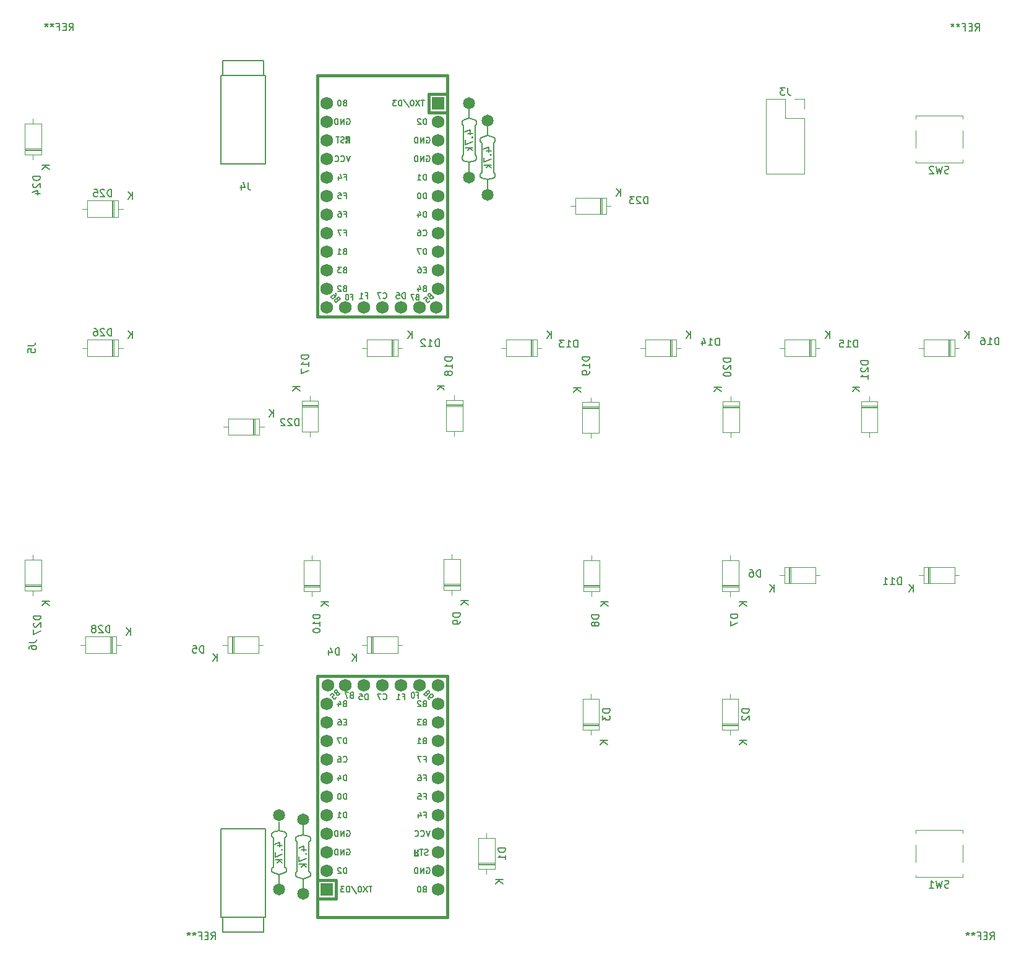
<source format=gbr>
%TF.GenerationSoftware,KiCad,Pcbnew,7.0.10*%
%TF.CreationDate,2024-02-03T20:33:37-08:00*%
%TF.ProjectId,oddball_steno,6f646462-616c-46c5-9f73-74656e6f2e6b,rev?*%
%TF.SameCoordinates,Original*%
%TF.FileFunction,Legend,Bot*%
%TF.FilePolarity,Positive*%
%FSLAX46Y46*%
G04 Gerber Fmt 4.6, Leading zero omitted, Abs format (unit mm)*
G04 Created by KiCad (PCBNEW 7.0.10) date 2024-02-03 20:33:37*
%MOMM*%
%LPD*%
G01*
G04 APERTURE LIST*
%ADD10C,0.150000*%
%ADD11C,0.200000*%
%ADD12C,0.120000*%
%ADD13C,0.381000*%
%ADD14C,1.752600*%
%ADD15R,1.752600X1.752600*%
%ADD16C,1.651000*%
G04 APERTURE END LIST*
D10*
X100558833Y-146135444D02*
X100892166Y-145659253D01*
X101130261Y-146135444D02*
X101130261Y-145135444D01*
X101130261Y-145135444D02*
X100749309Y-145135444D01*
X100749309Y-145135444D02*
X100654071Y-145183063D01*
X100654071Y-145183063D02*
X100606452Y-145230682D01*
X100606452Y-145230682D02*
X100558833Y-145325920D01*
X100558833Y-145325920D02*
X100558833Y-145468777D01*
X100558833Y-145468777D02*
X100606452Y-145564015D01*
X100606452Y-145564015D02*
X100654071Y-145611634D01*
X100654071Y-145611634D02*
X100749309Y-145659253D01*
X100749309Y-145659253D02*
X101130261Y-145659253D01*
X100130261Y-145611634D02*
X99796928Y-145611634D01*
X99654071Y-146135444D02*
X100130261Y-146135444D01*
X100130261Y-146135444D02*
X100130261Y-145135444D01*
X100130261Y-145135444D02*
X99654071Y-145135444D01*
X98892166Y-145611634D02*
X99225499Y-145611634D01*
X99225499Y-146135444D02*
X99225499Y-145135444D01*
X99225499Y-145135444D02*
X98749309Y-145135444D01*
X98225499Y-145135444D02*
X98225499Y-145373539D01*
X98463594Y-145278301D02*
X98225499Y-145373539D01*
X98225499Y-145373539D02*
X97987404Y-145278301D01*
X98368356Y-145564015D02*
X98225499Y-145373539D01*
X98225499Y-145373539D02*
X98082642Y-145564015D01*
X97463594Y-145135444D02*
X97463594Y-145373539D01*
X97701689Y-145278301D02*
X97463594Y-145373539D01*
X97463594Y-145373539D02*
X97225499Y-145278301D01*
X97606451Y-145564015D02*
X97463594Y-145373539D01*
X97463594Y-145373539D02*
X97320737Y-145564015D01*
X207158833Y-146135444D02*
X207492166Y-145659253D01*
X207730261Y-146135444D02*
X207730261Y-145135444D01*
X207730261Y-145135444D02*
X207349309Y-145135444D01*
X207349309Y-145135444D02*
X207254071Y-145183063D01*
X207254071Y-145183063D02*
X207206452Y-145230682D01*
X207206452Y-145230682D02*
X207158833Y-145325920D01*
X207158833Y-145325920D02*
X207158833Y-145468777D01*
X207158833Y-145468777D02*
X207206452Y-145564015D01*
X207206452Y-145564015D02*
X207254071Y-145611634D01*
X207254071Y-145611634D02*
X207349309Y-145659253D01*
X207349309Y-145659253D02*
X207730261Y-145659253D01*
X206730261Y-145611634D02*
X206396928Y-145611634D01*
X206254071Y-146135444D02*
X206730261Y-146135444D01*
X206730261Y-146135444D02*
X206730261Y-145135444D01*
X206730261Y-145135444D02*
X206254071Y-145135444D01*
X205492166Y-145611634D02*
X205825499Y-145611634D01*
X205825499Y-146135444D02*
X205825499Y-145135444D01*
X205825499Y-145135444D02*
X205349309Y-145135444D01*
X204825499Y-145135444D02*
X204825499Y-145373539D01*
X205063594Y-145278301D02*
X204825499Y-145373539D01*
X204825499Y-145373539D02*
X204587404Y-145278301D01*
X204968356Y-145564015D02*
X204825499Y-145373539D01*
X204825499Y-145373539D02*
X204682642Y-145564015D01*
X204063594Y-145135444D02*
X204063594Y-145373539D01*
X204301689Y-145278301D02*
X204063594Y-145373539D01*
X204063594Y-145373539D02*
X203825499Y-145278301D01*
X204206451Y-145564015D02*
X204063594Y-145373539D01*
X204063594Y-145373539D02*
X203920737Y-145564015D01*
X81103833Y-21705444D02*
X81437166Y-21229253D01*
X81675261Y-21705444D02*
X81675261Y-20705444D01*
X81675261Y-20705444D02*
X81294309Y-20705444D01*
X81294309Y-20705444D02*
X81199071Y-20753063D01*
X81199071Y-20753063D02*
X81151452Y-20800682D01*
X81151452Y-20800682D02*
X81103833Y-20895920D01*
X81103833Y-20895920D02*
X81103833Y-21038777D01*
X81103833Y-21038777D02*
X81151452Y-21134015D01*
X81151452Y-21134015D02*
X81199071Y-21181634D01*
X81199071Y-21181634D02*
X81294309Y-21229253D01*
X81294309Y-21229253D02*
X81675261Y-21229253D01*
X80675261Y-21181634D02*
X80341928Y-21181634D01*
X80199071Y-21705444D02*
X80675261Y-21705444D01*
X80675261Y-21705444D02*
X80675261Y-20705444D01*
X80675261Y-20705444D02*
X80199071Y-20705444D01*
X79437166Y-21181634D02*
X79770499Y-21181634D01*
X79770499Y-21705444D02*
X79770499Y-20705444D01*
X79770499Y-20705444D02*
X79294309Y-20705444D01*
X78770499Y-20705444D02*
X78770499Y-20943539D01*
X79008594Y-20848301D02*
X78770499Y-20943539D01*
X78770499Y-20943539D02*
X78532404Y-20848301D01*
X78913356Y-21134015D02*
X78770499Y-20943539D01*
X78770499Y-20943539D02*
X78627642Y-21134015D01*
X78008594Y-20705444D02*
X78008594Y-20943539D01*
X78246689Y-20848301D02*
X78008594Y-20943539D01*
X78008594Y-20943539D02*
X77770499Y-20848301D01*
X78151451Y-21134015D02*
X78008594Y-20943539D01*
X78008594Y-20943539D02*
X77865737Y-21134015D01*
X205103833Y-21725444D02*
X205437166Y-21249253D01*
X205675261Y-21725444D02*
X205675261Y-20725444D01*
X205675261Y-20725444D02*
X205294309Y-20725444D01*
X205294309Y-20725444D02*
X205199071Y-20773063D01*
X205199071Y-20773063D02*
X205151452Y-20820682D01*
X205151452Y-20820682D02*
X205103833Y-20915920D01*
X205103833Y-20915920D02*
X205103833Y-21058777D01*
X205103833Y-21058777D02*
X205151452Y-21154015D01*
X205151452Y-21154015D02*
X205199071Y-21201634D01*
X205199071Y-21201634D02*
X205294309Y-21249253D01*
X205294309Y-21249253D02*
X205675261Y-21249253D01*
X204675261Y-21201634D02*
X204341928Y-21201634D01*
X204199071Y-21725444D02*
X204675261Y-21725444D01*
X204675261Y-21725444D02*
X204675261Y-20725444D01*
X204675261Y-20725444D02*
X204199071Y-20725444D01*
X203437166Y-21201634D02*
X203770499Y-21201634D01*
X203770499Y-21725444D02*
X203770499Y-20725444D01*
X203770499Y-20725444D02*
X203294309Y-20725444D01*
X202770499Y-20725444D02*
X202770499Y-20963539D01*
X203008594Y-20868301D02*
X202770499Y-20963539D01*
X202770499Y-20963539D02*
X202532404Y-20868301D01*
X202913356Y-21154015D02*
X202770499Y-20963539D01*
X202770499Y-20963539D02*
X202627642Y-21154015D01*
X202008594Y-20725444D02*
X202008594Y-20963539D01*
X202246689Y-20868301D02*
X202008594Y-20963539D01*
X202008594Y-20963539D02*
X201770499Y-20868301D01*
X202151451Y-21154015D02*
X202008594Y-20963539D01*
X202008594Y-20963539D02*
X201865737Y-21154015D01*
X190461569Y-66916339D02*
X189461569Y-66916339D01*
X189461569Y-66916339D02*
X189461569Y-67154434D01*
X189461569Y-67154434D02*
X189509188Y-67297291D01*
X189509188Y-67297291D02*
X189604426Y-67392529D01*
X189604426Y-67392529D02*
X189699664Y-67440148D01*
X189699664Y-67440148D02*
X189890140Y-67487767D01*
X189890140Y-67487767D02*
X190032997Y-67487767D01*
X190032997Y-67487767D02*
X190223473Y-67440148D01*
X190223473Y-67440148D02*
X190318711Y-67392529D01*
X190318711Y-67392529D02*
X190413950Y-67297291D01*
X190413950Y-67297291D02*
X190461569Y-67154434D01*
X190461569Y-67154434D02*
X190461569Y-66916339D01*
X189556807Y-67868720D02*
X189509188Y-67916339D01*
X189509188Y-67916339D02*
X189461569Y-68011577D01*
X189461569Y-68011577D02*
X189461569Y-68249672D01*
X189461569Y-68249672D02*
X189509188Y-68344910D01*
X189509188Y-68344910D02*
X189556807Y-68392529D01*
X189556807Y-68392529D02*
X189652045Y-68440148D01*
X189652045Y-68440148D02*
X189747283Y-68440148D01*
X189747283Y-68440148D02*
X189890140Y-68392529D01*
X189890140Y-68392529D02*
X190461569Y-67821101D01*
X190461569Y-67821101D02*
X190461569Y-68440148D01*
X190461569Y-69392529D02*
X190461569Y-68821101D01*
X190461569Y-69106815D02*
X189461569Y-69106815D01*
X189461569Y-69106815D02*
X189604426Y-69011577D01*
X189604426Y-69011577D02*
X189699664Y-68916339D01*
X189699664Y-68916339D02*
X189747283Y-68821101D01*
X189280319Y-70533720D02*
X188280319Y-70533720D01*
X189280319Y-71105148D02*
X188708890Y-70676577D01*
X188280319Y-71105148D02*
X188851747Y-70533720D01*
X75621569Y-105462291D02*
X76335854Y-105462291D01*
X76335854Y-105462291D02*
X76478711Y-105414672D01*
X76478711Y-105414672D02*
X76573950Y-105319434D01*
X76573950Y-105319434D02*
X76621569Y-105176577D01*
X76621569Y-105176577D02*
X76621569Y-105081339D01*
X75621569Y-106367053D02*
X75621569Y-106176577D01*
X75621569Y-106176577D02*
X75669188Y-106081339D01*
X75669188Y-106081339D02*
X75716807Y-106033720D01*
X75716807Y-106033720D02*
X75859664Y-105938482D01*
X75859664Y-105938482D02*
X76050140Y-105890863D01*
X76050140Y-105890863D02*
X76431092Y-105890863D01*
X76431092Y-105890863D02*
X76526330Y-105938482D01*
X76526330Y-105938482D02*
X76573950Y-105986101D01*
X76573950Y-105986101D02*
X76621569Y-106081339D01*
X76621569Y-106081339D02*
X76621569Y-106271815D01*
X76621569Y-106271815D02*
X76573950Y-106367053D01*
X76573950Y-106367053D02*
X76526330Y-106414672D01*
X76526330Y-106414672D02*
X76431092Y-106462291D01*
X76431092Y-106462291D02*
X76192997Y-106462291D01*
X76192997Y-106462291D02*
X76097759Y-106414672D01*
X76097759Y-106414672D02*
X76050140Y-106367053D01*
X76050140Y-106367053D02*
X76002521Y-106271815D01*
X76002521Y-106271815D02*
X76002521Y-106081339D01*
X76002521Y-106081339D02*
X76050140Y-105986101D01*
X76050140Y-105986101D02*
X76097759Y-105938482D01*
X76097759Y-105938482D02*
X76192997Y-105890863D01*
X129678166Y-123995122D02*
X129944832Y-123995122D01*
X129944832Y-124414170D02*
X129944832Y-123614170D01*
X129944832Y-123614170D02*
X129563880Y-123614170D01*
X128916261Y-123614170D02*
X129068642Y-123614170D01*
X129068642Y-123614170D02*
X129144833Y-123652265D01*
X129144833Y-123652265D02*
X129182928Y-123690360D01*
X129182928Y-123690360D02*
X129259118Y-123804646D01*
X129259118Y-123804646D02*
X129297214Y-123957027D01*
X129297214Y-123957027D02*
X129297214Y-124261789D01*
X129297214Y-124261789D02*
X129259118Y-124337979D01*
X129259118Y-124337979D02*
X129221023Y-124376075D01*
X129221023Y-124376075D02*
X129144833Y-124414170D01*
X129144833Y-124414170D02*
X128992452Y-124414170D01*
X128992452Y-124414170D02*
X128916261Y-124376075D01*
X128916261Y-124376075D02*
X128878166Y-124337979D01*
X128878166Y-124337979D02*
X128840071Y-124261789D01*
X128840071Y-124261789D02*
X128840071Y-124071313D01*
X128840071Y-124071313D02*
X128878166Y-123995122D01*
X128878166Y-123995122D02*
X128916261Y-123957027D01*
X128916261Y-123957027D02*
X128992452Y-123918932D01*
X128992452Y-123918932D02*
X129144833Y-123918932D01*
X129144833Y-123918932D02*
X129221023Y-123957027D01*
X129221023Y-123957027D02*
X129259118Y-123995122D01*
X129259118Y-123995122D02*
X129297214Y-124071313D01*
X126757166Y-112865122D02*
X127023832Y-112865122D01*
X127023832Y-113284170D02*
X127023832Y-112484170D01*
X127023832Y-112484170D02*
X126642880Y-112484170D01*
X125919071Y-113284170D02*
X126376214Y-113284170D01*
X126147642Y-113284170D02*
X126147642Y-112484170D01*
X126147642Y-112484170D02*
X126223833Y-112598455D01*
X126223833Y-112598455D02*
X126300023Y-112674646D01*
X126300023Y-112674646D02*
X126376214Y-112712741D01*
X119099023Y-131272265D02*
X119175213Y-131234170D01*
X119175213Y-131234170D02*
X119289499Y-131234170D01*
X119289499Y-131234170D02*
X119403785Y-131272265D01*
X119403785Y-131272265D02*
X119479975Y-131348455D01*
X119479975Y-131348455D02*
X119518070Y-131424646D01*
X119518070Y-131424646D02*
X119556166Y-131577027D01*
X119556166Y-131577027D02*
X119556166Y-131691313D01*
X119556166Y-131691313D02*
X119518070Y-131843694D01*
X119518070Y-131843694D02*
X119479975Y-131919884D01*
X119479975Y-131919884D02*
X119403785Y-131996075D01*
X119403785Y-131996075D02*
X119289499Y-132034170D01*
X119289499Y-132034170D02*
X119213308Y-132034170D01*
X119213308Y-132034170D02*
X119099023Y-131996075D01*
X119099023Y-131996075D02*
X119060927Y-131957979D01*
X119060927Y-131957979D02*
X119060927Y-131691313D01*
X119060927Y-131691313D02*
X119213308Y-131691313D01*
X118718070Y-132034170D02*
X118718070Y-131234170D01*
X118718070Y-131234170D02*
X118260927Y-132034170D01*
X118260927Y-132034170D02*
X118260927Y-131234170D01*
X117879975Y-132034170D02*
X117879975Y-131234170D01*
X117879975Y-131234170D02*
X117689499Y-131234170D01*
X117689499Y-131234170D02*
X117575213Y-131272265D01*
X117575213Y-131272265D02*
X117499023Y-131348455D01*
X117499023Y-131348455D02*
X117460928Y-131424646D01*
X117460928Y-131424646D02*
X117422832Y-131577027D01*
X117422832Y-131577027D02*
X117422832Y-131691313D01*
X117422832Y-131691313D02*
X117460928Y-131843694D01*
X117460928Y-131843694D02*
X117499023Y-131919884D01*
X117499023Y-131919884D02*
X117575213Y-131996075D01*
X117575213Y-131996075D02*
X117689499Y-132034170D01*
X117689499Y-132034170D02*
X117879975Y-132034170D01*
X130021023Y-136352265D02*
X130097213Y-136314170D01*
X130097213Y-136314170D02*
X130211499Y-136314170D01*
X130211499Y-136314170D02*
X130325785Y-136352265D01*
X130325785Y-136352265D02*
X130401975Y-136428455D01*
X130401975Y-136428455D02*
X130440070Y-136504646D01*
X130440070Y-136504646D02*
X130478166Y-136657027D01*
X130478166Y-136657027D02*
X130478166Y-136771313D01*
X130478166Y-136771313D02*
X130440070Y-136923694D01*
X130440070Y-136923694D02*
X130401975Y-136999884D01*
X130401975Y-136999884D02*
X130325785Y-137076075D01*
X130325785Y-137076075D02*
X130211499Y-137114170D01*
X130211499Y-137114170D02*
X130135308Y-137114170D01*
X130135308Y-137114170D02*
X130021023Y-137076075D01*
X130021023Y-137076075D02*
X129982927Y-137037979D01*
X129982927Y-137037979D02*
X129982927Y-136771313D01*
X129982927Y-136771313D02*
X130135308Y-136771313D01*
X129640070Y-137114170D02*
X129640070Y-136314170D01*
X129640070Y-136314170D02*
X129182927Y-137114170D01*
X129182927Y-137114170D02*
X129182927Y-136314170D01*
X128801975Y-137114170D02*
X128801975Y-136314170D01*
X128801975Y-136314170D02*
X128611499Y-136314170D01*
X128611499Y-136314170D02*
X128497213Y-136352265D01*
X128497213Y-136352265D02*
X128421023Y-136428455D01*
X128421023Y-136428455D02*
X128382928Y-136504646D01*
X128382928Y-136504646D02*
X128344832Y-136657027D01*
X128344832Y-136657027D02*
X128344832Y-136771313D01*
X128344832Y-136771313D02*
X128382928Y-136923694D01*
X128382928Y-136923694D02*
X128421023Y-136999884D01*
X128421023Y-136999884D02*
X128497213Y-137076075D01*
X128497213Y-137076075D02*
X128611499Y-137114170D01*
X128611499Y-137114170D02*
X128801975Y-137114170D01*
X129678166Y-129075122D02*
X129944832Y-129075122D01*
X129944832Y-129494170D02*
X129944832Y-128694170D01*
X129944832Y-128694170D02*
X129563880Y-128694170D01*
X128916261Y-128960836D02*
X128916261Y-129494170D01*
X129106737Y-128656075D02*
X129297214Y-129227503D01*
X129297214Y-129227503D02*
X128801975Y-129227503D01*
X129735309Y-118915122D02*
X129621023Y-118953217D01*
X129621023Y-118953217D02*
X129582928Y-118991313D01*
X129582928Y-118991313D02*
X129544832Y-119067503D01*
X129544832Y-119067503D02*
X129544832Y-119181789D01*
X129544832Y-119181789D02*
X129582928Y-119257979D01*
X129582928Y-119257979D02*
X129621023Y-119296075D01*
X129621023Y-119296075D02*
X129697213Y-119334170D01*
X129697213Y-119334170D02*
X130001975Y-119334170D01*
X130001975Y-119334170D02*
X130001975Y-118534170D01*
X130001975Y-118534170D02*
X129735309Y-118534170D01*
X129735309Y-118534170D02*
X129659118Y-118572265D01*
X129659118Y-118572265D02*
X129621023Y-118610360D01*
X129621023Y-118610360D02*
X129582928Y-118686551D01*
X129582928Y-118686551D02*
X129582928Y-118762741D01*
X129582928Y-118762741D02*
X129621023Y-118838932D01*
X129621023Y-118838932D02*
X129659118Y-118877027D01*
X129659118Y-118877027D02*
X129735309Y-118915122D01*
X129735309Y-118915122D02*
X130001975Y-118915122D01*
X128782928Y-119334170D02*
X129240071Y-119334170D01*
X129011499Y-119334170D02*
X129011499Y-118534170D01*
X129011499Y-118534170D02*
X129087690Y-118648455D01*
X129087690Y-118648455D02*
X129163880Y-118724646D01*
X129163880Y-118724646D02*
X129240071Y-118762741D01*
X128683833Y-112665122D02*
X128917166Y-112665122D01*
X128917166Y-113084170D02*
X128917166Y-112284170D01*
X128917166Y-112284170D02*
X128583833Y-112284170D01*
X128183833Y-112284170D02*
X128117166Y-112284170D01*
X128117166Y-112284170D02*
X128050499Y-112322265D01*
X128050499Y-112322265D02*
X128017166Y-112360360D01*
X128017166Y-112360360D02*
X127983833Y-112436551D01*
X127983833Y-112436551D02*
X127950499Y-112588932D01*
X127950499Y-112588932D02*
X127950499Y-112779408D01*
X127950499Y-112779408D02*
X127983833Y-112931789D01*
X127983833Y-112931789D02*
X128017166Y-113007979D01*
X128017166Y-113007979D02*
X128050499Y-113046075D01*
X128050499Y-113046075D02*
X128117166Y-113084170D01*
X128117166Y-113084170D02*
X128183833Y-113084170D01*
X128183833Y-113084170D02*
X128250499Y-113046075D01*
X128250499Y-113046075D02*
X128283833Y-113007979D01*
X128283833Y-113007979D02*
X128317166Y-112931789D01*
X128317166Y-112931789D02*
X128350499Y-112779408D01*
X128350499Y-112779408D02*
X128350499Y-112588932D01*
X128350499Y-112588932D02*
X128317166Y-112436551D01*
X128317166Y-112436551D02*
X128283833Y-112360360D01*
X128283833Y-112360360D02*
X128250499Y-112322265D01*
X128250499Y-112322265D02*
X128183833Y-112284170D01*
X119079975Y-129494170D02*
X119079975Y-128694170D01*
X119079975Y-128694170D02*
X118889499Y-128694170D01*
X118889499Y-128694170D02*
X118775213Y-128732265D01*
X118775213Y-128732265D02*
X118699023Y-128808455D01*
X118699023Y-128808455D02*
X118660928Y-128884646D01*
X118660928Y-128884646D02*
X118622832Y-129037027D01*
X118622832Y-129037027D02*
X118622832Y-129151313D01*
X118622832Y-129151313D02*
X118660928Y-129303694D01*
X118660928Y-129303694D02*
X118699023Y-129379884D01*
X118699023Y-129379884D02*
X118775213Y-129456075D01*
X118775213Y-129456075D02*
X118889499Y-129494170D01*
X118889499Y-129494170D02*
X119079975Y-129494170D01*
X117860928Y-129494170D02*
X118318071Y-129494170D01*
X118089499Y-129494170D02*
X118089499Y-128694170D01*
X118089499Y-128694170D02*
X118165690Y-128808455D01*
X118165690Y-128808455D02*
X118241880Y-128884646D01*
X118241880Y-128884646D02*
X118318071Y-128922741D01*
X129735309Y-113835122D02*
X129621023Y-113873217D01*
X129621023Y-113873217D02*
X129582928Y-113911313D01*
X129582928Y-113911313D02*
X129544832Y-113987503D01*
X129544832Y-113987503D02*
X129544832Y-114101789D01*
X129544832Y-114101789D02*
X129582928Y-114177979D01*
X129582928Y-114177979D02*
X129621023Y-114216075D01*
X129621023Y-114216075D02*
X129697213Y-114254170D01*
X129697213Y-114254170D02*
X130001975Y-114254170D01*
X130001975Y-114254170D02*
X130001975Y-113454170D01*
X130001975Y-113454170D02*
X129735309Y-113454170D01*
X129735309Y-113454170D02*
X129659118Y-113492265D01*
X129659118Y-113492265D02*
X129621023Y-113530360D01*
X129621023Y-113530360D02*
X129582928Y-113606551D01*
X129582928Y-113606551D02*
X129582928Y-113682741D01*
X129582928Y-113682741D02*
X129621023Y-113758932D01*
X129621023Y-113758932D02*
X129659118Y-113797027D01*
X129659118Y-113797027D02*
X129735309Y-113835122D01*
X129735309Y-113835122D02*
X130001975Y-113835122D01*
X129240071Y-113530360D02*
X129201975Y-113492265D01*
X129201975Y-113492265D02*
X129125785Y-113454170D01*
X129125785Y-113454170D02*
X128935309Y-113454170D01*
X128935309Y-113454170D02*
X128859118Y-113492265D01*
X128859118Y-113492265D02*
X128821023Y-113530360D01*
X128821023Y-113530360D02*
X128782928Y-113606551D01*
X128782928Y-113606551D02*
X128782928Y-113682741D01*
X128782928Y-113682741D02*
X128821023Y-113797027D01*
X128821023Y-113797027D02*
X129278166Y-114254170D01*
X129278166Y-114254170D02*
X128782928Y-114254170D01*
X129735309Y-116375122D02*
X129621023Y-116413217D01*
X129621023Y-116413217D02*
X129582928Y-116451313D01*
X129582928Y-116451313D02*
X129544832Y-116527503D01*
X129544832Y-116527503D02*
X129544832Y-116641789D01*
X129544832Y-116641789D02*
X129582928Y-116717979D01*
X129582928Y-116717979D02*
X129621023Y-116756075D01*
X129621023Y-116756075D02*
X129697213Y-116794170D01*
X129697213Y-116794170D02*
X130001975Y-116794170D01*
X130001975Y-116794170D02*
X130001975Y-115994170D01*
X130001975Y-115994170D02*
X129735309Y-115994170D01*
X129735309Y-115994170D02*
X129659118Y-116032265D01*
X129659118Y-116032265D02*
X129621023Y-116070360D01*
X129621023Y-116070360D02*
X129582928Y-116146551D01*
X129582928Y-116146551D02*
X129582928Y-116222741D01*
X129582928Y-116222741D02*
X129621023Y-116298932D01*
X129621023Y-116298932D02*
X129659118Y-116337027D01*
X129659118Y-116337027D02*
X129735309Y-116375122D01*
X129735309Y-116375122D02*
X130001975Y-116375122D01*
X129278166Y-115994170D02*
X128782928Y-115994170D01*
X128782928Y-115994170D02*
X129049594Y-116298932D01*
X129049594Y-116298932D02*
X128935309Y-116298932D01*
X128935309Y-116298932D02*
X128859118Y-116337027D01*
X128859118Y-116337027D02*
X128821023Y-116375122D01*
X128821023Y-116375122D02*
X128782928Y-116451313D01*
X128782928Y-116451313D02*
X128782928Y-116641789D01*
X128782928Y-116641789D02*
X128821023Y-116717979D01*
X128821023Y-116717979D02*
X128859118Y-116756075D01*
X128859118Y-116756075D02*
X128935309Y-116794170D01*
X128935309Y-116794170D02*
X129163880Y-116794170D01*
X129163880Y-116794170D02*
X129240071Y-116756075D01*
X129240071Y-116756075D02*
X129278166Y-116717979D01*
X130478166Y-131234170D02*
X130211499Y-132034170D01*
X130211499Y-132034170D02*
X129944833Y-131234170D01*
X129221023Y-131957979D02*
X129259119Y-131996075D01*
X129259119Y-131996075D02*
X129373404Y-132034170D01*
X129373404Y-132034170D02*
X129449595Y-132034170D01*
X129449595Y-132034170D02*
X129563881Y-131996075D01*
X129563881Y-131996075D02*
X129640071Y-131919884D01*
X129640071Y-131919884D02*
X129678166Y-131843694D01*
X129678166Y-131843694D02*
X129716262Y-131691313D01*
X129716262Y-131691313D02*
X129716262Y-131577027D01*
X129716262Y-131577027D02*
X129678166Y-131424646D01*
X129678166Y-131424646D02*
X129640071Y-131348455D01*
X129640071Y-131348455D02*
X129563881Y-131272265D01*
X129563881Y-131272265D02*
X129449595Y-131234170D01*
X129449595Y-131234170D02*
X129373404Y-131234170D01*
X129373404Y-131234170D02*
X129259119Y-131272265D01*
X129259119Y-131272265D02*
X129221023Y-131310360D01*
X128421023Y-131957979D02*
X128459119Y-131996075D01*
X128459119Y-131996075D02*
X128573404Y-132034170D01*
X128573404Y-132034170D02*
X128649595Y-132034170D01*
X128649595Y-132034170D02*
X128763881Y-131996075D01*
X128763881Y-131996075D02*
X128840071Y-131919884D01*
X128840071Y-131919884D02*
X128878166Y-131843694D01*
X128878166Y-131843694D02*
X128916262Y-131691313D01*
X128916262Y-131691313D02*
X128916262Y-131577027D01*
X128916262Y-131577027D02*
X128878166Y-131424646D01*
X128878166Y-131424646D02*
X128840071Y-131348455D01*
X128840071Y-131348455D02*
X128763881Y-131272265D01*
X128763881Y-131272265D02*
X128649595Y-131234170D01*
X128649595Y-131234170D02*
X128573404Y-131234170D01*
X128573404Y-131234170D02*
X128459119Y-131272265D01*
X128459119Y-131272265D02*
X128421023Y-131310360D01*
X119079975Y-119334170D02*
X119079975Y-118534170D01*
X119079975Y-118534170D02*
X118889499Y-118534170D01*
X118889499Y-118534170D02*
X118775213Y-118572265D01*
X118775213Y-118572265D02*
X118699023Y-118648455D01*
X118699023Y-118648455D02*
X118660928Y-118724646D01*
X118660928Y-118724646D02*
X118622832Y-118877027D01*
X118622832Y-118877027D02*
X118622832Y-118991313D01*
X118622832Y-118991313D02*
X118660928Y-119143694D01*
X118660928Y-119143694D02*
X118699023Y-119219884D01*
X118699023Y-119219884D02*
X118775213Y-119296075D01*
X118775213Y-119296075D02*
X118889499Y-119334170D01*
X118889499Y-119334170D02*
X119079975Y-119334170D01*
X118356166Y-118534170D02*
X117822832Y-118534170D01*
X117822832Y-118534170D02*
X118165690Y-119334170D01*
X130110023Y-112461658D02*
X130207671Y-112505431D01*
X130207671Y-112505431D02*
X130258179Y-112502064D01*
X130258179Y-112502064D02*
X130335624Y-112471759D01*
X130335624Y-112471759D02*
X130416436Y-112390947D01*
X130416436Y-112390947D02*
X130446740Y-112313502D01*
X130446740Y-112313502D02*
X130450108Y-112262994D01*
X130450108Y-112262994D02*
X130429904Y-112188917D01*
X130429904Y-112188917D02*
X130241343Y-112000355D01*
X130241343Y-112000355D02*
X129675657Y-112566040D01*
X129675657Y-112566040D02*
X129840649Y-112731032D01*
X129840649Y-112731032D02*
X129914727Y-112751235D01*
X129914727Y-112751235D02*
X129965234Y-112747868D01*
X129965234Y-112747868D02*
X130042679Y-112717563D01*
X130042679Y-112717563D02*
X130096554Y-112663688D01*
X130096554Y-112663688D02*
X130126859Y-112586243D01*
X130126859Y-112586243D02*
X130130226Y-112535736D01*
X130130226Y-112535736D02*
X130110023Y-112461658D01*
X130110023Y-112461658D02*
X129945031Y-112296666D01*
X130382764Y-113273147D02*
X130288483Y-113178866D01*
X130288483Y-113178866D02*
X130268280Y-113104788D01*
X130268280Y-113104788D02*
X130271647Y-113054281D01*
X130271647Y-113054281D02*
X130305319Y-112926328D01*
X130305319Y-112926328D02*
X130389498Y-112795008D01*
X130389498Y-112795008D02*
X130604998Y-112579509D01*
X130604998Y-112579509D02*
X130682443Y-112549204D01*
X130682443Y-112549204D02*
X130732950Y-112545837D01*
X130732950Y-112545837D02*
X130807028Y-112566040D01*
X130807028Y-112566040D02*
X130901309Y-112660321D01*
X130901309Y-112660321D02*
X130921512Y-112734399D01*
X130921512Y-112734399D02*
X130918145Y-112784907D01*
X130918145Y-112784907D02*
X130887840Y-112862352D01*
X130887840Y-112862352D02*
X130753153Y-112997039D01*
X130753153Y-112997039D02*
X130675708Y-113027343D01*
X130675708Y-113027343D02*
X130625201Y-113030710D01*
X130625201Y-113030710D02*
X130551123Y-113010507D01*
X130551123Y-113010507D02*
X130456842Y-112916226D01*
X130456842Y-112916226D02*
X130436639Y-112842149D01*
X130436639Y-112842149D02*
X130440006Y-112791641D01*
X130440006Y-112791641D02*
X130470311Y-112714196D01*
X119079975Y-124414170D02*
X119079975Y-123614170D01*
X119079975Y-123614170D02*
X118889499Y-123614170D01*
X118889499Y-123614170D02*
X118775213Y-123652265D01*
X118775213Y-123652265D02*
X118699023Y-123728455D01*
X118699023Y-123728455D02*
X118660928Y-123804646D01*
X118660928Y-123804646D02*
X118622832Y-123957027D01*
X118622832Y-123957027D02*
X118622832Y-124071313D01*
X118622832Y-124071313D02*
X118660928Y-124223694D01*
X118660928Y-124223694D02*
X118699023Y-124299884D01*
X118699023Y-124299884D02*
X118775213Y-124376075D01*
X118775213Y-124376075D02*
X118889499Y-124414170D01*
X118889499Y-124414170D02*
X119079975Y-124414170D01*
X117937118Y-123880836D02*
X117937118Y-124414170D01*
X118127594Y-123576075D02*
X118318071Y-124147503D01*
X118318071Y-124147503D02*
X117822832Y-124147503D01*
X122000975Y-113284170D02*
X122000975Y-112484170D01*
X122000975Y-112484170D02*
X121810499Y-112484170D01*
X121810499Y-112484170D02*
X121696213Y-112522265D01*
X121696213Y-112522265D02*
X121620023Y-112598455D01*
X121620023Y-112598455D02*
X121581928Y-112674646D01*
X121581928Y-112674646D02*
X121543832Y-112827027D01*
X121543832Y-112827027D02*
X121543832Y-112941313D01*
X121543832Y-112941313D02*
X121581928Y-113093694D01*
X121581928Y-113093694D02*
X121620023Y-113169884D01*
X121620023Y-113169884D02*
X121696213Y-113246075D01*
X121696213Y-113246075D02*
X121810499Y-113284170D01*
X121810499Y-113284170D02*
X122000975Y-113284170D01*
X120820023Y-112484170D02*
X121200975Y-112484170D01*
X121200975Y-112484170D02*
X121239071Y-112865122D01*
X121239071Y-112865122D02*
X121200975Y-112827027D01*
X121200975Y-112827027D02*
X121124785Y-112788932D01*
X121124785Y-112788932D02*
X120934309Y-112788932D01*
X120934309Y-112788932D02*
X120858118Y-112827027D01*
X120858118Y-112827027D02*
X120820023Y-112865122D01*
X120820023Y-112865122D02*
X120781928Y-112941313D01*
X120781928Y-112941313D02*
X120781928Y-113131789D01*
X120781928Y-113131789D02*
X120820023Y-113207979D01*
X120820023Y-113207979D02*
X120858118Y-113246075D01*
X120858118Y-113246075D02*
X120934309Y-113284170D01*
X120934309Y-113284170D02*
X121124785Y-113284170D01*
X121124785Y-113284170D02*
X121200975Y-113246075D01*
X121200975Y-113246075D02*
X121239071Y-113207979D01*
X129678166Y-121455122D02*
X129944832Y-121455122D01*
X129944832Y-121874170D02*
X129944832Y-121074170D01*
X129944832Y-121074170D02*
X129563880Y-121074170D01*
X129335309Y-121074170D02*
X128801975Y-121074170D01*
X128801975Y-121074170D02*
X129144833Y-121874170D01*
X129735309Y-139235122D02*
X129621023Y-139273217D01*
X129621023Y-139273217D02*
X129582928Y-139311313D01*
X129582928Y-139311313D02*
X129544832Y-139387503D01*
X129544832Y-139387503D02*
X129544832Y-139501789D01*
X129544832Y-139501789D02*
X129582928Y-139577979D01*
X129582928Y-139577979D02*
X129621023Y-139616075D01*
X129621023Y-139616075D02*
X129697213Y-139654170D01*
X129697213Y-139654170D02*
X130001975Y-139654170D01*
X130001975Y-139654170D02*
X130001975Y-138854170D01*
X130001975Y-138854170D02*
X129735309Y-138854170D01*
X129735309Y-138854170D02*
X129659118Y-138892265D01*
X129659118Y-138892265D02*
X129621023Y-138930360D01*
X129621023Y-138930360D02*
X129582928Y-139006551D01*
X129582928Y-139006551D02*
X129582928Y-139082741D01*
X129582928Y-139082741D02*
X129621023Y-139158932D01*
X129621023Y-139158932D02*
X129659118Y-139197027D01*
X129659118Y-139197027D02*
X129735309Y-139235122D01*
X129735309Y-139235122D02*
X130001975Y-139235122D01*
X129049594Y-138854170D02*
X128973404Y-138854170D01*
X128973404Y-138854170D02*
X128897213Y-138892265D01*
X128897213Y-138892265D02*
X128859118Y-138930360D01*
X128859118Y-138930360D02*
X128821023Y-139006551D01*
X128821023Y-139006551D02*
X128782928Y-139158932D01*
X128782928Y-139158932D02*
X128782928Y-139349408D01*
X128782928Y-139349408D02*
X128821023Y-139501789D01*
X128821023Y-139501789D02*
X128859118Y-139577979D01*
X128859118Y-139577979D02*
X128897213Y-139616075D01*
X128897213Y-139616075D02*
X128973404Y-139654170D01*
X128973404Y-139654170D02*
X129049594Y-139654170D01*
X129049594Y-139654170D02*
X129125785Y-139616075D01*
X129125785Y-139616075D02*
X129163880Y-139577979D01*
X129163880Y-139577979D02*
X129201975Y-139501789D01*
X129201975Y-139501789D02*
X129240071Y-139349408D01*
X129240071Y-139349408D02*
X129240071Y-139158932D01*
X129240071Y-139158932D02*
X129201975Y-139006551D01*
X129201975Y-139006551D02*
X129163880Y-138930360D01*
X129163880Y-138930360D02*
X129125785Y-138892265D01*
X129125785Y-138892265D02*
X129049594Y-138854170D01*
X124083832Y-113207979D02*
X124121928Y-113246075D01*
X124121928Y-113246075D02*
X124236213Y-113284170D01*
X124236213Y-113284170D02*
X124312404Y-113284170D01*
X124312404Y-113284170D02*
X124426690Y-113246075D01*
X124426690Y-113246075D02*
X124502880Y-113169884D01*
X124502880Y-113169884D02*
X124540975Y-113093694D01*
X124540975Y-113093694D02*
X124579071Y-112941313D01*
X124579071Y-112941313D02*
X124579071Y-112827027D01*
X124579071Y-112827027D02*
X124540975Y-112674646D01*
X124540975Y-112674646D02*
X124502880Y-112598455D01*
X124502880Y-112598455D02*
X124426690Y-112522265D01*
X124426690Y-112522265D02*
X124312404Y-112484170D01*
X124312404Y-112484170D02*
X124236213Y-112484170D01*
X124236213Y-112484170D02*
X124121928Y-112522265D01*
X124121928Y-112522265D02*
X124083832Y-112560360D01*
X123817166Y-112484170D02*
X123283832Y-112484170D01*
X123283832Y-112484170D02*
X123626690Y-113284170D01*
X117710716Y-112381398D02*
X117666943Y-112479046D01*
X117666943Y-112479046D02*
X117670310Y-112529554D01*
X117670310Y-112529554D02*
X117700615Y-112606999D01*
X117700615Y-112606999D02*
X117781427Y-112687811D01*
X117781427Y-112687811D02*
X117858872Y-112718115D01*
X117858872Y-112718115D02*
X117909380Y-112721483D01*
X117909380Y-112721483D02*
X117983457Y-112701279D01*
X117983457Y-112701279D02*
X118172019Y-112512718D01*
X118172019Y-112512718D02*
X117606334Y-111947032D01*
X117606334Y-111947032D02*
X117441342Y-112112024D01*
X117441342Y-112112024D02*
X117421139Y-112186102D01*
X117421139Y-112186102D02*
X117424506Y-112236609D01*
X117424506Y-112236609D02*
X117454811Y-112314054D01*
X117454811Y-112314054D02*
X117508686Y-112367929D01*
X117508686Y-112367929D02*
X117586131Y-112398234D01*
X117586131Y-112398234D02*
X117636638Y-112401601D01*
X117636638Y-112401601D02*
X117710716Y-112381398D01*
X117710716Y-112381398D02*
X117875708Y-112216406D01*
X116875657Y-112677709D02*
X117111359Y-112442007D01*
X117111359Y-112442007D02*
X117404303Y-112687811D01*
X117404303Y-112687811D02*
X117353796Y-112684444D01*
X117353796Y-112684444D02*
X117279718Y-112704647D01*
X117279718Y-112704647D02*
X117161867Y-112822498D01*
X117161867Y-112822498D02*
X117141664Y-112896576D01*
X117141664Y-112896576D02*
X117145031Y-112947083D01*
X117145031Y-112947083D02*
X117175335Y-113024528D01*
X117175335Y-113024528D02*
X117310022Y-113159215D01*
X117310022Y-113159215D02*
X117387467Y-113189520D01*
X117387467Y-113189520D02*
X117437975Y-113192887D01*
X117437975Y-113192887D02*
X117512053Y-113172684D01*
X117512053Y-113172684D02*
X117629904Y-113054833D01*
X117629904Y-113054833D02*
X117650107Y-112980755D01*
X117650107Y-112980755D02*
X117646740Y-112930247D01*
X119733833Y-112665122D02*
X119633833Y-112703217D01*
X119633833Y-112703217D02*
X119600499Y-112741313D01*
X119600499Y-112741313D02*
X119567166Y-112817503D01*
X119567166Y-112817503D02*
X119567166Y-112931789D01*
X119567166Y-112931789D02*
X119600499Y-113007979D01*
X119600499Y-113007979D02*
X119633833Y-113046075D01*
X119633833Y-113046075D02*
X119700499Y-113084170D01*
X119700499Y-113084170D02*
X119967166Y-113084170D01*
X119967166Y-113084170D02*
X119967166Y-112284170D01*
X119967166Y-112284170D02*
X119733833Y-112284170D01*
X119733833Y-112284170D02*
X119667166Y-112322265D01*
X119667166Y-112322265D02*
X119633833Y-112360360D01*
X119633833Y-112360360D02*
X119600499Y-112436551D01*
X119600499Y-112436551D02*
X119600499Y-112512741D01*
X119600499Y-112512741D02*
X119633833Y-112588932D01*
X119633833Y-112588932D02*
X119667166Y-112627027D01*
X119667166Y-112627027D02*
X119733833Y-112665122D01*
X119733833Y-112665122D02*
X119967166Y-112665122D01*
X119333833Y-112284170D02*
X118867166Y-112284170D01*
X118867166Y-112284170D02*
X119167166Y-113084170D01*
X119041880Y-116375122D02*
X118775214Y-116375122D01*
X118660928Y-116794170D02*
X119041880Y-116794170D01*
X119041880Y-116794170D02*
X119041880Y-115994170D01*
X119041880Y-115994170D02*
X118660928Y-115994170D01*
X117975213Y-115994170D02*
X118127594Y-115994170D01*
X118127594Y-115994170D02*
X118203785Y-116032265D01*
X118203785Y-116032265D02*
X118241880Y-116070360D01*
X118241880Y-116070360D02*
X118318070Y-116184646D01*
X118318070Y-116184646D02*
X118356166Y-116337027D01*
X118356166Y-116337027D02*
X118356166Y-116641789D01*
X118356166Y-116641789D02*
X118318070Y-116717979D01*
X118318070Y-116717979D02*
X118279975Y-116756075D01*
X118279975Y-116756075D02*
X118203785Y-116794170D01*
X118203785Y-116794170D02*
X118051404Y-116794170D01*
X118051404Y-116794170D02*
X117975213Y-116756075D01*
X117975213Y-116756075D02*
X117937118Y-116717979D01*
X117937118Y-116717979D02*
X117899023Y-116641789D01*
X117899023Y-116641789D02*
X117899023Y-116451313D01*
X117899023Y-116451313D02*
X117937118Y-116375122D01*
X117937118Y-116375122D02*
X117975213Y-116337027D01*
X117975213Y-116337027D02*
X118051404Y-116298932D01*
X118051404Y-116298932D02*
X118203785Y-116298932D01*
X118203785Y-116298932D02*
X118279975Y-116337027D01*
X118279975Y-116337027D02*
X118318070Y-116375122D01*
X118318070Y-116375122D02*
X118356166Y-116451313D01*
X119099023Y-133812265D02*
X119175213Y-133774170D01*
X119175213Y-133774170D02*
X119289499Y-133774170D01*
X119289499Y-133774170D02*
X119403785Y-133812265D01*
X119403785Y-133812265D02*
X119479975Y-133888455D01*
X119479975Y-133888455D02*
X119518070Y-133964646D01*
X119518070Y-133964646D02*
X119556166Y-134117027D01*
X119556166Y-134117027D02*
X119556166Y-134231313D01*
X119556166Y-134231313D02*
X119518070Y-134383694D01*
X119518070Y-134383694D02*
X119479975Y-134459884D01*
X119479975Y-134459884D02*
X119403785Y-134536075D01*
X119403785Y-134536075D02*
X119289499Y-134574170D01*
X119289499Y-134574170D02*
X119213308Y-134574170D01*
X119213308Y-134574170D02*
X119099023Y-134536075D01*
X119099023Y-134536075D02*
X119060927Y-134497979D01*
X119060927Y-134497979D02*
X119060927Y-134231313D01*
X119060927Y-134231313D02*
X119213308Y-134231313D01*
X118718070Y-134574170D02*
X118718070Y-133774170D01*
X118718070Y-133774170D02*
X118260927Y-134574170D01*
X118260927Y-134574170D02*
X118260927Y-133774170D01*
X117879975Y-134574170D02*
X117879975Y-133774170D01*
X117879975Y-133774170D02*
X117689499Y-133774170D01*
X117689499Y-133774170D02*
X117575213Y-133812265D01*
X117575213Y-133812265D02*
X117499023Y-133888455D01*
X117499023Y-133888455D02*
X117460928Y-133964646D01*
X117460928Y-133964646D02*
X117422832Y-134117027D01*
X117422832Y-134117027D02*
X117422832Y-134231313D01*
X117422832Y-134231313D02*
X117460928Y-134383694D01*
X117460928Y-134383694D02*
X117499023Y-134459884D01*
X117499023Y-134459884D02*
X117575213Y-134536075D01*
X117575213Y-134536075D02*
X117689499Y-134574170D01*
X117689499Y-134574170D02*
X117879975Y-134574170D01*
X129678166Y-126535122D02*
X129944832Y-126535122D01*
X129944832Y-126954170D02*
X129944832Y-126154170D01*
X129944832Y-126154170D02*
X129563880Y-126154170D01*
X128878166Y-126154170D02*
X129259118Y-126154170D01*
X129259118Y-126154170D02*
X129297214Y-126535122D01*
X129297214Y-126535122D02*
X129259118Y-126497027D01*
X129259118Y-126497027D02*
X129182928Y-126458932D01*
X129182928Y-126458932D02*
X128992452Y-126458932D01*
X128992452Y-126458932D02*
X128916261Y-126497027D01*
X128916261Y-126497027D02*
X128878166Y-126535122D01*
X128878166Y-126535122D02*
X128840071Y-126611313D01*
X128840071Y-126611313D02*
X128840071Y-126801789D01*
X128840071Y-126801789D02*
X128878166Y-126877979D01*
X128878166Y-126877979D02*
X128916261Y-126916075D01*
X128916261Y-126916075D02*
X128992452Y-126954170D01*
X128992452Y-126954170D02*
X129182928Y-126954170D01*
X129182928Y-126954170D02*
X129259118Y-126916075D01*
X129259118Y-126916075D02*
X129297214Y-126877979D01*
X118622832Y-121797979D02*
X118660928Y-121836075D01*
X118660928Y-121836075D02*
X118775213Y-121874170D01*
X118775213Y-121874170D02*
X118851404Y-121874170D01*
X118851404Y-121874170D02*
X118965690Y-121836075D01*
X118965690Y-121836075D02*
X119041880Y-121759884D01*
X119041880Y-121759884D02*
X119079975Y-121683694D01*
X119079975Y-121683694D02*
X119118071Y-121531313D01*
X119118071Y-121531313D02*
X119118071Y-121417027D01*
X119118071Y-121417027D02*
X119079975Y-121264646D01*
X119079975Y-121264646D02*
X119041880Y-121188455D01*
X119041880Y-121188455D02*
X118965690Y-121112265D01*
X118965690Y-121112265D02*
X118851404Y-121074170D01*
X118851404Y-121074170D02*
X118775213Y-121074170D01*
X118775213Y-121074170D02*
X118660928Y-121112265D01*
X118660928Y-121112265D02*
X118622832Y-121150360D01*
X117937118Y-121074170D02*
X118089499Y-121074170D01*
X118089499Y-121074170D02*
X118165690Y-121112265D01*
X118165690Y-121112265D02*
X118203785Y-121150360D01*
X118203785Y-121150360D02*
X118279975Y-121264646D01*
X118279975Y-121264646D02*
X118318071Y-121417027D01*
X118318071Y-121417027D02*
X118318071Y-121721789D01*
X118318071Y-121721789D02*
X118279975Y-121797979D01*
X118279975Y-121797979D02*
X118241880Y-121836075D01*
X118241880Y-121836075D02*
X118165690Y-121874170D01*
X118165690Y-121874170D02*
X118013309Y-121874170D01*
X118013309Y-121874170D02*
X117937118Y-121836075D01*
X117937118Y-121836075D02*
X117899023Y-121797979D01*
X117899023Y-121797979D02*
X117860928Y-121721789D01*
X117860928Y-121721789D02*
X117860928Y-121531313D01*
X117860928Y-121531313D02*
X117899023Y-121455122D01*
X117899023Y-121455122D02*
X117937118Y-121417027D01*
X117937118Y-121417027D02*
X118013309Y-121378932D01*
X118013309Y-121378932D02*
X118165690Y-121378932D01*
X118165690Y-121378932D02*
X118241880Y-121417027D01*
X118241880Y-121417027D02*
X118279975Y-121455122D01*
X118279975Y-121455122D02*
X118318071Y-121531313D01*
X122569104Y-138854170D02*
X122111961Y-138854170D01*
X122340533Y-139654170D02*
X122340533Y-138854170D01*
X121921485Y-138854170D02*
X121388151Y-139654170D01*
X121388151Y-138854170D02*
X121921485Y-139654170D01*
X120931008Y-138854170D02*
X120854818Y-138854170D01*
X120854818Y-138854170D02*
X120778627Y-138892265D01*
X120778627Y-138892265D02*
X120740532Y-138930360D01*
X120740532Y-138930360D02*
X120702437Y-139006551D01*
X120702437Y-139006551D02*
X120664342Y-139158932D01*
X120664342Y-139158932D02*
X120664342Y-139349408D01*
X120664342Y-139349408D02*
X120702437Y-139501789D01*
X120702437Y-139501789D02*
X120740532Y-139577979D01*
X120740532Y-139577979D02*
X120778627Y-139616075D01*
X120778627Y-139616075D02*
X120854818Y-139654170D01*
X120854818Y-139654170D02*
X120931008Y-139654170D01*
X120931008Y-139654170D02*
X121007199Y-139616075D01*
X121007199Y-139616075D02*
X121045294Y-139577979D01*
X121045294Y-139577979D02*
X121083389Y-139501789D01*
X121083389Y-139501789D02*
X121121485Y-139349408D01*
X121121485Y-139349408D02*
X121121485Y-139158932D01*
X121121485Y-139158932D02*
X121083389Y-139006551D01*
X121083389Y-139006551D02*
X121045294Y-138930360D01*
X121045294Y-138930360D02*
X121007199Y-138892265D01*
X121007199Y-138892265D02*
X120931008Y-138854170D01*
X119750056Y-138816075D02*
X120435770Y-139844646D01*
X119483389Y-139654170D02*
X119483389Y-138854170D01*
X119483389Y-138854170D02*
X119292913Y-138854170D01*
X119292913Y-138854170D02*
X119178627Y-138892265D01*
X119178627Y-138892265D02*
X119102437Y-138968455D01*
X119102437Y-138968455D02*
X119064342Y-139044646D01*
X119064342Y-139044646D02*
X119026246Y-139197027D01*
X119026246Y-139197027D02*
X119026246Y-139311313D01*
X119026246Y-139311313D02*
X119064342Y-139463694D01*
X119064342Y-139463694D02*
X119102437Y-139539884D01*
X119102437Y-139539884D02*
X119178627Y-139616075D01*
X119178627Y-139616075D02*
X119292913Y-139654170D01*
X119292913Y-139654170D02*
X119483389Y-139654170D01*
X118759580Y-138854170D02*
X118264342Y-138854170D01*
X118264342Y-138854170D02*
X118531008Y-139158932D01*
X118531008Y-139158932D02*
X118416723Y-139158932D01*
X118416723Y-139158932D02*
X118340532Y-139197027D01*
X118340532Y-139197027D02*
X118302437Y-139235122D01*
X118302437Y-139235122D02*
X118264342Y-139311313D01*
X118264342Y-139311313D02*
X118264342Y-139501789D01*
X118264342Y-139501789D02*
X118302437Y-139577979D01*
X118302437Y-139577979D02*
X118340532Y-139616075D01*
X118340532Y-139616075D02*
X118416723Y-139654170D01*
X118416723Y-139654170D02*
X118645294Y-139654170D01*
X118645294Y-139654170D02*
X118721485Y-139616075D01*
X118721485Y-139616075D02*
X118759580Y-139577979D01*
X118813309Y-113835122D02*
X118699023Y-113873217D01*
X118699023Y-113873217D02*
X118660928Y-113911313D01*
X118660928Y-113911313D02*
X118622832Y-113987503D01*
X118622832Y-113987503D02*
X118622832Y-114101789D01*
X118622832Y-114101789D02*
X118660928Y-114177979D01*
X118660928Y-114177979D02*
X118699023Y-114216075D01*
X118699023Y-114216075D02*
X118775213Y-114254170D01*
X118775213Y-114254170D02*
X119079975Y-114254170D01*
X119079975Y-114254170D02*
X119079975Y-113454170D01*
X119079975Y-113454170D02*
X118813309Y-113454170D01*
X118813309Y-113454170D02*
X118737118Y-113492265D01*
X118737118Y-113492265D02*
X118699023Y-113530360D01*
X118699023Y-113530360D02*
X118660928Y-113606551D01*
X118660928Y-113606551D02*
X118660928Y-113682741D01*
X118660928Y-113682741D02*
X118699023Y-113758932D01*
X118699023Y-113758932D02*
X118737118Y-113797027D01*
X118737118Y-113797027D02*
X118813309Y-113835122D01*
X118813309Y-113835122D02*
X119079975Y-113835122D01*
X117937118Y-113720836D02*
X117937118Y-114254170D01*
X118127594Y-113416075D02*
X118318071Y-113987503D01*
X118318071Y-113987503D02*
X117822832Y-113987503D01*
X119079975Y-126954170D02*
X119079975Y-126154170D01*
X119079975Y-126154170D02*
X118889499Y-126154170D01*
X118889499Y-126154170D02*
X118775213Y-126192265D01*
X118775213Y-126192265D02*
X118699023Y-126268455D01*
X118699023Y-126268455D02*
X118660928Y-126344646D01*
X118660928Y-126344646D02*
X118622832Y-126497027D01*
X118622832Y-126497027D02*
X118622832Y-126611313D01*
X118622832Y-126611313D02*
X118660928Y-126763694D01*
X118660928Y-126763694D02*
X118699023Y-126839884D01*
X118699023Y-126839884D02*
X118775213Y-126916075D01*
X118775213Y-126916075D02*
X118889499Y-126954170D01*
X118889499Y-126954170D02*
X119079975Y-126954170D01*
X118127594Y-126154170D02*
X118051404Y-126154170D01*
X118051404Y-126154170D02*
X117975213Y-126192265D01*
X117975213Y-126192265D02*
X117937118Y-126230360D01*
X117937118Y-126230360D02*
X117899023Y-126306551D01*
X117899023Y-126306551D02*
X117860928Y-126458932D01*
X117860928Y-126458932D02*
X117860928Y-126649408D01*
X117860928Y-126649408D02*
X117899023Y-126801789D01*
X117899023Y-126801789D02*
X117937118Y-126877979D01*
X117937118Y-126877979D02*
X117975213Y-126916075D01*
X117975213Y-126916075D02*
X118051404Y-126954170D01*
X118051404Y-126954170D02*
X118127594Y-126954170D01*
X118127594Y-126954170D02*
X118203785Y-126916075D01*
X118203785Y-126916075D02*
X118241880Y-126877979D01*
X118241880Y-126877979D02*
X118279975Y-126801789D01*
X118279975Y-126801789D02*
X118318071Y-126649408D01*
X118318071Y-126649408D02*
X118318071Y-126458932D01*
X118318071Y-126458932D02*
X118279975Y-126306551D01*
X118279975Y-126306551D02*
X118241880Y-126230360D01*
X118241880Y-126230360D02*
X118203785Y-126192265D01*
X118203785Y-126192265D02*
X118127594Y-126154170D01*
X130216953Y-134566075D02*
X130102667Y-134604170D01*
X130102667Y-134604170D02*
X129912191Y-134604170D01*
X129912191Y-134604170D02*
X129836000Y-134566075D01*
X129836000Y-134566075D02*
X129797905Y-134527979D01*
X129797905Y-134527979D02*
X129759810Y-134451789D01*
X129759810Y-134451789D02*
X129759810Y-134375598D01*
X129759810Y-134375598D02*
X129797905Y-134299408D01*
X129797905Y-134299408D02*
X129836000Y-134261313D01*
X129836000Y-134261313D02*
X129912191Y-134223217D01*
X129912191Y-134223217D02*
X130064572Y-134185122D01*
X130064572Y-134185122D02*
X130140762Y-134147027D01*
X130140762Y-134147027D02*
X130178857Y-134108932D01*
X130178857Y-134108932D02*
X130216953Y-134032741D01*
X130216953Y-134032741D02*
X130216953Y-133956551D01*
X130216953Y-133956551D02*
X130178857Y-133880360D01*
X130178857Y-133880360D02*
X130140762Y-133842265D01*
X130140762Y-133842265D02*
X130064572Y-133804170D01*
X130064572Y-133804170D02*
X129874095Y-133804170D01*
X129874095Y-133804170D02*
X129759810Y-133842265D01*
X129531238Y-133804170D02*
X129074095Y-133804170D01*
X129302667Y-134604170D02*
X129302667Y-133804170D01*
X119079975Y-137114170D02*
X119079975Y-136314170D01*
X119079975Y-136314170D02*
X118889499Y-136314170D01*
X118889499Y-136314170D02*
X118775213Y-136352265D01*
X118775213Y-136352265D02*
X118699023Y-136428455D01*
X118699023Y-136428455D02*
X118660928Y-136504646D01*
X118660928Y-136504646D02*
X118622832Y-136657027D01*
X118622832Y-136657027D02*
X118622832Y-136771313D01*
X118622832Y-136771313D02*
X118660928Y-136923694D01*
X118660928Y-136923694D02*
X118699023Y-136999884D01*
X118699023Y-136999884D02*
X118775213Y-137076075D01*
X118775213Y-137076075D02*
X118889499Y-137114170D01*
X118889499Y-137114170D02*
X119079975Y-137114170D01*
X118318071Y-136390360D02*
X118279975Y-136352265D01*
X118279975Y-136352265D02*
X118203785Y-136314170D01*
X118203785Y-136314170D02*
X118013309Y-136314170D01*
X118013309Y-136314170D02*
X117937118Y-136352265D01*
X117937118Y-136352265D02*
X117899023Y-136390360D01*
X117899023Y-136390360D02*
X117860928Y-136466551D01*
X117860928Y-136466551D02*
X117860928Y-136542741D01*
X117860928Y-136542741D02*
X117899023Y-136657027D01*
X117899023Y-136657027D02*
X118356166Y-137114170D01*
X118356166Y-137114170D02*
X117860928Y-137114170D01*
X140812819Y-133632530D02*
X139812819Y-133632530D01*
X139812819Y-133632530D02*
X139812819Y-133870625D01*
X139812819Y-133870625D02*
X139860438Y-134013482D01*
X139860438Y-134013482D02*
X139955676Y-134108720D01*
X139955676Y-134108720D02*
X140050914Y-134156339D01*
X140050914Y-134156339D02*
X140241390Y-134203958D01*
X140241390Y-134203958D02*
X140384247Y-134203958D01*
X140384247Y-134203958D02*
X140574723Y-134156339D01*
X140574723Y-134156339D02*
X140669961Y-134108720D01*
X140669961Y-134108720D02*
X140765200Y-134013482D01*
X140765200Y-134013482D02*
X140812819Y-133870625D01*
X140812819Y-133870625D02*
X140812819Y-133632530D01*
X140812819Y-135156339D02*
X140812819Y-134584911D01*
X140812819Y-134870625D02*
X139812819Y-134870625D01*
X139812819Y-134870625D02*
X139955676Y-134775387D01*
X139955676Y-134775387D02*
X140050914Y-134680149D01*
X140050914Y-134680149D02*
X140098533Y-134584911D01*
X140492819Y-137918720D02*
X139492819Y-137918720D01*
X140492819Y-138490148D02*
X139921390Y-138061577D01*
X139492819Y-138490148D02*
X140064247Y-137918720D01*
X155100319Y-114582530D02*
X154100319Y-114582530D01*
X154100319Y-114582530D02*
X154100319Y-114820625D01*
X154100319Y-114820625D02*
X154147938Y-114963482D01*
X154147938Y-114963482D02*
X154243176Y-115058720D01*
X154243176Y-115058720D02*
X154338414Y-115106339D01*
X154338414Y-115106339D02*
X154528890Y-115153958D01*
X154528890Y-115153958D02*
X154671747Y-115153958D01*
X154671747Y-115153958D02*
X154862223Y-115106339D01*
X154862223Y-115106339D02*
X154957461Y-115058720D01*
X154957461Y-115058720D02*
X155052700Y-114963482D01*
X155052700Y-114963482D02*
X155100319Y-114820625D01*
X155100319Y-114820625D02*
X155100319Y-114582530D01*
X154100319Y-115487292D02*
X154100319Y-116106339D01*
X154100319Y-116106339D02*
X154481271Y-115773006D01*
X154481271Y-115773006D02*
X154481271Y-115915863D01*
X154481271Y-115915863D02*
X154528890Y-116011101D01*
X154528890Y-116011101D02*
X154576509Y-116058720D01*
X154576509Y-116058720D02*
X154671747Y-116106339D01*
X154671747Y-116106339D02*
X154909842Y-116106339D01*
X154909842Y-116106339D02*
X155005080Y-116058720D01*
X155005080Y-116058720D02*
X155052700Y-116011101D01*
X155052700Y-116011101D02*
X155100319Y-115915863D01*
X155100319Y-115915863D02*
X155100319Y-115630149D01*
X155100319Y-115630149D02*
X155052700Y-115534911D01*
X155052700Y-115534911D02*
X155005080Y-115487292D01*
X154780319Y-118868720D02*
X153780319Y-118868720D01*
X154780319Y-119440148D02*
X154208890Y-119011577D01*
X153780319Y-119440148D02*
X154351747Y-118868720D01*
X152311569Y-66366339D02*
X151311569Y-66366339D01*
X151311569Y-66366339D02*
X151311569Y-66604434D01*
X151311569Y-66604434D02*
X151359188Y-66747291D01*
X151359188Y-66747291D02*
X151454426Y-66842529D01*
X151454426Y-66842529D02*
X151549664Y-66890148D01*
X151549664Y-66890148D02*
X151740140Y-66937767D01*
X151740140Y-66937767D02*
X151882997Y-66937767D01*
X151882997Y-66937767D02*
X152073473Y-66890148D01*
X152073473Y-66890148D02*
X152168711Y-66842529D01*
X152168711Y-66842529D02*
X152263950Y-66747291D01*
X152263950Y-66747291D02*
X152311569Y-66604434D01*
X152311569Y-66604434D02*
X152311569Y-66366339D01*
X152311569Y-67890148D02*
X152311569Y-67318720D01*
X152311569Y-67604434D02*
X151311569Y-67604434D01*
X151311569Y-67604434D02*
X151454426Y-67509196D01*
X151454426Y-67509196D02*
X151549664Y-67413958D01*
X151549664Y-67413958D02*
X151597283Y-67318720D01*
X152311569Y-68366339D02*
X152311569Y-68556815D01*
X152311569Y-68556815D02*
X152263950Y-68652053D01*
X152263950Y-68652053D02*
X152216330Y-68699672D01*
X152216330Y-68699672D02*
X152073473Y-68794910D01*
X152073473Y-68794910D02*
X151882997Y-68842529D01*
X151882997Y-68842529D02*
X151502045Y-68842529D01*
X151502045Y-68842529D02*
X151406807Y-68794910D01*
X151406807Y-68794910D02*
X151359188Y-68747291D01*
X151359188Y-68747291D02*
X151311569Y-68652053D01*
X151311569Y-68652053D02*
X151311569Y-68461577D01*
X151311569Y-68461577D02*
X151359188Y-68366339D01*
X151359188Y-68366339D02*
X151406807Y-68318720D01*
X151406807Y-68318720D02*
X151502045Y-68271101D01*
X151502045Y-68271101D02*
X151740140Y-68271101D01*
X151740140Y-68271101D02*
X151835378Y-68318720D01*
X151835378Y-68318720D02*
X151882997Y-68366339D01*
X151882997Y-68366339D02*
X151930616Y-68461577D01*
X151930616Y-68461577D02*
X151930616Y-68652053D01*
X151930616Y-68652053D02*
X151882997Y-68747291D01*
X151882997Y-68747291D02*
X151835378Y-68794910D01*
X151835378Y-68794910D02*
X151740140Y-68842529D01*
X151130319Y-70633720D02*
X150130319Y-70633720D01*
X151130319Y-71205148D02*
X150558890Y-70776577D01*
X150130319Y-71205148D02*
X150701747Y-70633720D01*
X179438833Y-29530444D02*
X179438833Y-30244729D01*
X179438833Y-30244729D02*
X179486452Y-30387586D01*
X179486452Y-30387586D02*
X179581690Y-30482825D01*
X179581690Y-30482825D02*
X179724547Y-30530444D01*
X179724547Y-30530444D02*
X179819785Y-30530444D01*
X179057880Y-29530444D02*
X178438833Y-29530444D01*
X178438833Y-29530444D02*
X178772166Y-29911396D01*
X178772166Y-29911396D02*
X178629309Y-29911396D01*
X178629309Y-29911396D02*
X178534071Y-29959015D01*
X178534071Y-29959015D02*
X178486452Y-30006634D01*
X178486452Y-30006634D02*
X178438833Y-30101872D01*
X178438833Y-30101872D02*
X178438833Y-30339967D01*
X178438833Y-30339967D02*
X178486452Y-30435205D01*
X178486452Y-30435205D02*
X178534071Y-30482825D01*
X178534071Y-30482825D02*
X178629309Y-30530444D01*
X178629309Y-30530444D02*
X178915023Y-30530444D01*
X178915023Y-30530444D02*
X179010261Y-30482825D01*
X179010261Y-30482825D02*
X179057880Y-30435205D01*
X115460319Y-101645089D02*
X114460319Y-101645089D01*
X114460319Y-101645089D02*
X114460319Y-101883184D01*
X114460319Y-101883184D02*
X114507938Y-102026041D01*
X114507938Y-102026041D02*
X114603176Y-102121279D01*
X114603176Y-102121279D02*
X114698414Y-102168898D01*
X114698414Y-102168898D02*
X114888890Y-102216517D01*
X114888890Y-102216517D02*
X115031747Y-102216517D01*
X115031747Y-102216517D02*
X115222223Y-102168898D01*
X115222223Y-102168898D02*
X115317461Y-102121279D01*
X115317461Y-102121279D02*
X115412700Y-102026041D01*
X115412700Y-102026041D02*
X115460319Y-101883184D01*
X115460319Y-101883184D02*
X115460319Y-101645089D01*
X115460319Y-103168898D02*
X115460319Y-102597470D01*
X115460319Y-102883184D02*
X114460319Y-102883184D01*
X114460319Y-102883184D02*
X114603176Y-102787946D01*
X114603176Y-102787946D02*
X114698414Y-102692708D01*
X114698414Y-102692708D02*
X114746033Y-102597470D01*
X114460319Y-103787946D02*
X114460319Y-103883184D01*
X114460319Y-103883184D02*
X114507938Y-103978422D01*
X114507938Y-103978422D02*
X114555557Y-104026041D01*
X114555557Y-104026041D02*
X114650795Y-104073660D01*
X114650795Y-104073660D02*
X114841271Y-104121279D01*
X114841271Y-104121279D02*
X115079366Y-104121279D01*
X115079366Y-104121279D02*
X115269842Y-104073660D01*
X115269842Y-104073660D02*
X115365080Y-104026041D01*
X115365080Y-104026041D02*
X115412700Y-103978422D01*
X115412700Y-103978422D02*
X115460319Y-103883184D01*
X115460319Y-103883184D02*
X115460319Y-103787946D01*
X115460319Y-103787946D02*
X115412700Y-103692708D01*
X115412700Y-103692708D02*
X115365080Y-103645089D01*
X115365080Y-103645089D02*
X115269842Y-103597470D01*
X115269842Y-103597470D02*
X115079366Y-103549851D01*
X115079366Y-103549851D02*
X114841271Y-103549851D01*
X114841271Y-103549851D02*
X114650795Y-103597470D01*
X114650795Y-103597470D02*
X114555557Y-103645089D01*
X114555557Y-103645089D02*
X114507938Y-103692708D01*
X114507938Y-103692708D02*
X114460319Y-103787946D01*
X116591569Y-99893720D02*
X115591569Y-99893720D01*
X116591569Y-100465148D02*
X116020140Y-100036577D01*
X115591569Y-100465148D02*
X116162997Y-99893720D01*
X150689785Y-65060444D02*
X150689785Y-64060444D01*
X150689785Y-64060444D02*
X150451690Y-64060444D01*
X150451690Y-64060444D02*
X150308833Y-64108063D01*
X150308833Y-64108063D02*
X150213595Y-64203301D01*
X150213595Y-64203301D02*
X150165976Y-64298539D01*
X150165976Y-64298539D02*
X150118357Y-64489015D01*
X150118357Y-64489015D02*
X150118357Y-64631872D01*
X150118357Y-64631872D02*
X150165976Y-64822348D01*
X150165976Y-64822348D02*
X150213595Y-64917586D01*
X150213595Y-64917586D02*
X150308833Y-65012825D01*
X150308833Y-65012825D02*
X150451690Y-65060444D01*
X150451690Y-65060444D02*
X150689785Y-65060444D01*
X149165976Y-65060444D02*
X149737404Y-65060444D01*
X149451690Y-65060444D02*
X149451690Y-64060444D01*
X149451690Y-64060444D02*
X149546928Y-64203301D01*
X149546928Y-64203301D02*
X149642166Y-64298539D01*
X149642166Y-64298539D02*
X149737404Y-64346158D01*
X148832642Y-64060444D02*
X148213595Y-64060444D01*
X148213595Y-64060444D02*
X148546928Y-64441396D01*
X148546928Y-64441396D02*
X148404071Y-64441396D01*
X148404071Y-64441396D02*
X148308833Y-64489015D01*
X148308833Y-64489015D02*
X148261214Y-64536634D01*
X148261214Y-64536634D02*
X148213595Y-64631872D01*
X148213595Y-64631872D02*
X148213595Y-64869967D01*
X148213595Y-64869967D02*
X148261214Y-64965205D01*
X148261214Y-64965205D02*
X148308833Y-65012825D01*
X148308833Y-65012825D02*
X148404071Y-65060444D01*
X148404071Y-65060444D02*
X148689785Y-65060444D01*
X148689785Y-65060444D02*
X148785023Y-65012825D01*
X148785023Y-65012825D02*
X148832642Y-64965205D01*
X147072404Y-63810444D02*
X147072404Y-62810444D01*
X146500976Y-63810444D02*
X146929547Y-63239015D01*
X146500976Y-62810444D02*
X147072404Y-63381872D01*
X112539785Y-75810444D02*
X112539785Y-74810444D01*
X112539785Y-74810444D02*
X112301690Y-74810444D01*
X112301690Y-74810444D02*
X112158833Y-74858063D01*
X112158833Y-74858063D02*
X112063595Y-74953301D01*
X112063595Y-74953301D02*
X112015976Y-75048539D01*
X112015976Y-75048539D02*
X111968357Y-75239015D01*
X111968357Y-75239015D02*
X111968357Y-75381872D01*
X111968357Y-75381872D02*
X112015976Y-75572348D01*
X112015976Y-75572348D02*
X112063595Y-75667586D01*
X112063595Y-75667586D02*
X112158833Y-75762825D01*
X112158833Y-75762825D02*
X112301690Y-75810444D01*
X112301690Y-75810444D02*
X112539785Y-75810444D01*
X111587404Y-74905682D02*
X111539785Y-74858063D01*
X111539785Y-74858063D02*
X111444547Y-74810444D01*
X111444547Y-74810444D02*
X111206452Y-74810444D01*
X111206452Y-74810444D02*
X111111214Y-74858063D01*
X111111214Y-74858063D02*
X111063595Y-74905682D01*
X111063595Y-74905682D02*
X111015976Y-75000920D01*
X111015976Y-75000920D02*
X111015976Y-75096158D01*
X111015976Y-75096158D02*
X111063595Y-75239015D01*
X111063595Y-75239015D02*
X111635023Y-75810444D01*
X111635023Y-75810444D02*
X111015976Y-75810444D01*
X110635023Y-74905682D02*
X110587404Y-74858063D01*
X110587404Y-74858063D02*
X110492166Y-74810444D01*
X110492166Y-74810444D02*
X110254071Y-74810444D01*
X110254071Y-74810444D02*
X110158833Y-74858063D01*
X110158833Y-74858063D02*
X110111214Y-74905682D01*
X110111214Y-74905682D02*
X110063595Y-75000920D01*
X110063595Y-75000920D02*
X110063595Y-75096158D01*
X110063595Y-75096158D02*
X110111214Y-75239015D01*
X110111214Y-75239015D02*
X110682642Y-75810444D01*
X110682642Y-75810444D02*
X110063595Y-75810444D01*
X109069904Y-74585444D02*
X109069904Y-73585444D01*
X108498476Y-74585444D02*
X108927047Y-74014015D01*
X108498476Y-73585444D02*
X109069904Y-74156872D01*
X113861569Y-66116339D02*
X112861569Y-66116339D01*
X112861569Y-66116339D02*
X112861569Y-66354434D01*
X112861569Y-66354434D02*
X112909188Y-66497291D01*
X112909188Y-66497291D02*
X113004426Y-66592529D01*
X113004426Y-66592529D02*
X113099664Y-66640148D01*
X113099664Y-66640148D02*
X113290140Y-66687767D01*
X113290140Y-66687767D02*
X113432997Y-66687767D01*
X113432997Y-66687767D02*
X113623473Y-66640148D01*
X113623473Y-66640148D02*
X113718711Y-66592529D01*
X113718711Y-66592529D02*
X113813950Y-66497291D01*
X113813950Y-66497291D02*
X113861569Y-66354434D01*
X113861569Y-66354434D02*
X113861569Y-66116339D01*
X113861569Y-67640148D02*
X113861569Y-67068720D01*
X113861569Y-67354434D02*
X112861569Y-67354434D01*
X112861569Y-67354434D02*
X113004426Y-67259196D01*
X113004426Y-67259196D02*
X113099664Y-67163958D01*
X113099664Y-67163958D02*
X113147283Y-67068720D01*
X112861569Y-67973482D02*
X112861569Y-68640148D01*
X112861569Y-68640148D02*
X113861569Y-68211577D01*
X112730319Y-70433720D02*
X111730319Y-70433720D01*
X112730319Y-71005148D02*
X112158890Y-70576577D01*
X111730319Y-71005148D02*
X112301747Y-70433720D01*
X201483832Y-41227825D02*
X201340975Y-41275444D01*
X201340975Y-41275444D02*
X201102880Y-41275444D01*
X201102880Y-41275444D02*
X201007642Y-41227825D01*
X201007642Y-41227825D02*
X200960023Y-41180205D01*
X200960023Y-41180205D02*
X200912404Y-41084967D01*
X200912404Y-41084967D02*
X200912404Y-40989729D01*
X200912404Y-40989729D02*
X200960023Y-40894491D01*
X200960023Y-40894491D02*
X201007642Y-40846872D01*
X201007642Y-40846872D02*
X201102880Y-40799253D01*
X201102880Y-40799253D02*
X201293356Y-40751634D01*
X201293356Y-40751634D02*
X201388594Y-40704015D01*
X201388594Y-40704015D02*
X201436213Y-40656396D01*
X201436213Y-40656396D02*
X201483832Y-40561158D01*
X201483832Y-40561158D02*
X201483832Y-40465920D01*
X201483832Y-40465920D02*
X201436213Y-40370682D01*
X201436213Y-40370682D02*
X201388594Y-40323063D01*
X201388594Y-40323063D02*
X201293356Y-40275444D01*
X201293356Y-40275444D02*
X201055261Y-40275444D01*
X201055261Y-40275444D02*
X200912404Y-40323063D01*
X200579070Y-40275444D02*
X200340975Y-41275444D01*
X200340975Y-41275444D02*
X200150499Y-40561158D01*
X200150499Y-40561158D02*
X199960023Y-41275444D01*
X199960023Y-41275444D02*
X199721928Y-40275444D01*
X199388594Y-40370682D02*
X199340975Y-40323063D01*
X199340975Y-40323063D02*
X199245737Y-40275444D01*
X199245737Y-40275444D02*
X199007642Y-40275444D01*
X199007642Y-40275444D02*
X198912404Y-40323063D01*
X198912404Y-40323063D02*
X198864785Y-40370682D01*
X198864785Y-40370682D02*
X198817166Y-40465920D01*
X198817166Y-40465920D02*
X198817166Y-40561158D01*
X198817166Y-40561158D02*
X198864785Y-40704015D01*
X198864785Y-40704015D02*
X199436213Y-41275444D01*
X199436213Y-41275444D02*
X198817166Y-41275444D01*
X77234069Y-101831339D02*
X76234069Y-101831339D01*
X76234069Y-101831339D02*
X76234069Y-102069434D01*
X76234069Y-102069434D02*
X76281688Y-102212291D01*
X76281688Y-102212291D02*
X76376926Y-102307529D01*
X76376926Y-102307529D02*
X76472164Y-102355148D01*
X76472164Y-102355148D02*
X76662640Y-102402767D01*
X76662640Y-102402767D02*
X76805497Y-102402767D01*
X76805497Y-102402767D02*
X76995973Y-102355148D01*
X76995973Y-102355148D02*
X77091211Y-102307529D01*
X77091211Y-102307529D02*
X77186450Y-102212291D01*
X77186450Y-102212291D02*
X77234069Y-102069434D01*
X77234069Y-102069434D02*
X77234069Y-101831339D01*
X76329307Y-102783720D02*
X76281688Y-102831339D01*
X76281688Y-102831339D02*
X76234069Y-102926577D01*
X76234069Y-102926577D02*
X76234069Y-103164672D01*
X76234069Y-103164672D02*
X76281688Y-103259910D01*
X76281688Y-103259910D02*
X76329307Y-103307529D01*
X76329307Y-103307529D02*
X76424545Y-103355148D01*
X76424545Y-103355148D02*
X76519783Y-103355148D01*
X76519783Y-103355148D02*
X76662640Y-103307529D01*
X76662640Y-103307529D02*
X77234069Y-102736101D01*
X77234069Y-102736101D02*
X77234069Y-103355148D01*
X76234069Y-103688482D02*
X76234069Y-104355148D01*
X76234069Y-104355148D02*
X77234069Y-103926577D01*
X78421569Y-99818720D02*
X77421569Y-99818720D01*
X78421569Y-100390148D02*
X77850140Y-99961577D01*
X77421569Y-100390148D02*
X77992997Y-99818720D01*
X188989785Y-65060444D02*
X188989785Y-64060444D01*
X188989785Y-64060444D02*
X188751690Y-64060444D01*
X188751690Y-64060444D02*
X188608833Y-64108063D01*
X188608833Y-64108063D02*
X188513595Y-64203301D01*
X188513595Y-64203301D02*
X188465976Y-64298539D01*
X188465976Y-64298539D02*
X188418357Y-64489015D01*
X188418357Y-64489015D02*
X188418357Y-64631872D01*
X188418357Y-64631872D02*
X188465976Y-64822348D01*
X188465976Y-64822348D02*
X188513595Y-64917586D01*
X188513595Y-64917586D02*
X188608833Y-65012825D01*
X188608833Y-65012825D02*
X188751690Y-65060444D01*
X188751690Y-65060444D02*
X188989785Y-65060444D01*
X187465976Y-65060444D02*
X188037404Y-65060444D01*
X187751690Y-65060444D02*
X187751690Y-64060444D01*
X187751690Y-64060444D02*
X187846928Y-64203301D01*
X187846928Y-64203301D02*
X187942166Y-64298539D01*
X187942166Y-64298539D02*
X188037404Y-64346158D01*
X186561214Y-64060444D02*
X187037404Y-64060444D01*
X187037404Y-64060444D02*
X187085023Y-64536634D01*
X187085023Y-64536634D02*
X187037404Y-64489015D01*
X187037404Y-64489015D02*
X186942166Y-64441396D01*
X186942166Y-64441396D02*
X186704071Y-64441396D01*
X186704071Y-64441396D02*
X186608833Y-64489015D01*
X186608833Y-64489015D02*
X186561214Y-64536634D01*
X186561214Y-64536634D02*
X186513595Y-64631872D01*
X186513595Y-64631872D02*
X186513595Y-64869967D01*
X186513595Y-64869967D02*
X186561214Y-64965205D01*
X186561214Y-64965205D02*
X186608833Y-65012825D01*
X186608833Y-65012825D02*
X186704071Y-65060444D01*
X186704071Y-65060444D02*
X186942166Y-65060444D01*
X186942166Y-65060444D02*
X187037404Y-65012825D01*
X187037404Y-65012825D02*
X187085023Y-64965205D01*
X185172404Y-63810444D02*
X185172404Y-62810444D01*
X184600976Y-63810444D02*
X185029547Y-63239015D01*
X184600976Y-62810444D02*
X185172404Y-63381872D01*
D11*
X109622302Y-133298303D02*
X110288969Y-133298303D01*
X109241350Y-133060208D02*
X109955635Y-132822113D01*
X109955635Y-132822113D02*
X109955635Y-133441160D01*
X110193730Y-133822113D02*
X110241350Y-133869732D01*
X110241350Y-133869732D02*
X110288969Y-133822113D01*
X110288969Y-133822113D02*
X110241350Y-133774494D01*
X110241350Y-133774494D02*
X110193730Y-133822113D01*
X110193730Y-133822113D02*
X110288969Y-133822113D01*
X109288969Y-134203065D02*
X109288969Y-134869731D01*
X109288969Y-134869731D02*
X110288969Y-134441160D01*
X110288969Y-135250684D02*
X109288969Y-135250684D01*
X109908016Y-135345922D02*
X110288969Y-135631636D01*
X109622302Y-135631636D02*
X110003254Y-135250684D01*
X112911052Y-133867053D02*
X113577719Y-133867053D01*
X112530100Y-133628958D02*
X113244385Y-133390863D01*
X113244385Y-133390863D02*
X113244385Y-134009910D01*
X113482480Y-134390863D02*
X113530100Y-134438482D01*
X113530100Y-134438482D02*
X113577719Y-134390863D01*
X113577719Y-134390863D02*
X113530100Y-134343244D01*
X113530100Y-134343244D02*
X113482480Y-134390863D01*
X113482480Y-134390863D02*
X113577719Y-134390863D01*
X112577719Y-134771815D02*
X112577719Y-135438481D01*
X112577719Y-135438481D02*
X113577719Y-135009910D01*
X113577719Y-135819434D02*
X112577719Y-135819434D01*
X113196766Y-135914672D02*
X113577719Y-136200386D01*
X112911052Y-136200386D02*
X113292004Y-135819434D01*
D10*
X208339785Y-64710444D02*
X208339785Y-63710444D01*
X208339785Y-63710444D02*
X208101690Y-63710444D01*
X208101690Y-63710444D02*
X207958833Y-63758063D01*
X207958833Y-63758063D02*
X207863595Y-63853301D01*
X207863595Y-63853301D02*
X207815976Y-63948539D01*
X207815976Y-63948539D02*
X207768357Y-64139015D01*
X207768357Y-64139015D02*
X207768357Y-64281872D01*
X207768357Y-64281872D02*
X207815976Y-64472348D01*
X207815976Y-64472348D02*
X207863595Y-64567586D01*
X207863595Y-64567586D02*
X207958833Y-64662825D01*
X207958833Y-64662825D02*
X208101690Y-64710444D01*
X208101690Y-64710444D02*
X208339785Y-64710444D01*
X206815976Y-64710444D02*
X207387404Y-64710444D01*
X207101690Y-64710444D02*
X207101690Y-63710444D01*
X207101690Y-63710444D02*
X207196928Y-63853301D01*
X207196928Y-63853301D02*
X207292166Y-63948539D01*
X207292166Y-63948539D02*
X207387404Y-63996158D01*
X205958833Y-63710444D02*
X206149309Y-63710444D01*
X206149309Y-63710444D02*
X206244547Y-63758063D01*
X206244547Y-63758063D02*
X206292166Y-63805682D01*
X206292166Y-63805682D02*
X206387404Y-63948539D01*
X206387404Y-63948539D02*
X206435023Y-64139015D01*
X206435023Y-64139015D02*
X206435023Y-64519967D01*
X206435023Y-64519967D02*
X206387404Y-64615205D01*
X206387404Y-64615205D02*
X206339785Y-64662825D01*
X206339785Y-64662825D02*
X206244547Y-64710444D01*
X206244547Y-64710444D02*
X206054071Y-64710444D01*
X206054071Y-64710444D02*
X205958833Y-64662825D01*
X205958833Y-64662825D02*
X205911214Y-64615205D01*
X205911214Y-64615205D02*
X205863595Y-64519967D01*
X205863595Y-64519967D02*
X205863595Y-64281872D01*
X205863595Y-64281872D02*
X205911214Y-64186634D01*
X205911214Y-64186634D02*
X205958833Y-64139015D01*
X205958833Y-64139015D02*
X206054071Y-64091396D01*
X206054071Y-64091396D02*
X206244547Y-64091396D01*
X206244547Y-64091396D02*
X206339785Y-64139015D01*
X206339785Y-64139015D02*
X206387404Y-64186634D01*
X206387404Y-64186634D02*
X206435023Y-64281872D01*
X204222404Y-63810444D02*
X204222404Y-62810444D01*
X203650976Y-63810444D02*
X204079547Y-63239015D01*
X203650976Y-62810444D02*
X204222404Y-63381872D01*
X175724844Y-96500444D02*
X175724844Y-95500444D01*
X175724844Y-95500444D02*
X175486749Y-95500444D01*
X175486749Y-95500444D02*
X175343892Y-95548063D01*
X175343892Y-95548063D02*
X175248654Y-95643301D01*
X175248654Y-95643301D02*
X175201035Y-95738539D01*
X175201035Y-95738539D02*
X175153416Y-95929015D01*
X175153416Y-95929015D02*
X175153416Y-96071872D01*
X175153416Y-96071872D02*
X175201035Y-96262348D01*
X175201035Y-96262348D02*
X175248654Y-96357586D01*
X175248654Y-96357586D02*
X175343892Y-96452825D01*
X175343892Y-96452825D02*
X175486749Y-96500444D01*
X175486749Y-96500444D02*
X175724844Y-96500444D01*
X174296273Y-95500444D02*
X174486749Y-95500444D01*
X174486749Y-95500444D02*
X174581987Y-95548063D01*
X174581987Y-95548063D02*
X174629606Y-95595682D01*
X174629606Y-95595682D02*
X174724844Y-95738539D01*
X174724844Y-95738539D02*
X174772463Y-95929015D01*
X174772463Y-95929015D02*
X174772463Y-96309967D01*
X174772463Y-96309967D02*
X174724844Y-96405205D01*
X174724844Y-96405205D02*
X174677225Y-96452825D01*
X174677225Y-96452825D02*
X174581987Y-96500444D01*
X174581987Y-96500444D02*
X174391511Y-96500444D01*
X174391511Y-96500444D02*
X174296273Y-96452825D01*
X174296273Y-96452825D02*
X174248654Y-96405205D01*
X174248654Y-96405205D02*
X174201035Y-96309967D01*
X174201035Y-96309967D02*
X174201035Y-96071872D01*
X174201035Y-96071872D02*
X174248654Y-95976634D01*
X174248654Y-95976634D02*
X174296273Y-95929015D01*
X174296273Y-95929015D02*
X174391511Y-95881396D01*
X174391511Y-95881396D02*
X174581987Y-95881396D01*
X174581987Y-95881396D02*
X174677225Y-95929015D01*
X174677225Y-95929015D02*
X174724844Y-95976634D01*
X174724844Y-95976634D02*
X174772463Y-96071872D01*
X177552404Y-98525444D02*
X177552404Y-97525444D01*
X176980976Y-98525444D02*
X177409547Y-97954015D01*
X176980976Y-97525444D02*
X177552404Y-98096872D01*
X171661569Y-66566339D02*
X170661569Y-66566339D01*
X170661569Y-66566339D02*
X170661569Y-66804434D01*
X170661569Y-66804434D02*
X170709188Y-66947291D01*
X170709188Y-66947291D02*
X170804426Y-67042529D01*
X170804426Y-67042529D02*
X170899664Y-67090148D01*
X170899664Y-67090148D02*
X171090140Y-67137767D01*
X171090140Y-67137767D02*
X171232997Y-67137767D01*
X171232997Y-67137767D02*
X171423473Y-67090148D01*
X171423473Y-67090148D02*
X171518711Y-67042529D01*
X171518711Y-67042529D02*
X171613950Y-66947291D01*
X171613950Y-66947291D02*
X171661569Y-66804434D01*
X171661569Y-66804434D02*
X171661569Y-66566339D01*
X170756807Y-67518720D02*
X170709188Y-67566339D01*
X170709188Y-67566339D02*
X170661569Y-67661577D01*
X170661569Y-67661577D02*
X170661569Y-67899672D01*
X170661569Y-67899672D02*
X170709188Y-67994910D01*
X170709188Y-67994910D02*
X170756807Y-68042529D01*
X170756807Y-68042529D02*
X170852045Y-68090148D01*
X170852045Y-68090148D02*
X170947283Y-68090148D01*
X170947283Y-68090148D02*
X171090140Y-68042529D01*
X171090140Y-68042529D02*
X171661569Y-67471101D01*
X171661569Y-67471101D02*
X171661569Y-68090148D01*
X170661569Y-68709196D02*
X170661569Y-68804434D01*
X170661569Y-68804434D02*
X170709188Y-68899672D01*
X170709188Y-68899672D02*
X170756807Y-68947291D01*
X170756807Y-68947291D02*
X170852045Y-68994910D01*
X170852045Y-68994910D02*
X171042521Y-69042529D01*
X171042521Y-69042529D02*
X171280616Y-69042529D01*
X171280616Y-69042529D02*
X171471092Y-68994910D01*
X171471092Y-68994910D02*
X171566330Y-68947291D01*
X171566330Y-68947291D02*
X171613950Y-68899672D01*
X171613950Y-68899672D02*
X171661569Y-68804434D01*
X171661569Y-68804434D02*
X171661569Y-68709196D01*
X171661569Y-68709196D02*
X171613950Y-68613958D01*
X171613950Y-68613958D02*
X171566330Y-68566339D01*
X171566330Y-68566339D02*
X171471092Y-68518720D01*
X171471092Y-68518720D02*
X171280616Y-68471101D01*
X171280616Y-68471101D02*
X171042521Y-68471101D01*
X171042521Y-68471101D02*
X170852045Y-68518720D01*
X170852045Y-68518720D02*
X170756807Y-68566339D01*
X170756807Y-68566339D02*
X170709188Y-68613958D01*
X170709188Y-68613958D02*
X170661569Y-68709196D01*
X170330319Y-70533720D02*
X169330319Y-70533720D01*
X170330319Y-71105148D02*
X169758890Y-70676577D01*
X169330319Y-71105148D02*
X169901747Y-70533720D01*
X134610319Y-101471280D02*
X133610319Y-101471280D01*
X133610319Y-101471280D02*
X133610319Y-101709375D01*
X133610319Y-101709375D02*
X133657938Y-101852232D01*
X133657938Y-101852232D02*
X133753176Y-101947470D01*
X133753176Y-101947470D02*
X133848414Y-101995089D01*
X133848414Y-101995089D02*
X134038890Y-102042708D01*
X134038890Y-102042708D02*
X134181747Y-102042708D01*
X134181747Y-102042708D02*
X134372223Y-101995089D01*
X134372223Y-101995089D02*
X134467461Y-101947470D01*
X134467461Y-101947470D02*
X134562700Y-101852232D01*
X134562700Y-101852232D02*
X134610319Y-101709375D01*
X134610319Y-101709375D02*
X134610319Y-101471280D01*
X134610319Y-102518899D02*
X134610319Y-102709375D01*
X134610319Y-102709375D02*
X134562700Y-102804613D01*
X134562700Y-102804613D02*
X134515080Y-102852232D01*
X134515080Y-102852232D02*
X134372223Y-102947470D01*
X134372223Y-102947470D02*
X134181747Y-102995089D01*
X134181747Y-102995089D02*
X133800795Y-102995089D01*
X133800795Y-102995089D02*
X133705557Y-102947470D01*
X133705557Y-102947470D02*
X133657938Y-102899851D01*
X133657938Y-102899851D02*
X133610319Y-102804613D01*
X133610319Y-102804613D02*
X133610319Y-102614137D01*
X133610319Y-102614137D02*
X133657938Y-102518899D01*
X133657938Y-102518899D02*
X133705557Y-102471280D01*
X133705557Y-102471280D02*
X133800795Y-102423661D01*
X133800795Y-102423661D02*
X134038890Y-102423661D01*
X134038890Y-102423661D02*
X134134128Y-102471280D01*
X134134128Y-102471280D02*
X134181747Y-102518899D01*
X134181747Y-102518899D02*
X134229366Y-102614137D01*
X134229366Y-102614137D02*
X134229366Y-102804613D01*
X134229366Y-102804613D02*
X134181747Y-102899851D01*
X134181747Y-102899851D02*
X134134128Y-102947470D01*
X134134128Y-102947470D02*
X134038890Y-102995089D01*
X135741569Y-99743720D02*
X134741569Y-99743720D01*
X135741569Y-100315148D02*
X135170140Y-99886577D01*
X134741569Y-100315148D02*
X135312997Y-99743720D01*
D11*
X135642302Y-35795803D02*
X136308969Y-35795803D01*
X135261350Y-35557708D02*
X135975635Y-35319613D01*
X135975635Y-35319613D02*
X135975635Y-35938660D01*
X136213730Y-36319613D02*
X136261350Y-36367232D01*
X136261350Y-36367232D02*
X136308969Y-36319613D01*
X136308969Y-36319613D02*
X136261350Y-36271994D01*
X136261350Y-36271994D02*
X136213730Y-36319613D01*
X136213730Y-36319613D02*
X136308969Y-36319613D01*
X135308969Y-36700565D02*
X135308969Y-37367231D01*
X135308969Y-37367231D02*
X136308969Y-36938660D01*
X136308969Y-37748184D02*
X135308969Y-37748184D01*
X135928016Y-37843422D02*
X136308969Y-38129136D01*
X135642302Y-38129136D02*
X136023254Y-37748184D01*
D10*
X86664785Y-104130444D02*
X86664785Y-103130444D01*
X86664785Y-103130444D02*
X86426690Y-103130444D01*
X86426690Y-103130444D02*
X86283833Y-103178063D01*
X86283833Y-103178063D02*
X86188595Y-103273301D01*
X86188595Y-103273301D02*
X86140976Y-103368539D01*
X86140976Y-103368539D02*
X86093357Y-103559015D01*
X86093357Y-103559015D02*
X86093357Y-103701872D01*
X86093357Y-103701872D02*
X86140976Y-103892348D01*
X86140976Y-103892348D02*
X86188595Y-103987586D01*
X86188595Y-103987586D02*
X86283833Y-104082825D01*
X86283833Y-104082825D02*
X86426690Y-104130444D01*
X86426690Y-104130444D02*
X86664785Y-104130444D01*
X85712404Y-103225682D02*
X85664785Y-103178063D01*
X85664785Y-103178063D02*
X85569547Y-103130444D01*
X85569547Y-103130444D02*
X85331452Y-103130444D01*
X85331452Y-103130444D02*
X85236214Y-103178063D01*
X85236214Y-103178063D02*
X85188595Y-103225682D01*
X85188595Y-103225682D02*
X85140976Y-103320920D01*
X85140976Y-103320920D02*
X85140976Y-103416158D01*
X85140976Y-103416158D02*
X85188595Y-103559015D01*
X85188595Y-103559015D02*
X85760023Y-104130444D01*
X85760023Y-104130444D02*
X85140976Y-104130444D01*
X84569547Y-103559015D02*
X84664785Y-103511396D01*
X84664785Y-103511396D02*
X84712404Y-103463777D01*
X84712404Y-103463777D02*
X84760023Y-103368539D01*
X84760023Y-103368539D02*
X84760023Y-103320920D01*
X84760023Y-103320920D02*
X84712404Y-103225682D01*
X84712404Y-103225682D02*
X84664785Y-103178063D01*
X84664785Y-103178063D02*
X84569547Y-103130444D01*
X84569547Y-103130444D02*
X84379071Y-103130444D01*
X84379071Y-103130444D02*
X84283833Y-103178063D01*
X84283833Y-103178063D02*
X84236214Y-103225682D01*
X84236214Y-103225682D02*
X84188595Y-103320920D01*
X84188595Y-103320920D02*
X84188595Y-103368539D01*
X84188595Y-103368539D02*
X84236214Y-103463777D01*
X84236214Y-103463777D02*
X84283833Y-103511396D01*
X84283833Y-103511396D02*
X84379071Y-103559015D01*
X84379071Y-103559015D02*
X84569547Y-103559015D01*
X84569547Y-103559015D02*
X84664785Y-103606634D01*
X84664785Y-103606634D02*
X84712404Y-103654253D01*
X84712404Y-103654253D02*
X84760023Y-103749491D01*
X84760023Y-103749491D02*
X84760023Y-103939967D01*
X84760023Y-103939967D02*
X84712404Y-104035205D01*
X84712404Y-104035205D02*
X84664785Y-104082825D01*
X84664785Y-104082825D02*
X84569547Y-104130444D01*
X84569547Y-104130444D02*
X84379071Y-104130444D01*
X84379071Y-104130444D02*
X84283833Y-104082825D01*
X84283833Y-104082825D02*
X84236214Y-104035205D01*
X84236214Y-104035205D02*
X84188595Y-103939967D01*
X84188595Y-103939967D02*
X84188595Y-103749491D01*
X84188595Y-103749491D02*
X84236214Y-103654253D01*
X84236214Y-103654253D02*
X84283833Y-103606634D01*
X84283833Y-103606634D02*
X84379071Y-103559015D01*
X89522404Y-104450444D02*
X89522404Y-103450444D01*
X88950976Y-104450444D02*
X89379547Y-103879015D01*
X88950976Y-103450444D02*
X89522404Y-104021872D01*
X118074844Y-107200444D02*
X118074844Y-106200444D01*
X118074844Y-106200444D02*
X117836749Y-106200444D01*
X117836749Y-106200444D02*
X117693892Y-106248063D01*
X117693892Y-106248063D02*
X117598654Y-106343301D01*
X117598654Y-106343301D02*
X117551035Y-106438539D01*
X117551035Y-106438539D02*
X117503416Y-106629015D01*
X117503416Y-106629015D02*
X117503416Y-106771872D01*
X117503416Y-106771872D02*
X117551035Y-106962348D01*
X117551035Y-106962348D02*
X117598654Y-107057586D01*
X117598654Y-107057586D02*
X117693892Y-107152825D01*
X117693892Y-107152825D02*
X117836749Y-107200444D01*
X117836749Y-107200444D02*
X118074844Y-107200444D01*
X116646273Y-106533777D02*
X116646273Y-107200444D01*
X116884368Y-106152825D02*
X117122463Y-106867110D01*
X117122463Y-106867110D02*
X116503416Y-106867110D01*
X120402404Y-108050444D02*
X120402404Y-107050444D01*
X119830976Y-108050444D02*
X120259547Y-107479015D01*
X119830976Y-107050444D02*
X120402404Y-107621872D01*
D11*
X138167302Y-38177053D02*
X138833969Y-38177053D01*
X137786350Y-37938958D02*
X138500635Y-37700863D01*
X138500635Y-37700863D02*
X138500635Y-38319910D01*
X138738730Y-38700863D02*
X138786350Y-38748482D01*
X138786350Y-38748482D02*
X138833969Y-38700863D01*
X138833969Y-38700863D02*
X138786350Y-38653244D01*
X138786350Y-38653244D02*
X138738730Y-38700863D01*
X138738730Y-38700863D02*
X138833969Y-38700863D01*
X137833969Y-39081815D02*
X137833969Y-39748481D01*
X137833969Y-39748481D02*
X138833969Y-39319910D01*
X138833969Y-40129434D02*
X137833969Y-40129434D01*
X138453016Y-40224672D02*
X138833969Y-40510386D01*
X138167302Y-40510386D02*
X138548254Y-40129434D01*
D10*
X86906035Y-63490444D02*
X86906035Y-62490444D01*
X86906035Y-62490444D02*
X86667940Y-62490444D01*
X86667940Y-62490444D02*
X86525083Y-62538063D01*
X86525083Y-62538063D02*
X86429845Y-62633301D01*
X86429845Y-62633301D02*
X86382226Y-62728539D01*
X86382226Y-62728539D02*
X86334607Y-62919015D01*
X86334607Y-62919015D02*
X86334607Y-63061872D01*
X86334607Y-63061872D02*
X86382226Y-63252348D01*
X86382226Y-63252348D02*
X86429845Y-63347586D01*
X86429845Y-63347586D02*
X86525083Y-63442825D01*
X86525083Y-63442825D02*
X86667940Y-63490444D01*
X86667940Y-63490444D02*
X86906035Y-63490444D01*
X85953654Y-62585682D02*
X85906035Y-62538063D01*
X85906035Y-62538063D02*
X85810797Y-62490444D01*
X85810797Y-62490444D02*
X85572702Y-62490444D01*
X85572702Y-62490444D02*
X85477464Y-62538063D01*
X85477464Y-62538063D02*
X85429845Y-62585682D01*
X85429845Y-62585682D02*
X85382226Y-62680920D01*
X85382226Y-62680920D02*
X85382226Y-62776158D01*
X85382226Y-62776158D02*
X85429845Y-62919015D01*
X85429845Y-62919015D02*
X86001273Y-63490444D01*
X86001273Y-63490444D02*
X85382226Y-63490444D01*
X84525083Y-62490444D02*
X84715559Y-62490444D01*
X84715559Y-62490444D02*
X84810797Y-62538063D01*
X84810797Y-62538063D02*
X84858416Y-62585682D01*
X84858416Y-62585682D02*
X84953654Y-62728539D01*
X84953654Y-62728539D02*
X85001273Y-62919015D01*
X85001273Y-62919015D02*
X85001273Y-63299967D01*
X85001273Y-63299967D02*
X84953654Y-63395205D01*
X84953654Y-63395205D02*
X84906035Y-63442825D01*
X84906035Y-63442825D02*
X84810797Y-63490444D01*
X84810797Y-63490444D02*
X84620321Y-63490444D01*
X84620321Y-63490444D02*
X84525083Y-63442825D01*
X84525083Y-63442825D02*
X84477464Y-63395205D01*
X84477464Y-63395205D02*
X84429845Y-63299967D01*
X84429845Y-63299967D02*
X84429845Y-63061872D01*
X84429845Y-63061872D02*
X84477464Y-62966634D01*
X84477464Y-62966634D02*
X84525083Y-62919015D01*
X84525083Y-62919015D02*
X84620321Y-62871396D01*
X84620321Y-62871396D02*
X84810797Y-62871396D01*
X84810797Y-62871396D02*
X84906035Y-62919015D01*
X84906035Y-62919015D02*
X84953654Y-62966634D01*
X84953654Y-62966634D02*
X85001273Y-63061872D01*
X89763654Y-63810444D02*
X89763654Y-62810444D01*
X89192226Y-63810444D02*
X89620797Y-63239015D01*
X89192226Y-62810444D02*
X89763654Y-63381872D01*
X130021023Y-38879765D02*
X130097213Y-38841670D01*
X130097213Y-38841670D02*
X130211499Y-38841670D01*
X130211499Y-38841670D02*
X130325785Y-38879765D01*
X130325785Y-38879765D02*
X130401975Y-38955955D01*
X130401975Y-38955955D02*
X130440070Y-39032146D01*
X130440070Y-39032146D02*
X130478166Y-39184527D01*
X130478166Y-39184527D02*
X130478166Y-39298813D01*
X130478166Y-39298813D02*
X130440070Y-39451194D01*
X130440070Y-39451194D02*
X130401975Y-39527384D01*
X130401975Y-39527384D02*
X130325785Y-39603575D01*
X130325785Y-39603575D02*
X130211499Y-39641670D01*
X130211499Y-39641670D02*
X130135308Y-39641670D01*
X130135308Y-39641670D02*
X130021023Y-39603575D01*
X130021023Y-39603575D02*
X129982927Y-39565479D01*
X129982927Y-39565479D02*
X129982927Y-39298813D01*
X129982927Y-39298813D02*
X130135308Y-39298813D01*
X129640070Y-39641670D02*
X129640070Y-38841670D01*
X129640070Y-38841670D02*
X129182927Y-39641670D01*
X129182927Y-39641670D02*
X129182927Y-38841670D01*
X128801975Y-39641670D02*
X128801975Y-38841670D01*
X128801975Y-38841670D02*
X128611499Y-38841670D01*
X128611499Y-38841670D02*
X128497213Y-38879765D01*
X128497213Y-38879765D02*
X128421023Y-38955955D01*
X128421023Y-38955955D02*
X128382928Y-39032146D01*
X128382928Y-39032146D02*
X128344832Y-39184527D01*
X128344832Y-39184527D02*
X128344832Y-39298813D01*
X128344832Y-39298813D02*
X128382928Y-39451194D01*
X128382928Y-39451194D02*
X128421023Y-39527384D01*
X128421023Y-39527384D02*
X128497213Y-39603575D01*
X128497213Y-39603575D02*
X128611499Y-39641670D01*
X128611499Y-39641670D02*
X128801975Y-39641670D01*
X130001975Y-52341670D02*
X130001975Y-51541670D01*
X130001975Y-51541670D02*
X129811499Y-51541670D01*
X129811499Y-51541670D02*
X129697213Y-51579765D01*
X129697213Y-51579765D02*
X129621023Y-51655955D01*
X129621023Y-51655955D02*
X129582928Y-51732146D01*
X129582928Y-51732146D02*
X129544832Y-51884527D01*
X129544832Y-51884527D02*
X129544832Y-51998813D01*
X129544832Y-51998813D02*
X129582928Y-52151194D01*
X129582928Y-52151194D02*
X129621023Y-52227384D01*
X129621023Y-52227384D02*
X129697213Y-52303575D01*
X129697213Y-52303575D02*
X129811499Y-52341670D01*
X129811499Y-52341670D02*
X130001975Y-52341670D01*
X129278166Y-51541670D02*
X128744832Y-51541670D01*
X128744832Y-51541670D02*
X129087690Y-52341670D01*
X117790976Y-58489591D02*
X117693328Y-58445818D01*
X117693328Y-58445818D02*
X117642820Y-58449185D01*
X117642820Y-58449185D02*
X117565375Y-58479490D01*
X117565375Y-58479490D02*
X117484563Y-58560302D01*
X117484563Y-58560302D02*
X117454259Y-58637747D01*
X117454259Y-58637747D02*
X117450891Y-58688255D01*
X117450891Y-58688255D02*
X117471095Y-58762332D01*
X117471095Y-58762332D02*
X117659656Y-58950894D01*
X117659656Y-58950894D02*
X118225342Y-58385209D01*
X118225342Y-58385209D02*
X118060350Y-58220217D01*
X118060350Y-58220217D02*
X117986272Y-58200014D01*
X117986272Y-58200014D02*
X117935765Y-58203381D01*
X117935765Y-58203381D02*
X117858320Y-58233686D01*
X117858320Y-58233686D02*
X117804445Y-58287561D01*
X117804445Y-58287561D02*
X117774140Y-58365006D01*
X117774140Y-58365006D02*
X117770773Y-58415513D01*
X117770773Y-58415513D02*
X117790976Y-58489591D01*
X117790976Y-58489591D02*
X117955968Y-58654583D01*
X117518235Y-57678102D02*
X117612516Y-57772383D01*
X117612516Y-57772383D02*
X117632719Y-57846461D01*
X117632719Y-57846461D02*
X117629352Y-57896968D01*
X117629352Y-57896968D02*
X117595680Y-58024921D01*
X117595680Y-58024921D02*
X117511501Y-58156241D01*
X117511501Y-58156241D02*
X117296001Y-58371740D01*
X117296001Y-58371740D02*
X117218556Y-58402045D01*
X117218556Y-58402045D02*
X117168049Y-58405412D01*
X117168049Y-58405412D02*
X117093971Y-58385209D01*
X117093971Y-58385209D02*
X116999690Y-58290928D01*
X116999690Y-58290928D02*
X116979487Y-58216850D01*
X116979487Y-58216850D02*
X116982854Y-58166342D01*
X116982854Y-58166342D02*
X117013159Y-58088897D01*
X117013159Y-58088897D02*
X117147846Y-57954210D01*
X117147846Y-57954210D02*
X117225291Y-57923906D01*
X117225291Y-57923906D02*
X117275798Y-57920539D01*
X117275798Y-57920539D02*
X117349876Y-57940742D01*
X117349876Y-57940742D02*
X117444157Y-58035023D01*
X117444157Y-58035023D02*
X117464360Y-58109100D01*
X117464360Y-58109100D02*
X117460993Y-58159608D01*
X117460993Y-58159608D02*
X117430688Y-58237053D01*
X129963880Y-54462622D02*
X129697214Y-54462622D01*
X129582928Y-54881670D02*
X129963880Y-54881670D01*
X129963880Y-54881670D02*
X129963880Y-54081670D01*
X129963880Y-54081670D02*
X129582928Y-54081670D01*
X128897213Y-54081670D02*
X129049594Y-54081670D01*
X129049594Y-54081670D02*
X129125785Y-54119765D01*
X129125785Y-54119765D02*
X129163880Y-54157860D01*
X129163880Y-54157860D02*
X129240070Y-54272146D01*
X129240070Y-54272146D02*
X129278166Y-54424527D01*
X129278166Y-54424527D02*
X129278166Y-54729289D01*
X129278166Y-54729289D02*
X129240070Y-54805479D01*
X129240070Y-54805479D02*
X129201975Y-54843575D01*
X129201975Y-54843575D02*
X129125785Y-54881670D01*
X129125785Y-54881670D02*
X128973404Y-54881670D01*
X128973404Y-54881670D02*
X128897213Y-54843575D01*
X128897213Y-54843575D02*
X128859118Y-54805479D01*
X128859118Y-54805479D02*
X128821023Y-54729289D01*
X128821023Y-54729289D02*
X128821023Y-54538813D01*
X128821023Y-54538813D02*
X128859118Y-54462622D01*
X128859118Y-54462622D02*
X128897213Y-54424527D01*
X128897213Y-54424527D02*
X128973404Y-54386432D01*
X128973404Y-54386432D02*
X129125785Y-54386432D01*
X129125785Y-54386432D02*
X129201975Y-54424527D01*
X129201975Y-54424527D02*
X129240070Y-54462622D01*
X129240070Y-54462622D02*
X129278166Y-54538813D01*
X121677166Y-57972622D02*
X121943832Y-57972622D01*
X121943832Y-58391670D02*
X121943832Y-57591670D01*
X121943832Y-57591670D02*
X121562880Y-57591670D01*
X120839071Y-58391670D02*
X121296214Y-58391670D01*
X121067642Y-58391670D02*
X121067642Y-57591670D01*
X121067642Y-57591670D02*
X121143833Y-57705955D01*
X121143833Y-57705955D02*
X121220023Y-57782146D01*
X121220023Y-57782146D02*
X121296214Y-57820241D01*
X130001975Y-42181670D02*
X130001975Y-41381670D01*
X130001975Y-41381670D02*
X129811499Y-41381670D01*
X129811499Y-41381670D02*
X129697213Y-41419765D01*
X129697213Y-41419765D02*
X129621023Y-41495955D01*
X129621023Y-41495955D02*
X129582928Y-41572146D01*
X129582928Y-41572146D02*
X129544832Y-41724527D01*
X129544832Y-41724527D02*
X129544832Y-41838813D01*
X129544832Y-41838813D02*
X129582928Y-41991194D01*
X129582928Y-41991194D02*
X129621023Y-42067384D01*
X129621023Y-42067384D02*
X129697213Y-42143575D01*
X129697213Y-42143575D02*
X129811499Y-42181670D01*
X129811499Y-42181670D02*
X130001975Y-42181670D01*
X128782928Y-42181670D02*
X129240071Y-42181670D01*
X129011499Y-42181670D02*
X129011499Y-41381670D01*
X129011499Y-41381670D02*
X129087690Y-41495955D01*
X129087690Y-41495955D02*
X129163880Y-41572146D01*
X129163880Y-41572146D02*
X129240071Y-41610241D01*
X130001975Y-44721670D02*
X130001975Y-43921670D01*
X130001975Y-43921670D02*
X129811499Y-43921670D01*
X129811499Y-43921670D02*
X129697213Y-43959765D01*
X129697213Y-43959765D02*
X129621023Y-44035955D01*
X129621023Y-44035955D02*
X129582928Y-44112146D01*
X129582928Y-44112146D02*
X129544832Y-44264527D01*
X129544832Y-44264527D02*
X129544832Y-44378813D01*
X129544832Y-44378813D02*
X129582928Y-44531194D01*
X129582928Y-44531194D02*
X129621023Y-44607384D01*
X129621023Y-44607384D02*
X129697213Y-44683575D01*
X129697213Y-44683575D02*
X129811499Y-44721670D01*
X129811499Y-44721670D02*
X130001975Y-44721670D01*
X129049594Y-43921670D02*
X128973404Y-43921670D01*
X128973404Y-43921670D02*
X128897213Y-43959765D01*
X128897213Y-43959765D02*
X128859118Y-43997860D01*
X128859118Y-43997860D02*
X128821023Y-44074051D01*
X128821023Y-44074051D02*
X128782928Y-44226432D01*
X128782928Y-44226432D02*
X128782928Y-44416908D01*
X128782928Y-44416908D02*
X128821023Y-44569289D01*
X128821023Y-44569289D02*
X128859118Y-44645479D01*
X128859118Y-44645479D02*
X128897213Y-44683575D01*
X128897213Y-44683575D02*
X128973404Y-44721670D01*
X128973404Y-44721670D02*
X129049594Y-44721670D01*
X129049594Y-44721670D02*
X129125785Y-44683575D01*
X129125785Y-44683575D02*
X129163880Y-44645479D01*
X129163880Y-44645479D02*
X129201975Y-44569289D01*
X129201975Y-44569289D02*
X129240071Y-44416908D01*
X129240071Y-44416908D02*
X129240071Y-44226432D01*
X129240071Y-44226432D02*
X129201975Y-44074051D01*
X129201975Y-44074051D02*
X129163880Y-43997860D01*
X129163880Y-43997860D02*
X129125785Y-43959765D01*
X129125785Y-43959765D02*
X129049594Y-43921670D01*
X128733833Y-58172622D02*
X128633833Y-58210717D01*
X128633833Y-58210717D02*
X128600499Y-58248813D01*
X128600499Y-58248813D02*
X128567166Y-58325003D01*
X128567166Y-58325003D02*
X128567166Y-58439289D01*
X128567166Y-58439289D02*
X128600499Y-58515479D01*
X128600499Y-58515479D02*
X128633833Y-58553575D01*
X128633833Y-58553575D02*
X128700499Y-58591670D01*
X128700499Y-58591670D02*
X128967166Y-58591670D01*
X128967166Y-58591670D02*
X128967166Y-57791670D01*
X128967166Y-57791670D02*
X128733833Y-57791670D01*
X128733833Y-57791670D02*
X128667166Y-57829765D01*
X128667166Y-57829765D02*
X128633833Y-57867860D01*
X128633833Y-57867860D02*
X128600499Y-57944051D01*
X128600499Y-57944051D02*
X128600499Y-58020241D01*
X128600499Y-58020241D02*
X128633833Y-58096432D01*
X128633833Y-58096432D02*
X128667166Y-58134527D01*
X128667166Y-58134527D02*
X128733833Y-58172622D01*
X128733833Y-58172622D02*
X128967166Y-58172622D01*
X128333833Y-57791670D02*
X127867166Y-57791670D01*
X127867166Y-57791670D02*
X128167166Y-58591670D01*
X119556166Y-38841670D02*
X119289499Y-39641670D01*
X119289499Y-39641670D02*
X119022833Y-38841670D01*
X118299023Y-39565479D02*
X118337119Y-39603575D01*
X118337119Y-39603575D02*
X118451404Y-39641670D01*
X118451404Y-39641670D02*
X118527595Y-39641670D01*
X118527595Y-39641670D02*
X118641881Y-39603575D01*
X118641881Y-39603575D02*
X118718071Y-39527384D01*
X118718071Y-39527384D02*
X118756166Y-39451194D01*
X118756166Y-39451194D02*
X118794262Y-39298813D01*
X118794262Y-39298813D02*
X118794262Y-39184527D01*
X118794262Y-39184527D02*
X118756166Y-39032146D01*
X118756166Y-39032146D02*
X118718071Y-38955955D01*
X118718071Y-38955955D02*
X118641881Y-38879765D01*
X118641881Y-38879765D02*
X118527595Y-38841670D01*
X118527595Y-38841670D02*
X118451404Y-38841670D01*
X118451404Y-38841670D02*
X118337119Y-38879765D01*
X118337119Y-38879765D02*
X118299023Y-38917860D01*
X117499023Y-39565479D02*
X117537119Y-39603575D01*
X117537119Y-39603575D02*
X117651404Y-39641670D01*
X117651404Y-39641670D02*
X117727595Y-39641670D01*
X117727595Y-39641670D02*
X117841881Y-39603575D01*
X117841881Y-39603575D02*
X117918071Y-39527384D01*
X117918071Y-39527384D02*
X117956166Y-39451194D01*
X117956166Y-39451194D02*
X117994262Y-39298813D01*
X117994262Y-39298813D02*
X117994262Y-39184527D01*
X117994262Y-39184527D02*
X117956166Y-39032146D01*
X117956166Y-39032146D02*
X117918071Y-38955955D01*
X117918071Y-38955955D02*
X117841881Y-38879765D01*
X117841881Y-38879765D02*
X117727595Y-38841670D01*
X117727595Y-38841670D02*
X117651404Y-38841670D01*
X117651404Y-38841670D02*
X117537119Y-38879765D01*
X117537119Y-38879765D02*
X117499023Y-38917860D01*
X118756166Y-41762622D02*
X119022832Y-41762622D01*
X119022832Y-42181670D02*
X119022832Y-41381670D01*
X119022832Y-41381670D02*
X118641880Y-41381670D01*
X117994261Y-41648336D02*
X117994261Y-42181670D01*
X118184737Y-41343575D02*
X118375214Y-41915003D01*
X118375214Y-41915003D02*
X117879975Y-41915003D01*
X118756166Y-44302622D02*
X119022832Y-44302622D01*
X119022832Y-44721670D02*
X119022832Y-43921670D01*
X119022832Y-43921670D02*
X118641880Y-43921670D01*
X117956166Y-43921670D02*
X118337118Y-43921670D01*
X118337118Y-43921670D02*
X118375214Y-44302622D01*
X118375214Y-44302622D02*
X118337118Y-44264527D01*
X118337118Y-44264527D02*
X118260928Y-44226432D01*
X118260928Y-44226432D02*
X118070452Y-44226432D01*
X118070452Y-44226432D02*
X117994261Y-44264527D01*
X117994261Y-44264527D02*
X117956166Y-44302622D01*
X117956166Y-44302622D02*
X117918071Y-44378813D01*
X117918071Y-44378813D02*
X117918071Y-44569289D01*
X117918071Y-44569289D02*
X117956166Y-44645479D01*
X117956166Y-44645479D02*
X117994261Y-44683575D01*
X117994261Y-44683575D02*
X118070452Y-44721670D01*
X118070452Y-44721670D02*
X118260928Y-44721670D01*
X118260928Y-44721670D02*
X118337118Y-44683575D01*
X118337118Y-44683575D02*
X118375214Y-44645479D01*
X119683833Y-58172622D02*
X119917166Y-58172622D01*
X119917166Y-58591670D02*
X119917166Y-57791670D01*
X119917166Y-57791670D02*
X119583833Y-57791670D01*
X119183833Y-57791670D02*
X119117166Y-57791670D01*
X119117166Y-57791670D02*
X119050499Y-57829765D01*
X119050499Y-57829765D02*
X119017166Y-57867860D01*
X119017166Y-57867860D02*
X118983833Y-57944051D01*
X118983833Y-57944051D02*
X118950499Y-58096432D01*
X118950499Y-58096432D02*
X118950499Y-58286908D01*
X118950499Y-58286908D02*
X118983833Y-58439289D01*
X118983833Y-58439289D02*
X119017166Y-58515479D01*
X119017166Y-58515479D02*
X119050499Y-58553575D01*
X119050499Y-58553575D02*
X119117166Y-58591670D01*
X119117166Y-58591670D02*
X119183833Y-58591670D01*
X119183833Y-58591670D02*
X119250499Y-58553575D01*
X119250499Y-58553575D02*
X119283833Y-58515479D01*
X119283833Y-58515479D02*
X119317166Y-58439289D01*
X119317166Y-58439289D02*
X119350499Y-58286908D01*
X119350499Y-58286908D02*
X119350499Y-58096432D01*
X119350499Y-58096432D02*
X119317166Y-57944051D01*
X119317166Y-57944051D02*
X119283833Y-57867860D01*
X119283833Y-57867860D02*
X119250499Y-57829765D01*
X119250499Y-57829765D02*
X119183833Y-57791670D01*
X130021023Y-36339765D02*
X130097213Y-36301670D01*
X130097213Y-36301670D02*
X130211499Y-36301670D01*
X130211499Y-36301670D02*
X130325785Y-36339765D01*
X130325785Y-36339765D02*
X130401975Y-36415955D01*
X130401975Y-36415955D02*
X130440070Y-36492146D01*
X130440070Y-36492146D02*
X130478166Y-36644527D01*
X130478166Y-36644527D02*
X130478166Y-36758813D01*
X130478166Y-36758813D02*
X130440070Y-36911194D01*
X130440070Y-36911194D02*
X130401975Y-36987384D01*
X130401975Y-36987384D02*
X130325785Y-37063575D01*
X130325785Y-37063575D02*
X130211499Y-37101670D01*
X130211499Y-37101670D02*
X130135308Y-37101670D01*
X130135308Y-37101670D02*
X130021023Y-37063575D01*
X130021023Y-37063575D02*
X129982927Y-37025479D01*
X129982927Y-37025479D02*
X129982927Y-36758813D01*
X129982927Y-36758813D02*
X130135308Y-36758813D01*
X129640070Y-37101670D02*
X129640070Y-36301670D01*
X129640070Y-36301670D02*
X129182927Y-37101670D01*
X129182927Y-37101670D02*
X129182927Y-36301670D01*
X128801975Y-37101670D02*
X128801975Y-36301670D01*
X128801975Y-36301670D02*
X128611499Y-36301670D01*
X128611499Y-36301670D02*
X128497213Y-36339765D01*
X128497213Y-36339765D02*
X128421023Y-36415955D01*
X128421023Y-36415955D02*
X128382928Y-36492146D01*
X128382928Y-36492146D02*
X128344832Y-36644527D01*
X128344832Y-36644527D02*
X128344832Y-36758813D01*
X128344832Y-36758813D02*
X128382928Y-36911194D01*
X128382928Y-36911194D02*
X128421023Y-36987384D01*
X128421023Y-36987384D02*
X128497213Y-37063575D01*
X128497213Y-37063575D02*
X128611499Y-37101670D01*
X128611499Y-37101670D02*
X128801975Y-37101670D01*
X129544832Y-49725479D02*
X129582928Y-49763575D01*
X129582928Y-49763575D02*
X129697213Y-49801670D01*
X129697213Y-49801670D02*
X129773404Y-49801670D01*
X129773404Y-49801670D02*
X129887690Y-49763575D01*
X129887690Y-49763575D02*
X129963880Y-49687384D01*
X129963880Y-49687384D02*
X130001975Y-49611194D01*
X130001975Y-49611194D02*
X130040071Y-49458813D01*
X130040071Y-49458813D02*
X130040071Y-49344527D01*
X130040071Y-49344527D02*
X130001975Y-49192146D01*
X130001975Y-49192146D02*
X129963880Y-49115955D01*
X129963880Y-49115955D02*
X129887690Y-49039765D01*
X129887690Y-49039765D02*
X129773404Y-49001670D01*
X129773404Y-49001670D02*
X129697213Y-49001670D01*
X129697213Y-49001670D02*
X129582928Y-49039765D01*
X129582928Y-49039765D02*
X129544832Y-49077860D01*
X128859118Y-49001670D02*
X129011499Y-49001670D01*
X129011499Y-49001670D02*
X129087690Y-49039765D01*
X129087690Y-49039765D02*
X129125785Y-49077860D01*
X129125785Y-49077860D02*
X129201975Y-49192146D01*
X129201975Y-49192146D02*
X129240071Y-49344527D01*
X129240071Y-49344527D02*
X129240071Y-49649289D01*
X129240071Y-49649289D02*
X129201975Y-49725479D01*
X129201975Y-49725479D02*
X129163880Y-49763575D01*
X129163880Y-49763575D02*
X129087690Y-49801670D01*
X129087690Y-49801670D02*
X128935309Y-49801670D01*
X128935309Y-49801670D02*
X128859118Y-49763575D01*
X128859118Y-49763575D02*
X128821023Y-49725479D01*
X128821023Y-49725479D02*
X128782928Y-49649289D01*
X128782928Y-49649289D02*
X128782928Y-49458813D01*
X128782928Y-49458813D02*
X128821023Y-49382622D01*
X128821023Y-49382622D02*
X128859118Y-49344527D01*
X128859118Y-49344527D02*
X128935309Y-49306432D01*
X128935309Y-49306432D02*
X129087690Y-49306432D01*
X129087690Y-49306432D02*
X129163880Y-49344527D01*
X129163880Y-49344527D02*
X129201975Y-49382622D01*
X129201975Y-49382622D02*
X129240071Y-49458813D01*
X118813309Y-54462622D02*
X118699023Y-54500717D01*
X118699023Y-54500717D02*
X118660928Y-54538813D01*
X118660928Y-54538813D02*
X118622832Y-54615003D01*
X118622832Y-54615003D02*
X118622832Y-54729289D01*
X118622832Y-54729289D02*
X118660928Y-54805479D01*
X118660928Y-54805479D02*
X118699023Y-54843575D01*
X118699023Y-54843575D02*
X118775213Y-54881670D01*
X118775213Y-54881670D02*
X119079975Y-54881670D01*
X119079975Y-54881670D02*
X119079975Y-54081670D01*
X119079975Y-54081670D02*
X118813309Y-54081670D01*
X118813309Y-54081670D02*
X118737118Y-54119765D01*
X118737118Y-54119765D02*
X118699023Y-54157860D01*
X118699023Y-54157860D02*
X118660928Y-54234051D01*
X118660928Y-54234051D02*
X118660928Y-54310241D01*
X118660928Y-54310241D02*
X118699023Y-54386432D01*
X118699023Y-54386432D02*
X118737118Y-54424527D01*
X118737118Y-54424527D02*
X118813309Y-54462622D01*
X118813309Y-54462622D02*
X119079975Y-54462622D01*
X118356166Y-54081670D02*
X117860928Y-54081670D01*
X117860928Y-54081670D02*
X118127594Y-54386432D01*
X118127594Y-54386432D02*
X118013309Y-54386432D01*
X118013309Y-54386432D02*
X117937118Y-54424527D01*
X117937118Y-54424527D02*
X117899023Y-54462622D01*
X117899023Y-54462622D02*
X117860928Y-54538813D01*
X117860928Y-54538813D02*
X117860928Y-54729289D01*
X117860928Y-54729289D02*
X117899023Y-54805479D01*
X117899023Y-54805479D02*
X117937118Y-54843575D01*
X117937118Y-54843575D02*
X118013309Y-54881670D01*
X118013309Y-54881670D02*
X118241880Y-54881670D01*
X118241880Y-54881670D02*
X118318071Y-54843575D01*
X118318071Y-54843575D02*
X118356166Y-54805479D01*
X124083832Y-58315479D02*
X124121928Y-58353575D01*
X124121928Y-58353575D02*
X124236213Y-58391670D01*
X124236213Y-58391670D02*
X124312404Y-58391670D01*
X124312404Y-58391670D02*
X124426690Y-58353575D01*
X124426690Y-58353575D02*
X124502880Y-58277384D01*
X124502880Y-58277384D02*
X124540975Y-58201194D01*
X124540975Y-58201194D02*
X124579071Y-58048813D01*
X124579071Y-58048813D02*
X124579071Y-57934527D01*
X124579071Y-57934527D02*
X124540975Y-57782146D01*
X124540975Y-57782146D02*
X124502880Y-57705955D01*
X124502880Y-57705955D02*
X124426690Y-57629765D01*
X124426690Y-57629765D02*
X124312404Y-57591670D01*
X124312404Y-57591670D02*
X124236213Y-57591670D01*
X124236213Y-57591670D02*
X124121928Y-57629765D01*
X124121928Y-57629765D02*
X124083832Y-57667860D01*
X123817166Y-57591670D02*
X123283832Y-57591670D01*
X123283832Y-57591670D02*
X123626690Y-58391670D01*
X130001975Y-47261670D02*
X130001975Y-46461670D01*
X130001975Y-46461670D02*
X129811499Y-46461670D01*
X129811499Y-46461670D02*
X129697213Y-46499765D01*
X129697213Y-46499765D02*
X129621023Y-46575955D01*
X129621023Y-46575955D02*
X129582928Y-46652146D01*
X129582928Y-46652146D02*
X129544832Y-46804527D01*
X129544832Y-46804527D02*
X129544832Y-46918813D01*
X129544832Y-46918813D02*
X129582928Y-47071194D01*
X129582928Y-47071194D02*
X129621023Y-47147384D01*
X129621023Y-47147384D02*
X129697213Y-47223575D01*
X129697213Y-47223575D02*
X129811499Y-47261670D01*
X129811499Y-47261670D02*
X130001975Y-47261670D01*
X128859118Y-46728336D02*
X128859118Y-47261670D01*
X129049594Y-46423575D02*
X129240071Y-46995003D01*
X129240071Y-46995003D02*
X128744832Y-46995003D01*
X130510716Y-58088898D02*
X130466943Y-58186546D01*
X130466943Y-58186546D02*
X130470310Y-58237054D01*
X130470310Y-58237054D02*
X130500615Y-58314499D01*
X130500615Y-58314499D02*
X130581427Y-58395311D01*
X130581427Y-58395311D02*
X130658872Y-58425615D01*
X130658872Y-58425615D02*
X130709380Y-58428983D01*
X130709380Y-58428983D02*
X130783457Y-58408779D01*
X130783457Y-58408779D02*
X130972019Y-58220218D01*
X130972019Y-58220218D02*
X130406334Y-57654532D01*
X130406334Y-57654532D02*
X130241342Y-57819524D01*
X130241342Y-57819524D02*
X130221139Y-57893602D01*
X130221139Y-57893602D02*
X130224506Y-57944109D01*
X130224506Y-57944109D02*
X130254811Y-58021554D01*
X130254811Y-58021554D02*
X130308686Y-58075429D01*
X130308686Y-58075429D02*
X130386131Y-58105734D01*
X130386131Y-58105734D02*
X130436638Y-58109101D01*
X130436638Y-58109101D02*
X130510716Y-58088898D01*
X130510716Y-58088898D02*
X130675708Y-57923906D01*
X129675657Y-58385209D02*
X129911359Y-58149507D01*
X129911359Y-58149507D02*
X130204303Y-58395311D01*
X130204303Y-58395311D02*
X130153796Y-58391944D01*
X130153796Y-58391944D02*
X130079718Y-58412147D01*
X130079718Y-58412147D02*
X129961867Y-58529998D01*
X129961867Y-58529998D02*
X129941664Y-58604076D01*
X129941664Y-58604076D02*
X129945031Y-58654583D01*
X129945031Y-58654583D02*
X129975335Y-58732028D01*
X129975335Y-58732028D02*
X130110022Y-58866715D01*
X130110022Y-58866715D02*
X130187467Y-58897020D01*
X130187467Y-58897020D02*
X130237975Y-58900387D01*
X130237975Y-58900387D02*
X130312053Y-58880184D01*
X130312053Y-58880184D02*
X130429904Y-58762333D01*
X130429904Y-58762333D02*
X130450107Y-58688255D01*
X130450107Y-58688255D02*
X130446740Y-58637747D01*
X127080975Y-58391670D02*
X127080975Y-57591670D01*
X127080975Y-57591670D02*
X126890499Y-57591670D01*
X126890499Y-57591670D02*
X126776213Y-57629765D01*
X126776213Y-57629765D02*
X126700023Y-57705955D01*
X126700023Y-57705955D02*
X126661928Y-57782146D01*
X126661928Y-57782146D02*
X126623832Y-57934527D01*
X126623832Y-57934527D02*
X126623832Y-58048813D01*
X126623832Y-58048813D02*
X126661928Y-58201194D01*
X126661928Y-58201194D02*
X126700023Y-58277384D01*
X126700023Y-58277384D02*
X126776213Y-58353575D01*
X126776213Y-58353575D02*
X126890499Y-58391670D01*
X126890499Y-58391670D02*
X127080975Y-58391670D01*
X125900023Y-57591670D02*
X126280975Y-57591670D01*
X126280975Y-57591670D02*
X126319071Y-57972622D01*
X126319071Y-57972622D02*
X126280975Y-57934527D01*
X126280975Y-57934527D02*
X126204785Y-57896432D01*
X126204785Y-57896432D02*
X126014309Y-57896432D01*
X126014309Y-57896432D02*
X125938118Y-57934527D01*
X125938118Y-57934527D02*
X125900023Y-57972622D01*
X125900023Y-57972622D02*
X125861928Y-58048813D01*
X125861928Y-58048813D02*
X125861928Y-58239289D01*
X125861928Y-58239289D02*
X125900023Y-58315479D01*
X125900023Y-58315479D02*
X125938118Y-58353575D01*
X125938118Y-58353575D02*
X126014309Y-58391670D01*
X126014309Y-58391670D02*
X126204785Y-58391670D01*
X126204785Y-58391670D02*
X126280975Y-58353575D01*
X126280975Y-58353575D02*
X126319071Y-58315479D01*
X119099023Y-33799765D02*
X119175213Y-33761670D01*
X119175213Y-33761670D02*
X119289499Y-33761670D01*
X119289499Y-33761670D02*
X119403785Y-33799765D01*
X119403785Y-33799765D02*
X119479975Y-33875955D01*
X119479975Y-33875955D02*
X119518070Y-33952146D01*
X119518070Y-33952146D02*
X119556166Y-34104527D01*
X119556166Y-34104527D02*
X119556166Y-34218813D01*
X119556166Y-34218813D02*
X119518070Y-34371194D01*
X119518070Y-34371194D02*
X119479975Y-34447384D01*
X119479975Y-34447384D02*
X119403785Y-34523575D01*
X119403785Y-34523575D02*
X119289499Y-34561670D01*
X119289499Y-34561670D02*
X119213308Y-34561670D01*
X119213308Y-34561670D02*
X119099023Y-34523575D01*
X119099023Y-34523575D02*
X119060927Y-34485479D01*
X119060927Y-34485479D02*
X119060927Y-34218813D01*
X119060927Y-34218813D02*
X119213308Y-34218813D01*
X118718070Y-34561670D02*
X118718070Y-33761670D01*
X118718070Y-33761670D02*
X118260927Y-34561670D01*
X118260927Y-34561670D02*
X118260927Y-33761670D01*
X117879975Y-34561670D02*
X117879975Y-33761670D01*
X117879975Y-33761670D02*
X117689499Y-33761670D01*
X117689499Y-33761670D02*
X117575213Y-33799765D01*
X117575213Y-33799765D02*
X117499023Y-33875955D01*
X117499023Y-33875955D02*
X117460928Y-33952146D01*
X117460928Y-33952146D02*
X117422832Y-34104527D01*
X117422832Y-34104527D02*
X117422832Y-34218813D01*
X117422832Y-34218813D02*
X117460928Y-34371194D01*
X117460928Y-34371194D02*
X117499023Y-34447384D01*
X117499023Y-34447384D02*
X117575213Y-34523575D01*
X117575213Y-34523575D02*
X117689499Y-34561670D01*
X117689499Y-34561670D02*
X117879975Y-34561670D01*
X130001975Y-34561670D02*
X130001975Y-33761670D01*
X130001975Y-33761670D02*
X129811499Y-33761670D01*
X129811499Y-33761670D02*
X129697213Y-33799765D01*
X129697213Y-33799765D02*
X129621023Y-33875955D01*
X129621023Y-33875955D02*
X129582928Y-33952146D01*
X129582928Y-33952146D02*
X129544832Y-34104527D01*
X129544832Y-34104527D02*
X129544832Y-34218813D01*
X129544832Y-34218813D02*
X129582928Y-34371194D01*
X129582928Y-34371194D02*
X129621023Y-34447384D01*
X129621023Y-34447384D02*
X129697213Y-34523575D01*
X129697213Y-34523575D02*
X129811499Y-34561670D01*
X129811499Y-34561670D02*
X130001975Y-34561670D01*
X129240071Y-33837860D02*
X129201975Y-33799765D01*
X129201975Y-33799765D02*
X129125785Y-33761670D01*
X129125785Y-33761670D02*
X128935309Y-33761670D01*
X128935309Y-33761670D02*
X128859118Y-33799765D01*
X128859118Y-33799765D02*
X128821023Y-33837860D01*
X128821023Y-33837860D02*
X128782928Y-33914051D01*
X128782928Y-33914051D02*
X128782928Y-33990241D01*
X128782928Y-33990241D02*
X128821023Y-34104527D01*
X128821023Y-34104527D02*
X129278166Y-34561670D01*
X129278166Y-34561670D02*
X128782928Y-34561670D01*
X118750713Y-37033575D02*
X118636427Y-37071670D01*
X118636427Y-37071670D02*
X118445951Y-37071670D01*
X118445951Y-37071670D02*
X118369760Y-37033575D01*
X118369760Y-37033575D02*
X118331665Y-36995479D01*
X118331665Y-36995479D02*
X118293570Y-36919289D01*
X118293570Y-36919289D02*
X118293570Y-36843098D01*
X118293570Y-36843098D02*
X118331665Y-36766908D01*
X118331665Y-36766908D02*
X118369760Y-36728813D01*
X118369760Y-36728813D02*
X118445951Y-36690717D01*
X118445951Y-36690717D02*
X118598332Y-36652622D01*
X118598332Y-36652622D02*
X118674522Y-36614527D01*
X118674522Y-36614527D02*
X118712617Y-36576432D01*
X118712617Y-36576432D02*
X118750713Y-36500241D01*
X118750713Y-36500241D02*
X118750713Y-36424051D01*
X118750713Y-36424051D02*
X118712617Y-36347860D01*
X118712617Y-36347860D02*
X118674522Y-36309765D01*
X118674522Y-36309765D02*
X118598332Y-36271670D01*
X118598332Y-36271670D02*
X118407855Y-36271670D01*
X118407855Y-36271670D02*
X118293570Y-36309765D01*
X118064998Y-36271670D02*
X117607855Y-36271670D01*
X117836427Y-37071670D02*
X117836427Y-36271670D01*
X118813309Y-31602622D02*
X118699023Y-31640717D01*
X118699023Y-31640717D02*
X118660928Y-31678813D01*
X118660928Y-31678813D02*
X118622832Y-31755003D01*
X118622832Y-31755003D02*
X118622832Y-31869289D01*
X118622832Y-31869289D02*
X118660928Y-31945479D01*
X118660928Y-31945479D02*
X118699023Y-31983575D01*
X118699023Y-31983575D02*
X118775213Y-32021670D01*
X118775213Y-32021670D02*
X119079975Y-32021670D01*
X119079975Y-32021670D02*
X119079975Y-31221670D01*
X119079975Y-31221670D02*
X118813309Y-31221670D01*
X118813309Y-31221670D02*
X118737118Y-31259765D01*
X118737118Y-31259765D02*
X118699023Y-31297860D01*
X118699023Y-31297860D02*
X118660928Y-31374051D01*
X118660928Y-31374051D02*
X118660928Y-31450241D01*
X118660928Y-31450241D02*
X118699023Y-31526432D01*
X118699023Y-31526432D02*
X118737118Y-31564527D01*
X118737118Y-31564527D02*
X118813309Y-31602622D01*
X118813309Y-31602622D02*
X119079975Y-31602622D01*
X118127594Y-31221670D02*
X118051404Y-31221670D01*
X118051404Y-31221670D02*
X117975213Y-31259765D01*
X117975213Y-31259765D02*
X117937118Y-31297860D01*
X117937118Y-31297860D02*
X117899023Y-31374051D01*
X117899023Y-31374051D02*
X117860928Y-31526432D01*
X117860928Y-31526432D02*
X117860928Y-31716908D01*
X117860928Y-31716908D02*
X117899023Y-31869289D01*
X117899023Y-31869289D02*
X117937118Y-31945479D01*
X117937118Y-31945479D02*
X117975213Y-31983575D01*
X117975213Y-31983575D02*
X118051404Y-32021670D01*
X118051404Y-32021670D02*
X118127594Y-32021670D01*
X118127594Y-32021670D02*
X118203785Y-31983575D01*
X118203785Y-31983575D02*
X118241880Y-31945479D01*
X118241880Y-31945479D02*
X118279975Y-31869289D01*
X118279975Y-31869289D02*
X118318071Y-31716908D01*
X118318071Y-31716908D02*
X118318071Y-31526432D01*
X118318071Y-31526432D02*
X118279975Y-31374051D01*
X118279975Y-31374051D02*
X118241880Y-31297860D01*
X118241880Y-31297860D02*
X118203785Y-31259765D01*
X118203785Y-31259765D02*
X118127594Y-31221670D01*
X118813309Y-57002622D02*
X118699023Y-57040717D01*
X118699023Y-57040717D02*
X118660928Y-57078813D01*
X118660928Y-57078813D02*
X118622832Y-57155003D01*
X118622832Y-57155003D02*
X118622832Y-57269289D01*
X118622832Y-57269289D02*
X118660928Y-57345479D01*
X118660928Y-57345479D02*
X118699023Y-57383575D01*
X118699023Y-57383575D02*
X118775213Y-57421670D01*
X118775213Y-57421670D02*
X119079975Y-57421670D01*
X119079975Y-57421670D02*
X119079975Y-56621670D01*
X119079975Y-56621670D02*
X118813309Y-56621670D01*
X118813309Y-56621670D02*
X118737118Y-56659765D01*
X118737118Y-56659765D02*
X118699023Y-56697860D01*
X118699023Y-56697860D02*
X118660928Y-56774051D01*
X118660928Y-56774051D02*
X118660928Y-56850241D01*
X118660928Y-56850241D02*
X118699023Y-56926432D01*
X118699023Y-56926432D02*
X118737118Y-56964527D01*
X118737118Y-56964527D02*
X118813309Y-57002622D01*
X118813309Y-57002622D02*
X119079975Y-57002622D01*
X118318071Y-56697860D02*
X118279975Y-56659765D01*
X118279975Y-56659765D02*
X118203785Y-56621670D01*
X118203785Y-56621670D02*
X118013309Y-56621670D01*
X118013309Y-56621670D02*
X117937118Y-56659765D01*
X117937118Y-56659765D02*
X117899023Y-56697860D01*
X117899023Y-56697860D02*
X117860928Y-56774051D01*
X117860928Y-56774051D02*
X117860928Y-56850241D01*
X117860928Y-56850241D02*
X117899023Y-56964527D01*
X117899023Y-56964527D02*
X118356166Y-57421670D01*
X118356166Y-57421670D02*
X117860928Y-57421670D01*
X118756166Y-46842622D02*
X119022832Y-46842622D01*
X119022832Y-47261670D02*
X119022832Y-46461670D01*
X119022832Y-46461670D02*
X118641880Y-46461670D01*
X117994261Y-46461670D02*
X118146642Y-46461670D01*
X118146642Y-46461670D02*
X118222833Y-46499765D01*
X118222833Y-46499765D02*
X118260928Y-46537860D01*
X118260928Y-46537860D02*
X118337118Y-46652146D01*
X118337118Y-46652146D02*
X118375214Y-46804527D01*
X118375214Y-46804527D02*
X118375214Y-47109289D01*
X118375214Y-47109289D02*
X118337118Y-47185479D01*
X118337118Y-47185479D02*
X118299023Y-47223575D01*
X118299023Y-47223575D02*
X118222833Y-47261670D01*
X118222833Y-47261670D02*
X118070452Y-47261670D01*
X118070452Y-47261670D02*
X117994261Y-47223575D01*
X117994261Y-47223575D02*
X117956166Y-47185479D01*
X117956166Y-47185479D02*
X117918071Y-47109289D01*
X117918071Y-47109289D02*
X117918071Y-46918813D01*
X117918071Y-46918813D02*
X117956166Y-46842622D01*
X117956166Y-46842622D02*
X117994261Y-46804527D01*
X117994261Y-46804527D02*
X118070452Y-46766432D01*
X118070452Y-46766432D02*
X118222833Y-46766432D01*
X118222833Y-46766432D02*
X118299023Y-46804527D01*
X118299023Y-46804527D02*
X118337118Y-46842622D01*
X118337118Y-46842622D02*
X118375214Y-46918813D01*
X118756166Y-49382622D02*
X119022832Y-49382622D01*
X119022832Y-49801670D02*
X119022832Y-49001670D01*
X119022832Y-49001670D02*
X118641880Y-49001670D01*
X118413309Y-49001670D02*
X117879975Y-49001670D01*
X117879975Y-49001670D02*
X118222833Y-49801670D01*
X129735309Y-57002622D02*
X129621023Y-57040717D01*
X129621023Y-57040717D02*
X129582928Y-57078813D01*
X129582928Y-57078813D02*
X129544832Y-57155003D01*
X129544832Y-57155003D02*
X129544832Y-57269289D01*
X129544832Y-57269289D02*
X129582928Y-57345479D01*
X129582928Y-57345479D02*
X129621023Y-57383575D01*
X129621023Y-57383575D02*
X129697213Y-57421670D01*
X129697213Y-57421670D02*
X130001975Y-57421670D01*
X130001975Y-57421670D02*
X130001975Y-56621670D01*
X130001975Y-56621670D02*
X129735309Y-56621670D01*
X129735309Y-56621670D02*
X129659118Y-56659765D01*
X129659118Y-56659765D02*
X129621023Y-56697860D01*
X129621023Y-56697860D02*
X129582928Y-56774051D01*
X129582928Y-56774051D02*
X129582928Y-56850241D01*
X129582928Y-56850241D02*
X129621023Y-56926432D01*
X129621023Y-56926432D02*
X129659118Y-56964527D01*
X129659118Y-56964527D02*
X129735309Y-57002622D01*
X129735309Y-57002622D02*
X130001975Y-57002622D01*
X128859118Y-56888336D02*
X128859118Y-57421670D01*
X129049594Y-56583575D02*
X129240071Y-57155003D01*
X129240071Y-57155003D02*
X128744832Y-57155003D01*
X129712848Y-31221670D02*
X129255705Y-31221670D01*
X129484277Y-32021670D02*
X129484277Y-31221670D01*
X129065229Y-31221670D02*
X128531895Y-32021670D01*
X128531895Y-31221670D02*
X129065229Y-32021670D01*
X128074752Y-31221670D02*
X127998562Y-31221670D01*
X127998562Y-31221670D02*
X127922371Y-31259765D01*
X127922371Y-31259765D02*
X127884276Y-31297860D01*
X127884276Y-31297860D02*
X127846181Y-31374051D01*
X127846181Y-31374051D02*
X127808086Y-31526432D01*
X127808086Y-31526432D02*
X127808086Y-31716908D01*
X127808086Y-31716908D02*
X127846181Y-31869289D01*
X127846181Y-31869289D02*
X127884276Y-31945479D01*
X127884276Y-31945479D02*
X127922371Y-31983575D01*
X127922371Y-31983575D02*
X127998562Y-32021670D01*
X127998562Y-32021670D02*
X128074752Y-32021670D01*
X128074752Y-32021670D02*
X128150943Y-31983575D01*
X128150943Y-31983575D02*
X128189038Y-31945479D01*
X128189038Y-31945479D02*
X128227133Y-31869289D01*
X128227133Y-31869289D02*
X128265229Y-31716908D01*
X128265229Y-31716908D02*
X128265229Y-31526432D01*
X128265229Y-31526432D02*
X128227133Y-31374051D01*
X128227133Y-31374051D02*
X128189038Y-31297860D01*
X128189038Y-31297860D02*
X128150943Y-31259765D01*
X128150943Y-31259765D02*
X128074752Y-31221670D01*
X126893800Y-31183575D02*
X127579514Y-32212146D01*
X126627133Y-32021670D02*
X126627133Y-31221670D01*
X126627133Y-31221670D02*
X126436657Y-31221670D01*
X126436657Y-31221670D02*
X126322371Y-31259765D01*
X126322371Y-31259765D02*
X126246181Y-31335955D01*
X126246181Y-31335955D02*
X126208086Y-31412146D01*
X126208086Y-31412146D02*
X126169990Y-31564527D01*
X126169990Y-31564527D02*
X126169990Y-31678813D01*
X126169990Y-31678813D02*
X126208086Y-31831194D01*
X126208086Y-31831194D02*
X126246181Y-31907384D01*
X126246181Y-31907384D02*
X126322371Y-31983575D01*
X126322371Y-31983575D02*
X126436657Y-32021670D01*
X126436657Y-32021670D02*
X126627133Y-32021670D01*
X125903324Y-31221670D02*
X125408086Y-31221670D01*
X125408086Y-31221670D02*
X125674752Y-31526432D01*
X125674752Y-31526432D02*
X125560467Y-31526432D01*
X125560467Y-31526432D02*
X125484276Y-31564527D01*
X125484276Y-31564527D02*
X125446181Y-31602622D01*
X125446181Y-31602622D02*
X125408086Y-31678813D01*
X125408086Y-31678813D02*
X125408086Y-31869289D01*
X125408086Y-31869289D02*
X125446181Y-31945479D01*
X125446181Y-31945479D02*
X125484276Y-31983575D01*
X125484276Y-31983575D02*
X125560467Y-32021670D01*
X125560467Y-32021670D02*
X125789038Y-32021670D01*
X125789038Y-32021670D02*
X125865229Y-31983575D01*
X125865229Y-31983575D02*
X125903324Y-31945479D01*
X118813309Y-51922622D02*
X118699023Y-51960717D01*
X118699023Y-51960717D02*
X118660928Y-51998813D01*
X118660928Y-51998813D02*
X118622832Y-52075003D01*
X118622832Y-52075003D02*
X118622832Y-52189289D01*
X118622832Y-52189289D02*
X118660928Y-52265479D01*
X118660928Y-52265479D02*
X118699023Y-52303575D01*
X118699023Y-52303575D02*
X118775213Y-52341670D01*
X118775213Y-52341670D02*
X119079975Y-52341670D01*
X119079975Y-52341670D02*
X119079975Y-51541670D01*
X119079975Y-51541670D02*
X118813309Y-51541670D01*
X118813309Y-51541670D02*
X118737118Y-51579765D01*
X118737118Y-51579765D02*
X118699023Y-51617860D01*
X118699023Y-51617860D02*
X118660928Y-51694051D01*
X118660928Y-51694051D02*
X118660928Y-51770241D01*
X118660928Y-51770241D02*
X118699023Y-51846432D01*
X118699023Y-51846432D02*
X118737118Y-51884527D01*
X118737118Y-51884527D02*
X118813309Y-51922622D01*
X118813309Y-51922622D02*
X119079975Y-51922622D01*
X117860928Y-52341670D02*
X118318071Y-52341670D01*
X118089499Y-52341670D02*
X118089499Y-51541670D01*
X118089499Y-51541670D02*
X118165690Y-51655955D01*
X118165690Y-51655955D02*
X118241880Y-51732146D01*
X118241880Y-51732146D02*
X118318071Y-51770241D01*
X153610319Y-101721280D02*
X152610319Y-101721280D01*
X152610319Y-101721280D02*
X152610319Y-101959375D01*
X152610319Y-101959375D02*
X152657938Y-102102232D01*
X152657938Y-102102232D02*
X152753176Y-102197470D01*
X152753176Y-102197470D02*
X152848414Y-102245089D01*
X152848414Y-102245089D02*
X153038890Y-102292708D01*
X153038890Y-102292708D02*
X153181747Y-102292708D01*
X153181747Y-102292708D02*
X153372223Y-102245089D01*
X153372223Y-102245089D02*
X153467461Y-102197470D01*
X153467461Y-102197470D02*
X153562700Y-102102232D01*
X153562700Y-102102232D02*
X153610319Y-101959375D01*
X153610319Y-101959375D02*
X153610319Y-101721280D01*
X153038890Y-102864137D02*
X152991271Y-102768899D01*
X152991271Y-102768899D02*
X152943652Y-102721280D01*
X152943652Y-102721280D02*
X152848414Y-102673661D01*
X152848414Y-102673661D02*
X152800795Y-102673661D01*
X152800795Y-102673661D02*
X152705557Y-102721280D01*
X152705557Y-102721280D02*
X152657938Y-102768899D01*
X152657938Y-102768899D02*
X152610319Y-102864137D01*
X152610319Y-102864137D02*
X152610319Y-103054613D01*
X152610319Y-103054613D02*
X152657938Y-103149851D01*
X152657938Y-103149851D02*
X152705557Y-103197470D01*
X152705557Y-103197470D02*
X152800795Y-103245089D01*
X152800795Y-103245089D02*
X152848414Y-103245089D01*
X152848414Y-103245089D02*
X152943652Y-103197470D01*
X152943652Y-103197470D02*
X152991271Y-103149851D01*
X152991271Y-103149851D02*
X153038890Y-103054613D01*
X153038890Y-103054613D02*
X153038890Y-102864137D01*
X153038890Y-102864137D02*
X153086509Y-102768899D01*
X153086509Y-102768899D02*
X153134128Y-102721280D01*
X153134128Y-102721280D02*
X153229366Y-102673661D01*
X153229366Y-102673661D02*
X153419842Y-102673661D01*
X153419842Y-102673661D02*
X153515080Y-102721280D01*
X153515080Y-102721280D02*
X153562700Y-102768899D01*
X153562700Y-102768899D02*
X153610319Y-102864137D01*
X153610319Y-102864137D02*
X153610319Y-103054613D01*
X153610319Y-103054613D02*
X153562700Y-103149851D01*
X153562700Y-103149851D02*
X153515080Y-103197470D01*
X153515080Y-103197470D02*
X153419842Y-103245089D01*
X153419842Y-103245089D02*
X153229366Y-103245089D01*
X153229366Y-103245089D02*
X153134128Y-103197470D01*
X153134128Y-103197470D02*
X153086509Y-103149851D01*
X153086509Y-103149851D02*
X153038890Y-103054613D01*
X154841569Y-99893720D02*
X153841569Y-99893720D01*
X154841569Y-100465148D02*
X154270140Y-100036577D01*
X153841569Y-100465148D02*
X154412997Y-99893720D01*
X133511569Y-66416339D02*
X132511569Y-66416339D01*
X132511569Y-66416339D02*
X132511569Y-66654434D01*
X132511569Y-66654434D02*
X132559188Y-66797291D01*
X132559188Y-66797291D02*
X132654426Y-66892529D01*
X132654426Y-66892529D02*
X132749664Y-66940148D01*
X132749664Y-66940148D02*
X132940140Y-66987767D01*
X132940140Y-66987767D02*
X133082997Y-66987767D01*
X133082997Y-66987767D02*
X133273473Y-66940148D01*
X133273473Y-66940148D02*
X133368711Y-66892529D01*
X133368711Y-66892529D02*
X133463950Y-66797291D01*
X133463950Y-66797291D02*
X133511569Y-66654434D01*
X133511569Y-66654434D02*
X133511569Y-66416339D01*
X133511569Y-67940148D02*
X133511569Y-67368720D01*
X133511569Y-67654434D02*
X132511569Y-67654434D01*
X132511569Y-67654434D02*
X132654426Y-67559196D01*
X132654426Y-67559196D02*
X132749664Y-67463958D01*
X132749664Y-67463958D02*
X132797283Y-67368720D01*
X132940140Y-68511577D02*
X132892521Y-68416339D01*
X132892521Y-68416339D02*
X132844902Y-68368720D01*
X132844902Y-68368720D02*
X132749664Y-68321101D01*
X132749664Y-68321101D02*
X132702045Y-68321101D01*
X132702045Y-68321101D02*
X132606807Y-68368720D01*
X132606807Y-68368720D02*
X132559188Y-68416339D01*
X132559188Y-68416339D02*
X132511569Y-68511577D01*
X132511569Y-68511577D02*
X132511569Y-68702053D01*
X132511569Y-68702053D02*
X132559188Y-68797291D01*
X132559188Y-68797291D02*
X132606807Y-68844910D01*
X132606807Y-68844910D02*
X132702045Y-68892529D01*
X132702045Y-68892529D02*
X132749664Y-68892529D01*
X132749664Y-68892529D02*
X132844902Y-68844910D01*
X132844902Y-68844910D02*
X132892521Y-68797291D01*
X132892521Y-68797291D02*
X132940140Y-68702053D01*
X132940140Y-68702053D02*
X132940140Y-68511577D01*
X132940140Y-68511577D02*
X132987759Y-68416339D01*
X132987759Y-68416339D02*
X133035378Y-68368720D01*
X133035378Y-68368720D02*
X133130616Y-68321101D01*
X133130616Y-68321101D02*
X133321092Y-68321101D01*
X133321092Y-68321101D02*
X133416330Y-68368720D01*
X133416330Y-68368720D02*
X133463950Y-68416339D01*
X133463950Y-68416339D02*
X133511569Y-68511577D01*
X133511569Y-68511577D02*
X133511569Y-68702053D01*
X133511569Y-68702053D02*
X133463950Y-68797291D01*
X133463950Y-68797291D02*
X133416330Y-68844910D01*
X133416330Y-68844910D02*
X133321092Y-68892529D01*
X133321092Y-68892529D02*
X133130616Y-68892529D01*
X133130616Y-68892529D02*
X133035378Y-68844910D01*
X133035378Y-68844910D02*
X132987759Y-68797291D01*
X132987759Y-68797291D02*
X132940140Y-68702053D01*
X132480319Y-70333720D02*
X131480319Y-70333720D01*
X132480319Y-70905148D02*
X131908890Y-70476577D01*
X131480319Y-70905148D02*
X132051747Y-70333720D01*
X86906035Y-44440444D02*
X86906035Y-43440444D01*
X86906035Y-43440444D02*
X86667940Y-43440444D01*
X86667940Y-43440444D02*
X86525083Y-43488063D01*
X86525083Y-43488063D02*
X86429845Y-43583301D01*
X86429845Y-43583301D02*
X86382226Y-43678539D01*
X86382226Y-43678539D02*
X86334607Y-43869015D01*
X86334607Y-43869015D02*
X86334607Y-44011872D01*
X86334607Y-44011872D02*
X86382226Y-44202348D01*
X86382226Y-44202348D02*
X86429845Y-44297586D01*
X86429845Y-44297586D02*
X86525083Y-44392825D01*
X86525083Y-44392825D02*
X86667940Y-44440444D01*
X86667940Y-44440444D02*
X86906035Y-44440444D01*
X85953654Y-43535682D02*
X85906035Y-43488063D01*
X85906035Y-43488063D02*
X85810797Y-43440444D01*
X85810797Y-43440444D02*
X85572702Y-43440444D01*
X85572702Y-43440444D02*
X85477464Y-43488063D01*
X85477464Y-43488063D02*
X85429845Y-43535682D01*
X85429845Y-43535682D02*
X85382226Y-43630920D01*
X85382226Y-43630920D02*
X85382226Y-43726158D01*
X85382226Y-43726158D02*
X85429845Y-43869015D01*
X85429845Y-43869015D02*
X86001273Y-44440444D01*
X86001273Y-44440444D02*
X85382226Y-44440444D01*
X84477464Y-43440444D02*
X84953654Y-43440444D01*
X84953654Y-43440444D02*
X85001273Y-43916634D01*
X85001273Y-43916634D02*
X84953654Y-43869015D01*
X84953654Y-43869015D02*
X84858416Y-43821396D01*
X84858416Y-43821396D02*
X84620321Y-43821396D01*
X84620321Y-43821396D02*
X84525083Y-43869015D01*
X84525083Y-43869015D02*
X84477464Y-43916634D01*
X84477464Y-43916634D02*
X84429845Y-44011872D01*
X84429845Y-44011872D02*
X84429845Y-44249967D01*
X84429845Y-44249967D02*
X84477464Y-44345205D01*
X84477464Y-44345205D02*
X84525083Y-44392825D01*
X84525083Y-44392825D02*
X84620321Y-44440444D01*
X84620321Y-44440444D02*
X84858416Y-44440444D01*
X84858416Y-44440444D02*
X84953654Y-44392825D01*
X84953654Y-44392825D02*
X85001273Y-44345205D01*
X89763654Y-44760444D02*
X89763654Y-43760444D01*
X89192226Y-44760444D02*
X89620797Y-44189015D01*
X89192226Y-43760444D02*
X89763654Y-44331872D01*
X105583833Y-42479194D02*
X105583833Y-43193479D01*
X105583833Y-43193479D02*
X105631452Y-43336336D01*
X105631452Y-43336336D02*
X105726690Y-43431575D01*
X105726690Y-43431575D02*
X105869547Y-43479194D01*
X105869547Y-43479194D02*
X105964785Y-43479194D01*
X104679071Y-42812527D02*
X104679071Y-43479194D01*
X104917166Y-42431575D02*
X105155261Y-43145860D01*
X105155261Y-43145860D02*
X104536214Y-43145860D01*
X195001035Y-97550444D02*
X195001035Y-96550444D01*
X195001035Y-96550444D02*
X194762940Y-96550444D01*
X194762940Y-96550444D02*
X194620083Y-96598063D01*
X194620083Y-96598063D02*
X194524845Y-96693301D01*
X194524845Y-96693301D02*
X194477226Y-96788539D01*
X194477226Y-96788539D02*
X194429607Y-96979015D01*
X194429607Y-96979015D02*
X194429607Y-97121872D01*
X194429607Y-97121872D02*
X194477226Y-97312348D01*
X194477226Y-97312348D02*
X194524845Y-97407586D01*
X194524845Y-97407586D02*
X194620083Y-97502825D01*
X194620083Y-97502825D02*
X194762940Y-97550444D01*
X194762940Y-97550444D02*
X195001035Y-97550444D01*
X193477226Y-97550444D02*
X194048654Y-97550444D01*
X193762940Y-97550444D02*
X193762940Y-96550444D01*
X193762940Y-96550444D02*
X193858178Y-96693301D01*
X193858178Y-96693301D02*
X193953416Y-96788539D01*
X193953416Y-96788539D02*
X194048654Y-96836158D01*
X192524845Y-97550444D02*
X193096273Y-97550444D01*
X192810559Y-97550444D02*
X192810559Y-96550444D01*
X192810559Y-96550444D02*
X192905797Y-96693301D01*
X192905797Y-96693301D02*
X193001035Y-96788539D01*
X193001035Y-96788539D02*
X193096273Y-96836158D01*
X196602404Y-98525444D02*
X196602404Y-97525444D01*
X196030976Y-98525444D02*
X196459547Y-97954015D01*
X196030976Y-97525444D02*
X196602404Y-98096872D01*
X160289785Y-45410444D02*
X160289785Y-44410444D01*
X160289785Y-44410444D02*
X160051690Y-44410444D01*
X160051690Y-44410444D02*
X159908833Y-44458063D01*
X159908833Y-44458063D02*
X159813595Y-44553301D01*
X159813595Y-44553301D02*
X159765976Y-44648539D01*
X159765976Y-44648539D02*
X159718357Y-44839015D01*
X159718357Y-44839015D02*
X159718357Y-44981872D01*
X159718357Y-44981872D02*
X159765976Y-45172348D01*
X159765976Y-45172348D02*
X159813595Y-45267586D01*
X159813595Y-45267586D02*
X159908833Y-45362825D01*
X159908833Y-45362825D02*
X160051690Y-45410444D01*
X160051690Y-45410444D02*
X160289785Y-45410444D01*
X159337404Y-44505682D02*
X159289785Y-44458063D01*
X159289785Y-44458063D02*
X159194547Y-44410444D01*
X159194547Y-44410444D02*
X158956452Y-44410444D01*
X158956452Y-44410444D02*
X158861214Y-44458063D01*
X158861214Y-44458063D02*
X158813595Y-44505682D01*
X158813595Y-44505682D02*
X158765976Y-44600920D01*
X158765976Y-44600920D02*
X158765976Y-44696158D01*
X158765976Y-44696158D02*
X158813595Y-44839015D01*
X158813595Y-44839015D02*
X159385023Y-45410444D01*
X159385023Y-45410444D02*
X158765976Y-45410444D01*
X158432642Y-44410444D02*
X157813595Y-44410444D01*
X157813595Y-44410444D02*
X158146928Y-44791396D01*
X158146928Y-44791396D02*
X158004071Y-44791396D01*
X158004071Y-44791396D02*
X157908833Y-44839015D01*
X157908833Y-44839015D02*
X157861214Y-44886634D01*
X157861214Y-44886634D02*
X157813595Y-44981872D01*
X157813595Y-44981872D02*
X157813595Y-45219967D01*
X157813595Y-45219967D02*
X157861214Y-45315205D01*
X157861214Y-45315205D02*
X157908833Y-45362825D01*
X157908833Y-45362825D02*
X158004071Y-45410444D01*
X158004071Y-45410444D02*
X158289785Y-45410444D01*
X158289785Y-45410444D02*
X158385023Y-45362825D01*
X158385023Y-45362825D02*
X158432642Y-45315205D01*
X156547404Y-44360444D02*
X156547404Y-43360444D01*
X155975976Y-44360444D02*
X156404547Y-43789015D01*
X155975976Y-43360444D02*
X156547404Y-43931872D01*
X201483832Y-139017825D02*
X201340975Y-139065444D01*
X201340975Y-139065444D02*
X201102880Y-139065444D01*
X201102880Y-139065444D02*
X201007642Y-139017825D01*
X201007642Y-139017825D02*
X200960023Y-138970205D01*
X200960023Y-138970205D02*
X200912404Y-138874967D01*
X200912404Y-138874967D02*
X200912404Y-138779729D01*
X200912404Y-138779729D02*
X200960023Y-138684491D01*
X200960023Y-138684491D02*
X201007642Y-138636872D01*
X201007642Y-138636872D02*
X201102880Y-138589253D01*
X201102880Y-138589253D02*
X201293356Y-138541634D01*
X201293356Y-138541634D02*
X201388594Y-138494015D01*
X201388594Y-138494015D02*
X201436213Y-138446396D01*
X201436213Y-138446396D02*
X201483832Y-138351158D01*
X201483832Y-138351158D02*
X201483832Y-138255920D01*
X201483832Y-138255920D02*
X201436213Y-138160682D01*
X201436213Y-138160682D02*
X201388594Y-138113063D01*
X201388594Y-138113063D02*
X201293356Y-138065444D01*
X201293356Y-138065444D02*
X201055261Y-138065444D01*
X201055261Y-138065444D02*
X200912404Y-138113063D01*
X200579070Y-138065444D02*
X200340975Y-139065444D01*
X200340975Y-139065444D02*
X200150499Y-138351158D01*
X200150499Y-138351158D02*
X199960023Y-139065444D01*
X199960023Y-139065444D02*
X199721928Y-138065444D01*
X198817166Y-139065444D02*
X199388594Y-139065444D01*
X199102880Y-139065444D02*
X199102880Y-138065444D01*
X199102880Y-138065444D02*
X199198118Y-138208301D01*
X199198118Y-138208301D02*
X199293356Y-138303539D01*
X199293356Y-138303539D02*
X199388594Y-138351158D01*
X174150319Y-114582530D02*
X173150319Y-114582530D01*
X173150319Y-114582530D02*
X173150319Y-114820625D01*
X173150319Y-114820625D02*
X173197938Y-114963482D01*
X173197938Y-114963482D02*
X173293176Y-115058720D01*
X173293176Y-115058720D02*
X173388414Y-115106339D01*
X173388414Y-115106339D02*
X173578890Y-115153958D01*
X173578890Y-115153958D02*
X173721747Y-115153958D01*
X173721747Y-115153958D02*
X173912223Y-115106339D01*
X173912223Y-115106339D02*
X174007461Y-115058720D01*
X174007461Y-115058720D02*
X174102700Y-114963482D01*
X174102700Y-114963482D02*
X174150319Y-114820625D01*
X174150319Y-114820625D02*
X174150319Y-114582530D01*
X173245557Y-115534911D02*
X173197938Y-115582530D01*
X173197938Y-115582530D02*
X173150319Y-115677768D01*
X173150319Y-115677768D02*
X173150319Y-115915863D01*
X173150319Y-115915863D02*
X173197938Y-116011101D01*
X173197938Y-116011101D02*
X173245557Y-116058720D01*
X173245557Y-116058720D02*
X173340795Y-116106339D01*
X173340795Y-116106339D02*
X173436033Y-116106339D01*
X173436033Y-116106339D02*
X173578890Y-116058720D01*
X173578890Y-116058720D02*
X174150319Y-115487292D01*
X174150319Y-115487292D02*
X174150319Y-116106339D01*
X173830319Y-118868720D02*
X172830319Y-118868720D01*
X173830319Y-119440148D02*
X173258890Y-119011577D01*
X172830319Y-119440148D02*
X173401747Y-118868720D01*
X172610319Y-101621280D02*
X171610319Y-101621280D01*
X171610319Y-101621280D02*
X171610319Y-101859375D01*
X171610319Y-101859375D02*
X171657938Y-102002232D01*
X171657938Y-102002232D02*
X171753176Y-102097470D01*
X171753176Y-102097470D02*
X171848414Y-102145089D01*
X171848414Y-102145089D02*
X172038890Y-102192708D01*
X172038890Y-102192708D02*
X172181747Y-102192708D01*
X172181747Y-102192708D02*
X172372223Y-102145089D01*
X172372223Y-102145089D02*
X172467461Y-102097470D01*
X172467461Y-102097470D02*
X172562700Y-102002232D01*
X172562700Y-102002232D02*
X172610319Y-101859375D01*
X172610319Y-101859375D02*
X172610319Y-101621280D01*
X171610319Y-102526042D02*
X171610319Y-103192708D01*
X171610319Y-103192708D02*
X172610319Y-102764137D01*
X173841569Y-99893720D02*
X172841569Y-99893720D01*
X173841569Y-100465148D02*
X173270140Y-100036577D01*
X172841569Y-100465148D02*
X173412997Y-99893720D01*
X170089785Y-64810444D02*
X170089785Y-63810444D01*
X170089785Y-63810444D02*
X169851690Y-63810444D01*
X169851690Y-63810444D02*
X169708833Y-63858063D01*
X169708833Y-63858063D02*
X169613595Y-63953301D01*
X169613595Y-63953301D02*
X169565976Y-64048539D01*
X169565976Y-64048539D02*
X169518357Y-64239015D01*
X169518357Y-64239015D02*
X169518357Y-64381872D01*
X169518357Y-64381872D02*
X169565976Y-64572348D01*
X169565976Y-64572348D02*
X169613595Y-64667586D01*
X169613595Y-64667586D02*
X169708833Y-64762825D01*
X169708833Y-64762825D02*
X169851690Y-64810444D01*
X169851690Y-64810444D02*
X170089785Y-64810444D01*
X168565976Y-64810444D02*
X169137404Y-64810444D01*
X168851690Y-64810444D02*
X168851690Y-63810444D01*
X168851690Y-63810444D02*
X168946928Y-63953301D01*
X168946928Y-63953301D02*
X169042166Y-64048539D01*
X169042166Y-64048539D02*
X169137404Y-64096158D01*
X167708833Y-64143777D02*
X167708833Y-64810444D01*
X167946928Y-63762825D02*
X168185023Y-64477110D01*
X168185023Y-64477110D02*
X167565976Y-64477110D01*
X166122404Y-63810444D02*
X166122404Y-62810444D01*
X165550976Y-63810444D02*
X165979547Y-63239015D01*
X165550976Y-62810444D02*
X166122404Y-63381872D01*
X77134069Y-41680089D02*
X76134069Y-41680089D01*
X76134069Y-41680089D02*
X76134069Y-41918184D01*
X76134069Y-41918184D02*
X76181688Y-42061041D01*
X76181688Y-42061041D02*
X76276926Y-42156279D01*
X76276926Y-42156279D02*
X76372164Y-42203898D01*
X76372164Y-42203898D02*
X76562640Y-42251517D01*
X76562640Y-42251517D02*
X76705497Y-42251517D01*
X76705497Y-42251517D02*
X76895973Y-42203898D01*
X76895973Y-42203898D02*
X76991211Y-42156279D01*
X76991211Y-42156279D02*
X77086450Y-42061041D01*
X77086450Y-42061041D02*
X77134069Y-41918184D01*
X77134069Y-41918184D02*
X77134069Y-41680089D01*
X76229307Y-42632470D02*
X76181688Y-42680089D01*
X76181688Y-42680089D02*
X76134069Y-42775327D01*
X76134069Y-42775327D02*
X76134069Y-43013422D01*
X76134069Y-43013422D02*
X76181688Y-43108660D01*
X76181688Y-43108660D02*
X76229307Y-43156279D01*
X76229307Y-43156279D02*
X76324545Y-43203898D01*
X76324545Y-43203898D02*
X76419783Y-43203898D01*
X76419783Y-43203898D02*
X76562640Y-43156279D01*
X76562640Y-43156279D02*
X77134069Y-42584851D01*
X77134069Y-42584851D02*
X77134069Y-43203898D01*
X76467402Y-44061041D02*
X77134069Y-44061041D01*
X76086450Y-43822946D02*
X76800735Y-43584851D01*
X76800735Y-43584851D02*
X76800735Y-44203898D01*
X78421569Y-40128720D02*
X77421569Y-40128720D01*
X78421569Y-40700148D02*
X77850140Y-40271577D01*
X77421569Y-40700148D02*
X77992997Y-40128720D01*
X75484069Y-64811041D02*
X76198354Y-64811041D01*
X76198354Y-64811041D02*
X76341211Y-64763422D01*
X76341211Y-64763422D02*
X76436450Y-64668184D01*
X76436450Y-64668184D02*
X76484069Y-64525327D01*
X76484069Y-64525327D02*
X76484069Y-64430089D01*
X75484069Y-65763422D02*
X75484069Y-65287232D01*
X75484069Y-65287232D02*
X75960259Y-65239613D01*
X75960259Y-65239613D02*
X75912640Y-65287232D01*
X75912640Y-65287232D02*
X75865021Y-65382470D01*
X75865021Y-65382470D02*
X75865021Y-65620565D01*
X75865021Y-65620565D02*
X75912640Y-65715803D01*
X75912640Y-65715803D02*
X75960259Y-65763422D01*
X75960259Y-65763422D02*
X76055497Y-65811041D01*
X76055497Y-65811041D02*
X76293592Y-65811041D01*
X76293592Y-65811041D02*
X76388830Y-65763422D01*
X76388830Y-65763422D02*
X76436450Y-65715803D01*
X76436450Y-65715803D02*
X76484069Y-65620565D01*
X76484069Y-65620565D02*
X76484069Y-65382470D01*
X76484069Y-65382470D02*
X76436450Y-65287232D01*
X76436450Y-65287232D02*
X76388830Y-65239613D01*
X99524844Y-106900444D02*
X99524844Y-105900444D01*
X99524844Y-105900444D02*
X99286749Y-105900444D01*
X99286749Y-105900444D02*
X99143892Y-105948063D01*
X99143892Y-105948063D02*
X99048654Y-106043301D01*
X99048654Y-106043301D02*
X99001035Y-106138539D01*
X99001035Y-106138539D02*
X98953416Y-106329015D01*
X98953416Y-106329015D02*
X98953416Y-106471872D01*
X98953416Y-106471872D02*
X99001035Y-106662348D01*
X99001035Y-106662348D02*
X99048654Y-106757586D01*
X99048654Y-106757586D02*
X99143892Y-106852825D01*
X99143892Y-106852825D02*
X99286749Y-106900444D01*
X99286749Y-106900444D02*
X99524844Y-106900444D01*
X98048654Y-105900444D02*
X98524844Y-105900444D01*
X98524844Y-105900444D02*
X98572463Y-106376634D01*
X98572463Y-106376634D02*
X98524844Y-106329015D01*
X98524844Y-106329015D02*
X98429606Y-106281396D01*
X98429606Y-106281396D02*
X98191511Y-106281396D01*
X98191511Y-106281396D02*
X98096273Y-106329015D01*
X98096273Y-106329015D02*
X98048654Y-106376634D01*
X98048654Y-106376634D02*
X98001035Y-106471872D01*
X98001035Y-106471872D02*
X98001035Y-106709967D01*
X98001035Y-106709967D02*
X98048654Y-106805205D01*
X98048654Y-106805205D02*
X98096273Y-106852825D01*
X98096273Y-106852825D02*
X98191511Y-106900444D01*
X98191511Y-106900444D02*
X98429606Y-106900444D01*
X98429606Y-106900444D02*
X98524844Y-106852825D01*
X98524844Y-106852825D02*
X98572463Y-106805205D01*
X101352404Y-108050444D02*
X101352404Y-107050444D01*
X100780976Y-108050444D02*
X101209547Y-107479015D01*
X100780976Y-107050444D02*
X101352404Y-107621872D01*
X131739785Y-64960444D02*
X131739785Y-63960444D01*
X131739785Y-63960444D02*
X131501690Y-63960444D01*
X131501690Y-63960444D02*
X131358833Y-64008063D01*
X131358833Y-64008063D02*
X131263595Y-64103301D01*
X131263595Y-64103301D02*
X131215976Y-64198539D01*
X131215976Y-64198539D02*
X131168357Y-64389015D01*
X131168357Y-64389015D02*
X131168357Y-64531872D01*
X131168357Y-64531872D02*
X131215976Y-64722348D01*
X131215976Y-64722348D02*
X131263595Y-64817586D01*
X131263595Y-64817586D02*
X131358833Y-64912825D01*
X131358833Y-64912825D02*
X131501690Y-64960444D01*
X131501690Y-64960444D02*
X131739785Y-64960444D01*
X130215976Y-64960444D02*
X130787404Y-64960444D01*
X130501690Y-64960444D02*
X130501690Y-63960444D01*
X130501690Y-63960444D02*
X130596928Y-64103301D01*
X130596928Y-64103301D02*
X130692166Y-64198539D01*
X130692166Y-64198539D02*
X130787404Y-64246158D01*
X129835023Y-64055682D02*
X129787404Y-64008063D01*
X129787404Y-64008063D02*
X129692166Y-63960444D01*
X129692166Y-63960444D02*
X129454071Y-63960444D01*
X129454071Y-63960444D02*
X129358833Y-64008063D01*
X129358833Y-64008063D02*
X129311214Y-64055682D01*
X129311214Y-64055682D02*
X129263595Y-64150920D01*
X129263595Y-64150920D02*
X129263595Y-64246158D01*
X129263595Y-64246158D02*
X129311214Y-64389015D01*
X129311214Y-64389015D02*
X129882642Y-64960444D01*
X129882642Y-64960444D02*
X129263595Y-64960444D01*
X128022404Y-63810444D02*
X128022404Y-62810444D01*
X127450976Y-63810444D02*
X127879547Y-63239015D01*
X127450976Y-62810444D02*
X128022404Y-63381872D01*
D12*
%TO.C,D21*%
X190625500Y-71835625D02*
X190625500Y-72485625D01*
X191745500Y-72485625D02*
X191745500Y-76725625D01*
X189505500Y-72485625D02*
X191745500Y-72485625D01*
X189505500Y-73085625D02*
X191745500Y-73085625D01*
X189505500Y-73205625D02*
X191745500Y-73205625D01*
X189505500Y-73325625D02*
X191745500Y-73325625D01*
X191745500Y-76725625D02*
X189505500Y-76725625D01*
X189505500Y-76725625D02*
X189505500Y-72485625D01*
X190625500Y-77375625D02*
X190625500Y-76725625D01*
%TO.C,U1*%
D10*
X128882068Y-134082515D02*
X128782068Y-134082515D01*
X128782068Y-133882515D01*
X128882068Y-133882515D01*
X128882068Y-134082515D01*
G36*
X128882068Y-134082515D02*
G01*
X128782068Y-134082515D01*
X128782068Y-133882515D01*
X128882068Y-133882515D01*
X128882068Y-134082515D01*
G37*
X128682068Y-134282515D02*
X128582068Y-134282515D01*
X128582068Y-134182515D01*
X128682068Y-134182515D01*
X128682068Y-134282515D01*
G36*
X128682068Y-134282515D02*
G01*
X128582068Y-134282515D01*
X128582068Y-134182515D01*
X128682068Y-134182515D01*
X128682068Y-134282515D01*
G37*
X128882068Y-134682515D02*
X128782068Y-134682515D01*
X128782068Y-134382515D01*
X128882068Y-134382515D01*
X128882068Y-134682515D01*
G36*
X128882068Y-134682515D02*
G01*
X128782068Y-134682515D01*
X128782068Y-134382515D01*
X128882068Y-134382515D01*
X128882068Y-134682515D01*
G37*
X128882068Y-134682515D02*
X128382068Y-134682515D01*
X128382068Y-134582515D01*
X128882068Y-134582515D01*
X128882068Y-134682515D01*
G36*
X128882068Y-134682515D02*
G01*
X128382068Y-134682515D01*
X128382068Y-134582515D01*
X128882068Y-134582515D01*
X128882068Y-134682515D01*
G37*
X128482068Y-134682515D02*
X128382068Y-134682515D01*
X128382068Y-133882515D01*
X128482068Y-133882515D01*
X128482068Y-134682515D01*
G36*
X128482068Y-134682515D02*
G01*
X128382068Y-134682515D01*
X128382068Y-133882515D01*
X128482068Y-133882515D01*
X128482068Y-134682515D01*
G37*
D13*
X132840500Y-110081875D02*
X132840500Y-140561875D01*
X115060500Y-110081875D02*
X132840500Y-110081875D01*
X117600500Y-138021875D02*
X115060500Y-138021875D01*
X132840500Y-140561875D02*
X132840500Y-143101875D01*
X117600500Y-140561875D02*
X117600500Y-138021875D01*
X117600500Y-140561875D02*
X115060500Y-140561875D01*
X115060500Y-140561875D02*
X115060500Y-110081875D01*
X132840500Y-143101875D02*
X115060500Y-143101875D01*
X115060500Y-143101875D02*
X115060500Y-140561875D01*
D12*
%TO.C,D1*%
X138238000Y-131600625D02*
X138238000Y-132250625D01*
X139358000Y-132250625D02*
X139358000Y-136490625D01*
X137118000Y-132250625D02*
X139358000Y-132250625D01*
X139358000Y-135650625D02*
X137118000Y-135650625D01*
X139358000Y-135770625D02*
X137118000Y-135770625D01*
X139358000Y-135890625D02*
X137118000Y-135890625D01*
X139358000Y-136490625D02*
X137118000Y-136490625D01*
X137118000Y-136490625D02*
X137118000Y-132250625D01*
X138238000Y-137140625D02*
X138238000Y-136490625D01*
%TO.C,D3*%
X152525500Y-112550625D02*
X152525500Y-113200625D01*
X153645500Y-113200625D02*
X153645500Y-117440625D01*
X151405500Y-113200625D02*
X153645500Y-113200625D01*
X153645500Y-116600625D02*
X151405500Y-116600625D01*
X153645500Y-116720625D02*
X151405500Y-116720625D01*
X153645500Y-116840625D02*
X151405500Y-116840625D01*
X153645500Y-117440625D02*
X151405500Y-117440625D01*
X151405500Y-117440625D02*
X151405500Y-113200625D01*
X152525500Y-118090625D02*
X152525500Y-117440625D01*
%TO.C,D19*%
X152475500Y-71935625D02*
X152475500Y-72585625D01*
X153595500Y-72585625D02*
X153595500Y-76825625D01*
X151355500Y-72585625D02*
X153595500Y-72585625D01*
X151355500Y-73185625D02*
X153595500Y-73185625D01*
X151355500Y-73305625D02*
X153595500Y-73305625D01*
X151355500Y-73425625D02*
X153595500Y-73425625D01*
X153595500Y-76825625D02*
X151355500Y-76825625D01*
X151355500Y-76825625D02*
X151355500Y-72585625D01*
X152475500Y-77475625D02*
X152475500Y-76825625D01*
%TO.C,J3*%
X181705500Y-41355625D02*
X176505500Y-41355625D01*
X181705500Y-33675625D02*
X181705500Y-41355625D01*
X181705500Y-33675625D02*
X179105500Y-33675625D01*
X181705500Y-32405625D02*
X181705500Y-31075625D01*
X181705500Y-31075625D02*
X180375500Y-31075625D01*
X179105500Y-33675625D02*
X179105500Y-31075625D01*
X179105500Y-31075625D02*
X176505500Y-31075625D01*
X176505500Y-31075625D02*
X176505500Y-41355625D01*
%TO.C,D10*%
X114336750Y-93575625D02*
X114336750Y-94225625D01*
X115456750Y-94225625D02*
X115456750Y-98465625D01*
X113216750Y-94225625D02*
X115456750Y-94225625D01*
X115456750Y-97625625D02*
X113216750Y-97625625D01*
X115456750Y-97745625D02*
X113216750Y-97745625D01*
X115456750Y-97865625D02*
X113216750Y-97865625D01*
X115456750Y-98465625D02*
X113216750Y-98465625D01*
X113216750Y-98465625D02*
X113216750Y-94225625D01*
X114336750Y-99115625D02*
X114336750Y-98465625D01*
%TO.C,D13*%
X145770500Y-65155625D02*
X145120500Y-65155625D01*
X145120500Y-66275625D02*
X140880500Y-66275625D01*
X145120500Y-64035625D02*
X145120500Y-66275625D01*
X144520500Y-64035625D02*
X144520500Y-66275625D01*
X144400500Y-64035625D02*
X144400500Y-66275625D01*
X144280500Y-64035625D02*
X144280500Y-66275625D01*
X140880500Y-66275625D02*
X140880500Y-64035625D01*
X140880500Y-64035625D02*
X145120500Y-64035625D01*
X140230500Y-65155625D02*
X140880500Y-65155625D01*
%TO.C,D22*%
X107768000Y-75930625D02*
X107118000Y-75930625D01*
X107118000Y-77050625D02*
X102878000Y-77050625D01*
X107118000Y-74810625D02*
X107118000Y-77050625D01*
X106518000Y-74810625D02*
X106518000Y-77050625D01*
X106398000Y-74810625D02*
X106398000Y-77050625D01*
X106278000Y-74810625D02*
X106278000Y-77050625D01*
X102878000Y-77050625D02*
X102878000Y-74810625D01*
X102878000Y-74810625D02*
X107118000Y-74810625D01*
X102228000Y-75930625D02*
X102878000Y-75930625D01*
%TO.C,D17*%
X114075500Y-71735625D02*
X114075500Y-72385625D01*
X115195500Y-72385625D02*
X115195500Y-76625625D01*
X112955500Y-72385625D02*
X115195500Y-72385625D01*
X112955500Y-72985625D02*
X115195500Y-72985625D01*
X112955500Y-73105625D02*
X115195500Y-73105625D01*
X112955500Y-73225625D02*
X115195500Y-73225625D01*
X115195500Y-76625625D02*
X112955500Y-76625625D01*
X112955500Y-76625625D02*
X112955500Y-72385625D01*
X114075500Y-77275625D02*
X114075500Y-76625625D01*
%TO.C,SW2*%
X203360500Y-39790625D02*
X196940500Y-39790625D01*
X203360500Y-39380625D02*
X203360500Y-39790625D01*
X203360500Y-35380625D02*
X203360500Y-37780625D01*
X203360500Y-33370625D02*
X203360500Y-33780625D01*
X196940500Y-39790625D02*
X196940500Y-39510625D01*
X196940500Y-37780625D02*
X196940500Y-35380625D01*
X196940500Y-33780625D02*
X196940500Y-33370625D01*
X196940500Y-33370625D02*
X203360500Y-33370625D01*
%TO.C,D27*%
X76166750Y-99040625D02*
X76166750Y-98390625D01*
X75046750Y-98390625D02*
X75046750Y-94150625D01*
X77286750Y-98390625D02*
X75046750Y-98390625D01*
X77286750Y-97790625D02*
X75046750Y-97790625D01*
X77286750Y-97670625D02*
X75046750Y-97670625D01*
X77286750Y-97550625D02*
X75046750Y-97550625D01*
X75046750Y-94150625D02*
X77286750Y-94150625D01*
X77286750Y-94150625D02*
X77286750Y-98390625D01*
X76166750Y-93500625D02*
X76166750Y-94150625D01*
%TO.C,D15*%
X183870500Y-65155625D02*
X183220500Y-65155625D01*
X183220500Y-66275625D02*
X178980500Y-66275625D01*
X183220500Y-64035625D02*
X183220500Y-66275625D01*
X182620500Y-64035625D02*
X182620500Y-66275625D01*
X182500500Y-64035625D02*
X182500500Y-66275625D01*
X182380500Y-64035625D02*
X182380500Y-66275625D01*
X178980500Y-66275625D02*
X178980500Y-64035625D01*
X178980500Y-64035625D02*
X183220500Y-64035625D01*
X178330500Y-65155625D02*
X178980500Y-65155625D01*
D10*
%TO.C,R4*%
X109836750Y-131226875D02*
X109836750Y-130026875D01*
X109836750Y-131226875D02*
X109036750Y-131426875D01*
X110636750Y-131426875D02*
X109836750Y-131226875D01*
X109036750Y-131426875D02*
X108836750Y-131626875D01*
X110836750Y-131626875D02*
X110636750Y-131426875D01*
X108836750Y-131626875D02*
X108836750Y-132026875D01*
X110836750Y-132026875D02*
X110836750Y-131626875D01*
X108836750Y-132026875D02*
X109036750Y-132226875D01*
X110636750Y-132226875D02*
X110836750Y-132026875D01*
X109036750Y-132226875D02*
X109036750Y-136226875D01*
X110636750Y-136226875D02*
X110636750Y-132226875D01*
X109036750Y-136226875D02*
X108836750Y-136426875D01*
X110836750Y-136426875D02*
X110636750Y-136226875D01*
X108836750Y-136426875D02*
X108836750Y-136826875D01*
X110836750Y-136826875D02*
X110836750Y-136426875D01*
X108836750Y-136826875D02*
X109036750Y-137026875D01*
X110636750Y-137026875D02*
X110836750Y-136826875D01*
X109036750Y-137026875D02*
X109836750Y-137226875D01*
X109836750Y-137226875D02*
X110636750Y-137026875D01*
X109836750Y-138426875D02*
X109836750Y-137226875D01*
%TO.C,R3*%
X113125500Y-137795625D02*
X113125500Y-138995625D01*
X113125500Y-137795625D02*
X113925500Y-137595625D01*
X112325500Y-137595625D02*
X113125500Y-137795625D01*
X113925500Y-137595625D02*
X114125500Y-137395625D01*
X112125500Y-137395625D02*
X112325500Y-137595625D01*
X114125500Y-137395625D02*
X114125500Y-136995625D01*
X112125500Y-136995625D02*
X112125500Y-137395625D01*
X114125500Y-136995625D02*
X113925500Y-136795625D01*
X112325500Y-136795625D02*
X112125500Y-136995625D01*
X113925500Y-136795625D02*
X113925500Y-132795625D01*
X112325500Y-132795625D02*
X112325500Y-136795625D01*
X113925500Y-132795625D02*
X114125500Y-132595625D01*
X112125500Y-132595625D02*
X112325500Y-132795625D01*
X114125500Y-132595625D02*
X114125500Y-132195625D01*
X112125500Y-132195625D02*
X112125500Y-132595625D01*
X114125500Y-132195625D02*
X113925500Y-131995625D01*
X112325500Y-131995625D02*
X112125500Y-132195625D01*
X113925500Y-131995625D02*
X113125500Y-131795625D01*
X113125500Y-131795625D02*
X112325500Y-131995625D01*
X113125500Y-130595625D02*
X113125500Y-131795625D01*
D12*
%TO.C,D16*%
X202920500Y-65155625D02*
X202270500Y-65155625D01*
X202270500Y-66275625D02*
X198030500Y-66275625D01*
X202270500Y-64035625D02*
X202270500Y-66275625D01*
X201670500Y-64035625D02*
X201670500Y-66275625D01*
X201550500Y-64035625D02*
X201550500Y-66275625D01*
X201430500Y-64035625D02*
X201430500Y-66275625D01*
X198030500Y-66275625D02*
X198030500Y-64035625D01*
X198030500Y-64035625D02*
X202270500Y-64035625D01*
X197380500Y-65155625D02*
X198030500Y-65155625D01*
%TO.C,D6*%
X183870500Y-96270625D02*
X183220500Y-96270625D01*
X183220500Y-97390625D02*
X178980500Y-97390625D01*
X183220500Y-95150625D02*
X183220500Y-97390625D01*
X179820500Y-97390625D02*
X179820500Y-95150625D01*
X179700500Y-97390625D02*
X179700500Y-95150625D01*
X179580500Y-97390625D02*
X179580500Y-95150625D01*
X178980500Y-97390625D02*
X178980500Y-95150625D01*
X178980500Y-95150625D02*
X183220500Y-95150625D01*
X178330500Y-96270625D02*
X178980500Y-96270625D01*
%TO.C,D20*%
X171675500Y-71835625D02*
X171675500Y-72485625D01*
X172795500Y-72485625D02*
X172795500Y-76725625D01*
X170555500Y-72485625D02*
X172795500Y-72485625D01*
X170555500Y-73085625D02*
X172795500Y-73085625D01*
X170555500Y-73205625D02*
X172795500Y-73205625D01*
X170555500Y-73325625D02*
X172795500Y-73325625D01*
X172795500Y-76725625D02*
X170555500Y-76725625D01*
X170555500Y-76725625D02*
X170555500Y-72485625D01*
X171675500Y-77375625D02*
X171675500Y-76725625D01*
%TO.C,D9*%
X133486750Y-93425625D02*
X133486750Y-94075625D01*
X134606750Y-94075625D02*
X134606750Y-98315625D01*
X132366750Y-94075625D02*
X134606750Y-94075625D01*
X134606750Y-97475625D02*
X132366750Y-97475625D01*
X134606750Y-97595625D02*
X132366750Y-97595625D01*
X134606750Y-97715625D02*
X132366750Y-97715625D01*
X134606750Y-98315625D02*
X132366750Y-98315625D01*
X132366750Y-98315625D02*
X132366750Y-94075625D01*
X133486750Y-98965625D02*
X133486750Y-98315625D01*
D10*
%TO.C,R1*%
X135856750Y-40924375D02*
X135856750Y-39724375D01*
X135856750Y-39724375D02*
X136656750Y-39524375D01*
X135056750Y-39524375D02*
X135856750Y-39724375D01*
X136656750Y-39524375D02*
X136856750Y-39324375D01*
X134856750Y-39324375D02*
X135056750Y-39524375D01*
X136856750Y-39324375D02*
X136856750Y-38924375D01*
X134856750Y-38924375D02*
X134856750Y-39324375D01*
X136856750Y-38924375D02*
X136656750Y-38724375D01*
X135056750Y-38724375D02*
X134856750Y-38924375D01*
X136656750Y-38724375D02*
X136656750Y-34724375D01*
X135056750Y-34724375D02*
X135056750Y-38724375D01*
X136656750Y-34724375D02*
X136856750Y-34524375D01*
X134856750Y-34524375D02*
X135056750Y-34724375D01*
X136856750Y-34524375D02*
X136856750Y-34124375D01*
X134856750Y-34124375D02*
X134856750Y-34524375D01*
X136856750Y-34124375D02*
X136656750Y-33924375D01*
X135056750Y-33924375D02*
X134856750Y-34124375D01*
X136656750Y-33924375D02*
X135856750Y-33724375D01*
X135856750Y-33724375D02*
X135056750Y-33924375D01*
X135856750Y-33724375D02*
X135856750Y-32524375D01*
D12*
%TO.C,D28*%
X88220500Y-105795625D02*
X87570500Y-105795625D01*
X87570500Y-106915625D02*
X83330500Y-106915625D01*
X87570500Y-104675625D02*
X87570500Y-106915625D01*
X86970500Y-104675625D02*
X86970500Y-106915625D01*
X86850500Y-104675625D02*
X86850500Y-106915625D01*
X86730500Y-104675625D02*
X86730500Y-106915625D01*
X83330500Y-106915625D02*
X83330500Y-104675625D01*
X83330500Y-104675625D02*
X87570500Y-104675625D01*
X82680500Y-105795625D02*
X83330500Y-105795625D01*
%TO.C,D4*%
X126720500Y-105795625D02*
X126070500Y-105795625D01*
X126070500Y-106915625D02*
X121830500Y-106915625D01*
X126070500Y-104675625D02*
X126070500Y-106915625D01*
X122670500Y-106915625D02*
X122670500Y-104675625D01*
X122550500Y-106915625D02*
X122550500Y-104675625D01*
X122430500Y-106915625D02*
X122430500Y-104675625D01*
X121830500Y-106915625D02*
X121830500Y-104675625D01*
X121830500Y-104675625D02*
X126070500Y-104675625D01*
X121180500Y-105795625D02*
X121830500Y-105795625D01*
D10*
%TO.C,R2*%
X138381750Y-34905625D02*
X138381750Y-36105625D01*
X138381750Y-36105625D02*
X137581750Y-36305625D01*
X139181750Y-36305625D02*
X138381750Y-36105625D01*
X137581750Y-36305625D02*
X137381750Y-36505625D01*
X139381750Y-36505625D02*
X139181750Y-36305625D01*
X137381750Y-36505625D02*
X137381750Y-36905625D01*
X139381750Y-36905625D02*
X139381750Y-36505625D01*
X137381750Y-36905625D02*
X137581750Y-37105625D01*
X139181750Y-37105625D02*
X139381750Y-36905625D01*
X137581750Y-37105625D02*
X137581750Y-41105625D01*
X139181750Y-41105625D02*
X139181750Y-37105625D01*
X137581750Y-41105625D02*
X137381750Y-41305625D01*
X139381750Y-41305625D02*
X139181750Y-41105625D01*
X137381750Y-41305625D02*
X137381750Y-41705625D01*
X139381750Y-41705625D02*
X139381750Y-41305625D01*
X137381750Y-41705625D02*
X137581750Y-41905625D01*
X139181750Y-41905625D02*
X139381750Y-41705625D01*
X137581750Y-41905625D02*
X138381750Y-42105625D01*
X138381750Y-42105625D02*
X139181750Y-41905625D01*
X138381750Y-42105625D02*
X138381750Y-43305625D01*
D12*
%TO.C,D26*%
X88461750Y-65155625D02*
X87811750Y-65155625D01*
X87811750Y-66275625D02*
X83571750Y-66275625D01*
X87811750Y-64035625D02*
X87811750Y-66275625D01*
X87211750Y-64035625D02*
X87211750Y-66275625D01*
X87091750Y-64035625D02*
X87091750Y-66275625D01*
X86971750Y-64035625D02*
X86971750Y-66275625D01*
X83571750Y-66275625D02*
X83571750Y-64035625D01*
X83571750Y-64035625D02*
X87811750Y-64035625D01*
X82921750Y-65155625D02*
X83571750Y-65155625D01*
D13*
%TO.C,U3*%
X132840500Y-27849375D02*
X132840500Y-30389375D01*
X115060500Y-27849375D02*
X132840500Y-27849375D01*
X132840500Y-30389375D02*
X132840500Y-60869375D01*
X130300500Y-30389375D02*
X132840500Y-30389375D01*
X130300500Y-30389375D02*
X130300500Y-32929375D01*
X115060500Y-30389375D02*
X115060500Y-27849375D01*
X130300500Y-32929375D02*
X132840500Y-32929375D01*
X132840500Y-60869375D02*
X115060500Y-60869375D01*
X115060500Y-60869375D02*
X115060500Y-30389375D01*
D10*
X119518932Y-37068735D02*
X119418932Y-37068735D01*
X119418932Y-36268735D01*
X119518932Y-36268735D01*
X119518932Y-37068735D01*
G36*
X119518932Y-37068735D02*
G01*
X119418932Y-37068735D01*
X119418932Y-36268735D01*
X119518932Y-36268735D01*
X119518932Y-37068735D01*
G37*
X119518932Y-36368735D02*
X119018932Y-36368735D01*
X119018932Y-36268735D01*
X119518932Y-36268735D01*
X119518932Y-36368735D01*
G36*
X119518932Y-36368735D02*
G01*
X119018932Y-36368735D01*
X119018932Y-36268735D01*
X119518932Y-36268735D01*
X119518932Y-36368735D01*
G37*
X119118932Y-36568735D02*
X119018932Y-36568735D01*
X119018932Y-36268735D01*
X119118932Y-36268735D01*
X119118932Y-36568735D01*
G36*
X119118932Y-36568735D02*
G01*
X119018932Y-36568735D01*
X119018932Y-36268735D01*
X119118932Y-36268735D01*
X119118932Y-36568735D01*
G37*
X119318932Y-36768735D02*
X119218932Y-36768735D01*
X119218932Y-36668735D01*
X119318932Y-36668735D01*
X119318932Y-36768735D01*
G36*
X119318932Y-36768735D02*
G01*
X119218932Y-36768735D01*
X119218932Y-36668735D01*
X119318932Y-36668735D01*
X119318932Y-36768735D01*
G37*
X119118932Y-37068735D02*
X119018932Y-37068735D01*
X119018932Y-36868735D01*
X119118932Y-36868735D01*
X119118932Y-37068735D01*
G36*
X119118932Y-37068735D02*
G01*
X119018932Y-37068735D01*
X119018932Y-36868735D01*
X119118932Y-36868735D01*
X119118932Y-37068735D01*
G37*
D12*
%TO.C,D8*%
X152586750Y-93575625D02*
X152586750Y-94225625D01*
X153706750Y-94225625D02*
X153706750Y-98465625D01*
X151466750Y-94225625D02*
X153706750Y-94225625D01*
X153706750Y-97625625D02*
X151466750Y-97625625D01*
X153706750Y-97745625D02*
X151466750Y-97745625D01*
X153706750Y-97865625D02*
X151466750Y-97865625D01*
X153706750Y-98465625D02*
X151466750Y-98465625D01*
X151466750Y-98465625D02*
X151466750Y-94225625D01*
X152586750Y-99115625D02*
X152586750Y-98465625D01*
%TO.C,D18*%
X133825500Y-71635625D02*
X133825500Y-72285625D01*
X134945500Y-72285625D02*
X134945500Y-76525625D01*
X132705500Y-72285625D02*
X134945500Y-72285625D01*
X132705500Y-72885625D02*
X134945500Y-72885625D01*
X132705500Y-73005625D02*
X134945500Y-73005625D01*
X132705500Y-73125625D02*
X134945500Y-73125625D01*
X134945500Y-76525625D02*
X132705500Y-76525625D01*
X132705500Y-76525625D02*
X132705500Y-72285625D01*
X133825500Y-77175625D02*
X133825500Y-76525625D01*
%TO.C,D25*%
X88461750Y-46105625D02*
X87811750Y-46105625D01*
X87811750Y-47225625D02*
X83571750Y-47225625D01*
X87811750Y-44985625D02*
X87811750Y-47225625D01*
X87211750Y-44985625D02*
X87211750Y-47225625D01*
X87091750Y-44985625D02*
X87091750Y-47225625D01*
X86971750Y-44985625D02*
X86971750Y-47225625D01*
X83571750Y-47225625D02*
X83571750Y-44985625D01*
X83571750Y-44985625D02*
X87811750Y-44985625D01*
X82921750Y-46105625D02*
X83571750Y-46105625D01*
%TO.C,D11*%
X202920500Y-96270625D02*
X202270500Y-96270625D01*
X202270500Y-97390625D02*
X198030500Y-97390625D01*
X202270500Y-95150625D02*
X202270500Y-97390625D01*
X198870500Y-97390625D02*
X198870500Y-95150625D01*
X198750500Y-97390625D02*
X198750500Y-95150625D01*
X198630500Y-97390625D02*
X198630500Y-95150625D01*
X198030500Y-97390625D02*
X198030500Y-95150625D01*
X198030500Y-95150625D02*
X202270500Y-95150625D01*
X197380500Y-96270625D02*
X198030500Y-96270625D01*
%TO.C,D23*%
X155245500Y-45705625D02*
X154595500Y-45705625D01*
X154595500Y-46825625D02*
X150355500Y-46825625D01*
X154595500Y-44585625D02*
X154595500Y-46825625D01*
X153995500Y-44585625D02*
X153995500Y-46825625D01*
X153875500Y-44585625D02*
X153875500Y-46825625D01*
X153755500Y-44585625D02*
X153755500Y-46825625D01*
X150355500Y-46825625D02*
X150355500Y-44585625D01*
X150355500Y-44585625D02*
X154595500Y-44585625D01*
X149705500Y-45705625D02*
X150355500Y-45705625D01*
%TO.C,SW1*%
X196940500Y-131160625D02*
X203360500Y-131160625D01*
X196940500Y-131570625D02*
X196940500Y-131160625D01*
X196940500Y-135570625D02*
X196940500Y-133170625D01*
X196940500Y-137580625D02*
X196940500Y-137300625D01*
X203360500Y-131160625D02*
X203360500Y-131570625D01*
X203360500Y-133170625D02*
X203360500Y-135570625D01*
X203360500Y-137170625D02*
X203360500Y-137580625D01*
X203360500Y-137580625D02*
X196940500Y-137580625D01*
D10*
%TO.C,U4*%
X107950500Y-27849375D02*
X107950500Y-39949375D01*
X107700500Y-27849375D02*
X107700500Y-25849375D01*
X102100500Y-27849375D02*
X102100500Y-25849375D01*
X102100500Y-25849375D02*
X107700500Y-25849375D01*
X101850500Y-39949375D02*
X107950500Y-39949375D01*
X101850500Y-27849375D02*
X107950500Y-27849375D01*
X101850500Y-27849375D02*
X101850500Y-39949375D01*
D12*
%TO.C,D2*%
X171575500Y-112550625D02*
X171575500Y-113200625D01*
X172695500Y-113200625D02*
X172695500Y-117440625D01*
X170455500Y-113200625D02*
X172695500Y-113200625D01*
X172695500Y-116600625D02*
X170455500Y-116600625D01*
X172695500Y-116720625D02*
X170455500Y-116720625D01*
X172695500Y-116840625D02*
X170455500Y-116840625D01*
X172695500Y-117440625D02*
X170455500Y-117440625D01*
X170455500Y-117440625D02*
X170455500Y-113200625D01*
X171575500Y-118090625D02*
X171575500Y-117440625D01*
%TO.C,D7*%
X171586750Y-93575625D02*
X171586750Y-94225625D01*
X172706750Y-94225625D02*
X172706750Y-98465625D01*
X170466750Y-94225625D02*
X172706750Y-94225625D01*
X172706750Y-97625625D02*
X170466750Y-97625625D01*
X172706750Y-97745625D02*
X170466750Y-97745625D01*
X172706750Y-97865625D02*
X170466750Y-97865625D01*
X172706750Y-98465625D02*
X170466750Y-98465625D01*
X170466750Y-98465625D02*
X170466750Y-94225625D01*
X171586750Y-99115625D02*
X171586750Y-98465625D01*
%TO.C,D14*%
X164820500Y-65155625D02*
X164170500Y-65155625D01*
X164170500Y-66275625D02*
X159930500Y-66275625D01*
X164170500Y-64035625D02*
X164170500Y-66275625D01*
X163570500Y-64035625D02*
X163570500Y-66275625D01*
X163450500Y-64035625D02*
X163450500Y-66275625D01*
X163330500Y-64035625D02*
X163330500Y-66275625D01*
X159930500Y-66275625D02*
X159930500Y-64035625D01*
X159930500Y-64035625D02*
X164170500Y-64035625D01*
X159280500Y-65155625D02*
X159930500Y-65155625D01*
%TO.C,D24*%
X76166750Y-39350625D02*
X76166750Y-38700625D01*
X75046750Y-38700625D02*
X75046750Y-34460625D01*
X77286750Y-38700625D02*
X75046750Y-38700625D01*
X77286750Y-38100625D02*
X75046750Y-38100625D01*
X77286750Y-37980625D02*
X75046750Y-37980625D01*
X77286750Y-37860625D02*
X75046750Y-37860625D01*
X75046750Y-34460625D02*
X77286750Y-34460625D01*
X77286750Y-34460625D02*
X77286750Y-38700625D01*
X76166750Y-33810625D02*
X76166750Y-34460625D01*
%TO.C,D5*%
X107670500Y-105795625D02*
X107020500Y-105795625D01*
X107020500Y-106915625D02*
X102780500Y-106915625D01*
X107020500Y-104675625D02*
X107020500Y-106915625D01*
X103620500Y-106915625D02*
X103620500Y-104675625D01*
X103500500Y-106915625D02*
X103500500Y-104675625D01*
X103380500Y-106915625D02*
X103380500Y-104675625D01*
X102780500Y-106915625D02*
X102780500Y-104675625D01*
X102780500Y-104675625D02*
X107020500Y-104675625D01*
X102130500Y-105795625D02*
X102780500Y-105795625D01*
%TO.C,D12*%
X126720500Y-65155625D02*
X126070500Y-65155625D01*
X126070500Y-66275625D02*
X121830500Y-66275625D01*
X126070500Y-64035625D02*
X126070500Y-66275625D01*
X125470500Y-64035625D02*
X125470500Y-66275625D01*
X125350500Y-64035625D02*
X125350500Y-66275625D01*
X125230500Y-64035625D02*
X125230500Y-66275625D01*
X121830500Y-66275625D02*
X121830500Y-64035625D01*
X121830500Y-64035625D02*
X126070500Y-64035625D01*
X121180500Y-65155625D02*
X121830500Y-65155625D01*
D10*
%TO.C,U2*%
X107950500Y-143101875D02*
X107950500Y-131001875D01*
X107950500Y-143101875D02*
X101850500Y-143101875D01*
X107950500Y-131001875D02*
X101850500Y-131001875D01*
X107700500Y-145101875D02*
X102100500Y-145101875D01*
X107700500Y-143101875D02*
X107700500Y-145101875D01*
X102100500Y-143101875D02*
X102100500Y-145101875D01*
X101850500Y-143101875D02*
X101850500Y-131001875D01*
%TD*%
D14*
%TO.C,U1*%
X129030500Y-111351875D03*
X126490500Y-111351875D03*
X123950500Y-111351875D03*
X121410500Y-111351875D03*
X118870500Y-111351875D03*
X131570500Y-139291875D03*
X131570500Y-136751875D03*
X131570500Y-134211875D03*
X131570500Y-131671875D03*
X131570500Y-129131875D03*
X131570500Y-126591875D03*
X131570500Y-124051875D03*
X131570500Y-121511875D03*
X131570500Y-118971875D03*
X131570500Y-116431875D03*
X131570500Y-113891875D03*
X131570500Y-111351875D03*
X116559100Y-111351875D03*
X116330500Y-113891875D03*
X116330500Y-116431875D03*
X116330500Y-118971875D03*
X116330500Y-121511875D03*
X116330500Y-124051875D03*
X116330500Y-126591875D03*
X116330500Y-129131875D03*
X116330500Y-131671875D03*
X116330500Y-134211875D03*
X116330500Y-136751875D03*
D15*
X116330500Y-139291875D03*
%TD*%
D16*
%TO.C,R4*%
X109836750Y-129146875D03*
X109836750Y-139306875D03*
%TD*%
%TO.C,R3*%
X113125500Y-139875625D03*
X113125500Y-129715625D03*
%TD*%
%TO.C,R1*%
X135856750Y-41804375D03*
X135856750Y-31644375D03*
%TD*%
%TO.C,R2*%
X138381750Y-34025625D03*
X138381750Y-44185625D03*
%TD*%
D15*
%TO.C,U3*%
X131570500Y-31659375D03*
D14*
X131570500Y-34199375D03*
X131570500Y-36739375D03*
X131570500Y-39279375D03*
X131570500Y-41819375D03*
X131570500Y-44359375D03*
X131570500Y-46899375D03*
X131570500Y-49439375D03*
X131570500Y-51979375D03*
X131570500Y-54519375D03*
X131570500Y-57059375D03*
X131341900Y-59599375D03*
X116330500Y-59599375D03*
X116330500Y-57059375D03*
X116330500Y-54519375D03*
X116330500Y-51979375D03*
X116330500Y-49439375D03*
X116330500Y-46899375D03*
X116330500Y-44359375D03*
X116330500Y-41819375D03*
X116330500Y-39279375D03*
X116330500Y-36739375D03*
X116330500Y-34199375D03*
X116330500Y-31659375D03*
X129030500Y-59599375D03*
X126490500Y-59599375D03*
X123950500Y-59599375D03*
X121410500Y-59599375D03*
X118870500Y-59599375D03*
%TD*%
M02*

</source>
